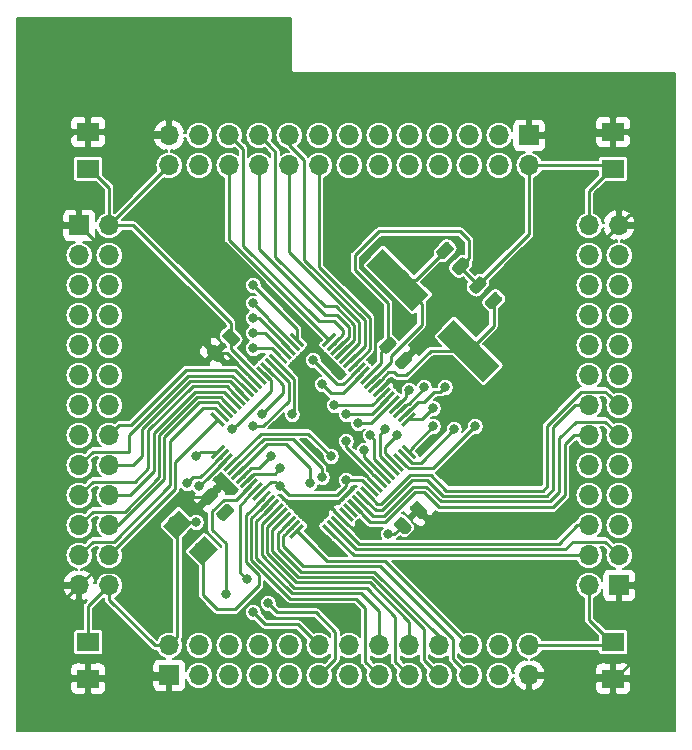
<source format=gbr>
G04 #@! TF.GenerationSoftware,KiCad,Pcbnew,(5.1.2)-2*
G04 #@! TF.CreationDate,2019-10-10T12:38:20+02:00*
G04 #@! TF.ProjectId,PIC18F87K22 MCU Card,50494331-3846-4383-974b-3232204d4355,rev?*
G04 #@! TF.SameCoordinates,Original*
G04 #@! TF.FileFunction,Copper,L1,Top*
G04 #@! TF.FilePolarity,Positive*
%FSLAX46Y46*%
G04 Gerber Fmt 4.6, Leading zero omitted, Abs format (unit mm)*
G04 Created by KiCad (PCBNEW (5.1.2)-2) date 2019-10-10 12:38:20*
%MOMM*%
%LPD*%
G04 APERTURE LIST*
%ADD10C,0.300000*%
%ADD11C,0.100000*%
%ADD12C,0.975000*%
%ADD13O,1.700000X1.700000*%
%ADD14R,1.700000X1.700000*%
%ADD15R,1.900000X1.600000*%
%ADD16C,1.600000*%
%ADD17C,2.000000*%
%ADD18C,0.800000*%
%ADD19C,0.254000*%
%ADD20C,0.127000*%
G04 APERTURE END LIST*
D10*
X196871394Y-73053375D03*
D11*
G36*
X197507790Y-73477639D02*
G01*
X197295658Y-73689771D01*
X196234998Y-72629111D01*
X196447130Y-72416979D01*
X197507790Y-73477639D01*
X197507790Y-73477639D01*
G37*
D10*
X197224948Y-72699821D03*
D11*
G36*
X197861344Y-73124085D02*
G01*
X197649212Y-73336217D01*
X196588552Y-72275557D01*
X196800684Y-72063425D01*
X197861344Y-73124085D01*
X197861344Y-73124085D01*
G37*
D10*
X197578501Y-72346268D03*
D11*
G36*
X198214897Y-72770532D02*
G01*
X198002765Y-72982664D01*
X196942105Y-71922004D01*
X197154237Y-71709872D01*
X198214897Y-72770532D01*
X198214897Y-72770532D01*
G37*
D10*
X197932054Y-71992715D03*
D11*
G36*
X198568450Y-72416979D02*
G01*
X198356318Y-72629111D01*
X197295658Y-71568451D01*
X197507790Y-71356319D01*
X198568450Y-72416979D01*
X198568450Y-72416979D01*
G37*
D10*
X199346268Y-70578501D03*
D11*
G36*
X199982664Y-71002765D02*
G01*
X199770532Y-71214897D01*
X198709872Y-70154237D01*
X198922004Y-69942105D01*
X199982664Y-71002765D01*
X199982664Y-71002765D01*
G37*
D10*
X200053375Y-69871394D03*
D11*
G36*
X200689771Y-70295658D02*
G01*
X200477639Y-70507790D01*
X199416979Y-69447130D01*
X199629111Y-69234998D01*
X200689771Y-70295658D01*
X200689771Y-70295658D01*
G37*
D10*
X199699821Y-70224948D03*
D11*
G36*
X200336217Y-70649212D02*
G01*
X200124085Y-70861344D01*
X199063425Y-69800684D01*
X199275557Y-69588552D01*
X200336217Y-70649212D01*
X200336217Y-70649212D01*
G37*
D10*
X198285608Y-71639161D03*
D11*
G36*
X198922004Y-72063425D02*
G01*
X198709872Y-72275557D01*
X197649212Y-71214897D01*
X197861344Y-71002765D01*
X198922004Y-72063425D01*
X198922004Y-72063425D01*
G37*
D10*
X195457181Y-74467588D03*
D11*
G36*
X196093577Y-74891852D02*
G01*
X195881445Y-75103984D01*
X194820785Y-74043324D01*
X195032917Y-73831192D01*
X196093577Y-74891852D01*
X196093577Y-74891852D01*
G37*
D10*
X195103627Y-74821142D03*
D11*
G36*
X195740023Y-75245406D02*
G01*
X195527891Y-75457538D01*
X194467231Y-74396878D01*
X194679363Y-74184746D01*
X195740023Y-75245406D01*
X195740023Y-75245406D01*
G37*
D10*
X200406928Y-69517841D03*
D11*
G36*
X201043324Y-69942105D02*
G01*
X200831192Y-70154237D01*
X199770532Y-69093577D01*
X199982664Y-68881445D01*
X201043324Y-69942105D01*
X201043324Y-69942105D01*
G37*
D10*
X195810734Y-74114035D03*
D11*
G36*
X196447130Y-74538299D02*
G01*
X196234998Y-74750431D01*
X195174338Y-73689771D01*
X195386470Y-73477639D01*
X196447130Y-74538299D01*
X196447130Y-74538299D01*
G37*
D10*
X196164288Y-73760482D03*
D11*
G36*
X196800684Y-74184746D02*
G01*
X196588552Y-74396878D01*
X195527892Y-73336218D01*
X195740024Y-73124086D01*
X196800684Y-74184746D01*
X196800684Y-74184746D01*
G37*
D10*
X196517841Y-73406928D03*
D11*
G36*
X197154237Y-73831192D02*
G01*
X196942105Y-74043324D01*
X195881445Y-72982664D01*
X196093577Y-72770532D01*
X197154237Y-73831192D01*
X197154237Y-73831192D01*
G37*
D10*
X198639161Y-71285608D03*
D11*
G36*
X199275557Y-71709872D02*
G01*
X199063425Y-71922004D01*
X198002765Y-70861344D01*
X198214897Y-70649212D01*
X199275557Y-71709872D01*
X199275557Y-71709872D01*
G37*
D10*
X198992715Y-70932054D03*
D11*
G36*
X199629111Y-71356318D02*
G01*
X199416979Y-71568450D01*
X198356319Y-70507790D01*
X198568451Y-70295658D01*
X199629111Y-71356318D01*
X199629111Y-71356318D01*
G37*
D10*
X207760839Y-71285608D03*
D11*
G36*
X207336575Y-71922004D02*
G01*
X207124443Y-71709872D01*
X208185103Y-70649212D01*
X208397235Y-70861344D01*
X207336575Y-71922004D01*
X207336575Y-71922004D01*
G37*
D10*
X205285965Y-68810734D03*
D11*
G36*
X204861701Y-69447130D02*
G01*
X204649569Y-69234998D01*
X205710229Y-68174338D01*
X205922361Y-68386470D01*
X204861701Y-69447130D01*
X204861701Y-69447130D01*
G37*
D10*
X208821499Y-80053732D03*
D11*
G36*
X209457895Y-80477996D02*
G01*
X209245763Y-80690128D01*
X208185103Y-79629468D01*
X208397235Y-79417336D01*
X209457895Y-80477996D01*
X209457895Y-80477996D01*
G37*
D10*
X206700179Y-70224948D03*
D11*
G36*
X206275915Y-70861344D02*
G01*
X206063783Y-70649212D01*
X207124443Y-69588552D01*
X207336575Y-69800684D01*
X206275915Y-70861344D01*
X206275915Y-70861344D01*
G37*
D10*
X205639518Y-69164288D03*
D11*
G36*
X205215254Y-69800684D02*
G01*
X205003122Y-69588552D01*
X206063782Y-68527892D01*
X206275914Y-68740024D01*
X205215254Y-69800684D01*
X205215254Y-69800684D01*
G37*
D10*
X205993072Y-69517841D03*
D11*
G36*
X205568808Y-70154237D02*
G01*
X205356676Y-69942105D01*
X206417336Y-68881445D01*
X206629468Y-69093577D01*
X205568808Y-70154237D01*
X205568808Y-70154237D01*
G37*
D10*
X206346625Y-69871394D03*
D11*
G36*
X205922361Y-70507790D02*
G01*
X205710229Y-70295658D01*
X206770889Y-69234998D01*
X206983021Y-69447130D01*
X205922361Y-70507790D01*
X205922361Y-70507790D01*
G37*
D10*
X207053732Y-70578501D03*
D11*
G36*
X206629468Y-71214897D02*
G01*
X206417336Y-71002765D01*
X207477996Y-69942105D01*
X207690128Y-70154237D01*
X206629468Y-71214897D01*
X206629468Y-71214897D01*
G37*
D10*
X208467946Y-71992715D03*
D11*
G36*
X208043682Y-72629111D02*
G01*
X207831550Y-72416979D01*
X208892210Y-71356319D01*
X209104342Y-71568451D01*
X208043682Y-72629111D01*
X208043682Y-72629111D01*
G37*
D10*
X210942819Y-77932412D03*
D11*
G36*
X211579215Y-78356676D02*
G01*
X211367083Y-78568808D01*
X210306423Y-77508148D01*
X210518555Y-77296016D01*
X211579215Y-78356676D01*
X211579215Y-78356676D01*
G37*
D10*
X208821499Y-72346268D03*
D11*
G36*
X208397235Y-72982664D02*
G01*
X208185103Y-72770532D01*
X209245763Y-71709872D01*
X209457895Y-71922004D01*
X208397235Y-72982664D01*
X208397235Y-72982664D01*
G37*
D10*
X209528606Y-73053375D03*
D11*
G36*
X209104342Y-73689771D02*
G01*
X208892210Y-73477639D01*
X209952870Y-72416979D01*
X210165002Y-72629111D01*
X209104342Y-73689771D01*
X209104342Y-73689771D01*
G37*
D10*
X209882159Y-73406928D03*
D11*
G36*
X209457895Y-74043324D02*
G01*
X209245763Y-73831192D01*
X210306423Y-72770532D01*
X210518555Y-72982664D01*
X209457895Y-74043324D01*
X209457895Y-74043324D01*
G37*
D10*
X195457181Y-77932412D03*
D11*
G36*
X195032917Y-78568808D02*
G01*
X194820785Y-78356676D01*
X195881445Y-77296016D01*
X196093577Y-77508148D01*
X195032917Y-78568808D01*
X195032917Y-78568808D01*
G37*
D10*
X209528606Y-79346625D03*
D11*
G36*
X210165002Y-79770889D02*
G01*
X209952870Y-79983021D01*
X208892210Y-78922361D01*
X209104342Y-78710229D01*
X210165002Y-79770889D01*
X210165002Y-79770889D01*
G37*
D10*
X208467946Y-80407285D03*
D11*
G36*
X209104342Y-80831549D02*
G01*
X208892210Y-81043681D01*
X207831550Y-79983021D01*
X208043682Y-79770889D01*
X209104342Y-80831549D01*
X209104342Y-80831549D01*
G37*
D10*
X196517841Y-78993072D03*
D11*
G36*
X196093577Y-79629468D02*
G01*
X195881445Y-79417336D01*
X196942105Y-78356676D01*
X197154237Y-78568808D01*
X196093577Y-79629468D01*
X196093577Y-79629468D01*
G37*
D10*
X207053732Y-81821499D03*
D11*
G36*
X207690128Y-82245763D02*
G01*
X207477996Y-82457895D01*
X206417336Y-81397235D01*
X206629468Y-81185103D01*
X207690128Y-82245763D01*
X207690128Y-82245763D01*
G37*
D10*
X206700179Y-82175052D03*
D11*
G36*
X207336575Y-82599316D02*
G01*
X207124443Y-82811448D01*
X206063783Y-81750788D01*
X206275915Y-81538656D01*
X207336575Y-82599316D01*
X207336575Y-82599316D01*
G37*
D10*
X201467588Y-83942819D03*
D11*
G36*
X201043324Y-84579215D02*
G01*
X200831192Y-84367083D01*
X201891852Y-83306423D01*
X202103984Y-83518555D01*
X201043324Y-84579215D01*
X201043324Y-84579215D01*
G37*
D10*
X200053375Y-82528606D03*
D11*
G36*
X199629111Y-83165002D02*
G01*
X199416979Y-82952870D01*
X200477639Y-81892210D01*
X200689771Y-82104342D01*
X199629111Y-83165002D01*
X199629111Y-83165002D01*
G37*
D10*
X206346625Y-82528606D03*
D11*
G36*
X206983021Y-82952870D02*
G01*
X206770889Y-83165002D01*
X205710229Y-82104342D01*
X205922361Y-81892210D01*
X206983021Y-82952870D01*
X206983021Y-82952870D01*
G37*
D10*
X210235712Y-73760482D03*
D11*
G36*
X209811448Y-74396878D02*
G01*
X209599316Y-74184746D01*
X210659976Y-73124086D01*
X210872108Y-73336218D01*
X209811448Y-74396878D01*
X209811448Y-74396878D01*
G37*
D10*
X210942819Y-74467588D03*
D11*
G36*
X210518555Y-75103984D02*
G01*
X210306423Y-74891852D01*
X211367083Y-73831192D01*
X211579215Y-74043324D01*
X210518555Y-75103984D01*
X210518555Y-75103984D01*
G37*
D10*
X210589266Y-78285965D03*
D11*
G36*
X211225662Y-78710229D02*
G01*
X211013530Y-78922361D01*
X209952870Y-77861701D01*
X210165002Y-77649569D01*
X211225662Y-78710229D01*
X211225662Y-78710229D01*
G37*
D10*
X207407285Y-81467946D03*
D11*
G36*
X208043681Y-81892210D02*
G01*
X207831549Y-82104342D01*
X206770889Y-81043682D01*
X206983021Y-80831550D01*
X208043681Y-81892210D01*
X208043681Y-81892210D01*
G37*
D10*
X204932412Y-83942819D03*
D11*
G36*
X205568808Y-84367083D02*
G01*
X205356676Y-84579215D01*
X204296016Y-83518555D01*
X204508148Y-83306423D01*
X205568808Y-84367083D01*
X205568808Y-84367083D01*
G37*
D10*
X208114392Y-80760839D03*
D11*
G36*
X208750788Y-81185103D02*
G01*
X208538656Y-81397235D01*
X207477996Y-80336575D01*
X207690128Y-80124443D01*
X208750788Y-81185103D01*
X208750788Y-81185103D01*
G37*
D10*
X201114035Y-83589266D03*
D11*
G36*
X200689771Y-84225662D02*
G01*
X200477639Y-84013530D01*
X201538299Y-82952870D01*
X201750431Y-83165002D01*
X200689771Y-84225662D01*
X200689771Y-84225662D01*
G37*
D10*
X200406928Y-82882159D03*
D11*
G36*
X199982664Y-83518555D02*
G01*
X199770532Y-83306423D01*
X200831192Y-82245763D01*
X201043324Y-82457895D01*
X199982664Y-83518555D01*
X199982664Y-83518555D01*
G37*
D10*
X196871394Y-79346625D03*
D11*
G36*
X196447130Y-79983021D02*
G01*
X196234998Y-79770889D01*
X197295658Y-78710229D01*
X197507790Y-78922361D01*
X196447130Y-79983021D01*
X196447130Y-79983021D01*
G37*
D10*
X199346268Y-81821499D03*
D11*
G36*
X198922004Y-82457895D02*
G01*
X198709872Y-82245763D01*
X199770532Y-81185103D01*
X199982664Y-81397235D01*
X198922004Y-82457895D01*
X198922004Y-82457895D01*
G37*
D10*
X207760839Y-81114392D03*
D11*
G36*
X208397235Y-81538656D02*
G01*
X208185103Y-81750788D01*
X207124443Y-80690128D01*
X207336575Y-80477996D01*
X208397235Y-81538656D01*
X208397235Y-81538656D01*
G37*
D10*
X195810734Y-78285965D03*
D11*
G36*
X195386470Y-78922361D02*
G01*
X195174338Y-78710229D01*
X196234998Y-77649569D01*
X196447130Y-77861701D01*
X195386470Y-78922361D01*
X195386470Y-78922361D01*
G37*
D10*
X205285965Y-83589266D03*
D11*
G36*
X205922361Y-84013530D02*
G01*
X205710229Y-84225662D01*
X204649569Y-83165002D01*
X204861701Y-82952870D01*
X205922361Y-84013530D01*
X205922361Y-84013530D01*
G37*
D10*
X198285608Y-80760839D03*
D11*
G36*
X197861344Y-81397235D02*
G01*
X197649212Y-81185103D01*
X198709872Y-80124443D01*
X198922004Y-80336575D01*
X197861344Y-81397235D01*
X197861344Y-81397235D01*
G37*
D10*
X198639161Y-81114392D03*
D11*
G36*
X198214897Y-81750788D02*
G01*
X198002765Y-81538656D01*
X199063425Y-80477996D01*
X199275557Y-80690128D01*
X198214897Y-81750788D01*
X198214897Y-81750788D01*
G37*
D10*
X211296373Y-74821142D03*
D11*
G36*
X210872109Y-75457538D02*
G01*
X210659977Y-75245406D01*
X211720637Y-74184746D01*
X211932769Y-74396878D01*
X210872109Y-75457538D01*
X210872109Y-75457538D01*
G37*
D10*
X211296373Y-77578858D03*
D11*
G36*
X211932769Y-78003122D02*
G01*
X211720637Y-78215254D01*
X210659977Y-77154594D01*
X210872109Y-76942462D01*
X211932769Y-78003122D01*
X211932769Y-78003122D01*
G37*
D10*
X205639518Y-83235712D03*
D11*
G36*
X206275914Y-83659976D02*
G01*
X206063782Y-83872108D01*
X205003122Y-82811448D01*
X205215254Y-82599316D01*
X206275914Y-83659976D01*
X206275914Y-83659976D01*
G37*
D10*
X198992715Y-81467946D03*
D11*
G36*
X198568451Y-82104342D02*
G01*
X198356319Y-81892210D01*
X199416979Y-80831550D01*
X199629111Y-81043682D01*
X198568451Y-82104342D01*
X198568451Y-82104342D01*
G37*
D10*
X197578501Y-80053732D03*
D11*
G36*
X197154237Y-80690128D02*
G01*
X196942105Y-80477996D01*
X198002765Y-79417336D01*
X198214897Y-79629468D01*
X197154237Y-80690128D01*
X197154237Y-80690128D01*
G37*
D10*
X199699821Y-82175052D03*
D11*
G36*
X199275557Y-82811448D02*
G01*
X199063425Y-82599316D01*
X200124085Y-81538656D01*
X200336217Y-81750788D01*
X199275557Y-82811448D01*
X199275557Y-82811448D01*
G37*
D10*
X200760482Y-83235712D03*
D11*
G36*
X200336218Y-83872108D02*
G01*
X200124086Y-83659976D01*
X201184746Y-82599316D01*
X201396878Y-82811448D01*
X200336218Y-83872108D01*
X200336218Y-83872108D01*
G37*
D10*
X204578858Y-84296373D03*
D11*
G36*
X205215254Y-84720637D02*
G01*
X205003122Y-84932769D01*
X203942462Y-83872109D01*
X204154594Y-83659977D01*
X205215254Y-84720637D01*
X205215254Y-84720637D01*
G37*
D10*
X209882159Y-78993072D03*
D11*
G36*
X210518555Y-79417336D02*
G01*
X210306423Y-79629468D01*
X209245763Y-78568808D01*
X209457895Y-78356676D01*
X210518555Y-79417336D01*
X210518555Y-79417336D01*
G37*
D10*
X197224948Y-79700179D03*
D11*
G36*
X196800684Y-80336575D02*
G01*
X196588552Y-80124443D01*
X197649212Y-79063783D01*
X197861344Y-79275915D01*
X196800684Y-80336575D01*
X196800684Y-80336575D01*
G37*
D10*
X209175052Y-79700179D03*
D11*
G36*
X209811448Y-80124443D02*
G01*
X209599316Y-80336575D01*
X208538656Y-79275915D01*
X208750788Y-79063783D01*
X209811448Y-80124443D01*
X209811448Y-80124443D01*
G37*
D10*
X210589266Y-74114035D03*
D11*
G36*
X210165002Y-74750431D02*
G01*
X209952870Y-74538299D01*
X211013530Y-73477639D01*
X211225662Y-73689771D01*
X210165002Y-74750431D01*
X210165002Y-74750431D01*
G37*
D10*
X208114392Y-71639161D03*
D11*
G36*
X207690128Y-72275557D02*
G01*
X207477996Y-72063425D01*
X208538656Y-71002765D01*
X208750788Y-71214897D01*
X207690128Y-72275557D01*
X207690128Y-72275557D01*
G37*
D10*
X197932054Y-80407285D03*
D11*
G36*
X197507790Y-81043681D02*
G01*
X197295658Y-80831549D01*
X198356318Y-79770889D01*
X198568450Y-79983021D01*
X197507790Y-81043681D01*
X197507790Y-81043681D01*
G37*
D10*
X196164288Y-78639518D03*
D11*
G36*
X195740024Y-79275914D02*
G01*
X195527892Y-79063782D01*
X196588552Y-78003122D01*
X196800684Y-78215254D01*
X195740024Y-79275914D01*
X195740024Y-79275914D01*
G37*
D10*
X195103627Y-77578858D03*
D11*
G36*
X194679363Y-78215254D02*
G01*
X194467231Y-78003122D01*
X195527891Y-76942462D01*
X195740023Y-77154594D01*
X194679363Y-78215254D01*
X194679363Y-78215254D01*
G37*
D10*
X207407285Y-70932054D03*
D11*
G36*
X206983021Y-71568450D02*
G01*
X206770889Y-71356318D01*
X207831549Y-70295658D01*
X208043681Y-70507790D01*
X206983021Y-71568450D01*
X206983021Y-71568450D01*
G37*
D10*
X200760482Y-69164288D03*
D11*
G36*
X201396878Y-69588552D02*
G01*
X201184746Y-69800684D01*
X200124086Y-68740024D01*
X200336218Y-68527892D01*
X201396878Y-69588552D01*
X201396878Y-69588552D01*
G37*
D10*
X201114035Y-68810734D03*
D11*
G36*
X201750431Y-69234998D02*
G01*
X201538299Y-69447130D01*
X200477639Y-68386470D01*
X200689771Y-68174338D01*
X201750431Y-69234998D01*
X201750431Y-69234998D01*
G37*
D10*
X210235712Y-78639518D03*
D11*
G36*
X210872108Y-79063782D02*
G01*
X210659976Y-79275914D01*
X209599316Y-78215254D01*
X209811448Y-78003122D01*
X210872108Y-79063782D01*
X210872108Y-79063782D01*
G37*
D10*
X201467588Y-68457181D03*
D11*
G36*
X202103984Y-68881445D02*
G01*
X201891852Y-69093577D01*
X200831192Y-68032917D01*
X201043324Y-67820785D01*
X202103984Y-68881445D01*
X202103984Y-68881445D01*
G37*
D10*
X201821142Y-68103627D03*
D11*
G36*
X202457538Y-68527891D02*
G01*
X202245406Y-68740023D01*
X201184746Y-67679363D01*
X201396878Y-67467231D01*
X202457538Y-68527891D01*
X202457538Y-68527891D01*
G37*
D10*
X201821142Y-84296373D03*
D11*
G36*
X201396878Y-84932769D02*
G01*
X201184746Y-84720637D01*
X202245406Y-83659977D01*
X202457538Y-83872109D01*
X201396878Y-84932769D01*
X201396878Y-84932769D01*
G37*
D10*
X209175052Y-72699821D03*
D11*
G36*
X208750788Y-73336217D02*
G01*
X208538656Y-73124085D01*
X209599316Y-72063425D01*
X209811448Y-72275557D01*
X208750788Y-73336217D01*
X208750788Y-73336217D01*
G37*
D10*
X205993072Y-82882159D03*
D11*
G36*
X206629468Y-83306423D02*
G01*
X206417336Y-83518555D01*
X205356676Y-82457895D01*
X205568808Y-82245763D01*
X206629468Y-83306423D01*
X206629468Y-83306423D01*
G37*
D10*
X204578858Y-68103627D03*
D11*
G36*
X204154594Y-68740023D02*
G01*
X203942462Y-68527891D01*
X205003122Y-67467231D01*
X205215254Y-67679363D01*
X204154594Y-68740023D01*
X204154594Y-68740023D01*
G37*
D10*
X204932412Y-68457181D03*
D11*
G36*
X204508148Y-69093577D02*
G01*
X204296016Y-68881445D01*
X205356676Y-67820785D01*
X205568808Y-68032917D01*
X204508148Y-69093577D01*
X204508148Y-69093577D01*
G37*
G36*
X196116545Y-67179536D02*
G01*
X196140206Y-67183046D01*
X196163410Y-67188858D01*
X196185932Y-67196916D01*
X196207556Y-67207144D01*
X196228073Y-67219441D01*
X196247286Y-67233691D01*
X196265010Y-67249755D01*
X196910245Y-67894990D01*
X196926309Y-67912714D01*
X196940559Y-67931927D01*
X196952856Y-67952444D01*
X196963084Y-67974068D01*
X196971142Y-67996590D01*
X196976954Y-68019794D01*
X196980464Y-68043455D01*
X196981638Y-68067347D01*
X196980464Y-68091239D01*
X196976954Y-68114900D01*
X196971142Y-68138104D01*
X196963084Y-68160626D01*
X196952856Y-68182250D01*
X196940559Y-68202767D01*
X196926309Y-68221980D01*
X196910245Y-68239704D01*
X196565530Y-68584419D01*
X196547806Y-68600483D01*
X196528593Y-68614733D01*
X196508076Y-68627030D01*
X196486452Y-68637258D01*
X196463930Y-68645316D01*
X196440726Y-68651128D01*
X196417065Y-68654638D01*
X196393173Y-68655812D01*
X196369281Y-68654638D01*
X196345620Y-68651128D01*
X196322416Y-68645316D01*
X196299894Y-68637258D01*
X196278270Y-68627030D01*
X196257753Y-68614733D01*
X196238540Y-68600483D01*
X196220816Y-68584419D01*
X195575581Y-67939184D01*
X195559517Y-67921460D01*
X195545267Y-67902247D01*
X195532970Y-67881730D01*
X195522742Y-67860106D01*
X195514684Y-67837584D01*
X195508872Y-67814380D01*
X195505362Y-67790719D01*
X195504188Y-67766827D01*
X195505362Y-67742935D01*
X195508872Y-67719274D01*
X195514684Y-67696070D01*
X195522742Y-67673548D01*
X195532970Y-67651924D01*
X195545267Y-67631407D01*
X195559517Y-67612194D01*
X195575581Y-67594470D01*
X195920296Y-67249755D01*
X195938020Y-67233691D01*
X195957233Y-67219441D01*
X195977750Y-67207144D01*
X195999374Y-67196916D01*
X196021896Y-67188858D01*
X196045100Y-67183046D01*
X196068761Y-67179536D01*
X196092653Y-67178362D01*
X196116545Y-67179536D01*
X196116545Y-67179536D01*
G37*
D12*
X196242913Y-67917087D03*
D11*
G36*
X194790719Y-68505362D02*
G01*
X194814380Y-68508872D01*
X194837584Y-68514684D01*
X194860106Y-68522742D01*
X194881730Y-68532970D01*
X194902247Y-68545267D01*
X194921460Y-68559517D01*
X194939184Y-68575581D01*
X195584419Y-69220816D01*
X195600483Y-69238540D01*
X195614733Y-69257753D01*
X195627030Y-69278270D01*
X195637258Y-69299894D01*
X195645316Y-69322416D01*
X195651128Y-69345620D01*
X195654638Y-69369281D01*
X195655812Y-69393173D01*
X195654638Y-69417065D01*
X195651128Y-69440726D01*
X195645316Y-69463930D01*
X195637258Y-69486452D01*
X195627030Y-69508076D01*
X195614733Y-69528593D01*
X195600483Y-69547806D01*
X195584419Y-69565530D01*
X195239704Y-69910245D01*
X195221980Y-69926309D01*
X195202767Y-69940559D01*
X195182250Y-69952856D01*
X195160626Y-69963084D01*
X195138104Y-69971142D01*
X195114900Y-69976954D01*
X195091239Y-69980464D01*
X195067347Y-69981638D01*
X195043455Y-69980464D01*
X195019794Y-69976954D01*
X194996590Y-69971142D01*
X194974068Y-69963084D01*
X194952444Y-69952856D01*
X194931927Y-69940559D01*
X194912714Y-69926309D01*
X194894990Y-69910245D01*
X194249755Y-69265010D01*
X194233691Y-69247286D01*
X194219441Y-69228073D01*
X194207144Y-69207556D01*
X194196916Y-69185932D01*
X194188858Y-69163410D01*
X194183046Y-69140206D01*
X194179536Y-69116545D01*
X194178362Y-69092653D01*
X194179536Y-69068761D01*
X194183046Y-69045100D01*
X194188858Y-69021896D01*
X194196916Y-68999374D01*
X194207144Y-68977750D01*
X194219441Y-68957233D01*
X194233691Y-68938020D01*
X194249755Y-68920296D01*
X194594470Y-68575581D01*
X194612194Y-68559517D01*
X194631407Y-68545267D01*
X194651924Y-68532970D01*
X194673548Y-68522742D01*
X194696070Y-68514684D01*
X194719274Y-68508872D01*
X194742935Y-68505362D01*
X194766827Y-68504188D01*
X194790719Y-68505362D01*
X194790719Y-68505362D01*
G37*
D12*
X194917087Y-69242913D03*
D11*
G36*
X194583239Y-80641536D02*
G01*
X194606900Y-80645046D01*
X194630104Y-80650858D01*
X194652626Y-80658916D01*
X194674250Y-80669144D01*
X194694767Y-80681441D01*
X194713980Y-80695691D01*
X194731704Y-80711755D01*
X195076419Y-81056470D01*
X195092483Y-81074194D01*
X195106733Y-81093407D01*
X195119030Y-81113924D01*
X195129258Y-81135548D01*
X195137316Y-81158070D01*
X195143128Y-81181274D01*
X195146638Y-81204935D01*
X195147812Y-81228827D01*
X195146638Y-81252719D01*
X195143128Y-81276380D01*
X195137316Y-81299584D01*
X195129258Y-81322106D01*
X195119030Y-81343730D01*
X195106733Y-81364247D01*
X195092483Y-81383460D01*
X195076419Y-81401184D01*
X194431184Y-82046419D01*
X194413460Y-82062483D01*
X194394247Y-82076733D01*
X194373730Y-82089030D01*
X194352106Y-82099258D01*
X194329584Y-82107316D01*
X194306380Y-82113128D01*
X194282719Y-82116638D01*
X194258827Y-82117812D01*
X194234935Y-82116638D01*
X194211274Y-82113128D01*
X194188070Y-82107316D01*
X194165548Y-82099258D01*
X194143924Y-82089030D01*
X194123407Y-82076733D01*
X194104194Y-82062483D01*
X194086470Y-82046419D01*
X193741755Y-81701704D01*
X193725691Y-81683980D01*
X193711441Y-81664767D01*
X193699144Y-81644250D01*
X193688916Y-81622626D01*
X193680858Y-81600104D01*
X193675046Y-81576900D01*
X193671536Y-81553239D01*
X193670362Y-81529347D01*
X193671536Y-81505455D01*
X193675046Y-81481794D01*
X193680858Y-81458590D01*
X193688916Y-81436068D01*
X193699144Y-81414444D01*
X193711441Y-81393927D01*
X193725691Y-81374714D01*
X193741755Y-81356990D01*
X194386990Y-80711755D01*
X194404714Y-80695691D01*
X194423927Y-80681441D01*
X194444444Y-80669144D01*
X194466068Y-80658916D01*
X194488590Y-80650858D01*
X194511794Y-80645046D01*
X194535455Y-80641536D01*
X194559347Y-80640362D01*
X194583239Y-80641536D01*
X194583239Y-80641536D01*
G37*
D12*
X194409087Y-81379087D03*
D11*
G36*
X195909065Y-81967362D02*
G01*
X195932726Y-81970872D01*
X195955930Y-81976684D01*
X195978452Y-81984742D01*
X196000076Y-81994970D01*
X196020593Y-82007267D01*
X196039806Y-82021517D01*
X196057530Y-82037581D01*
X196402245Y-82382296D01*
X196418309Y-82400020D01*
X196432559Y-82419233D01*
X196444856Y-82439750D01*
X196455084Y-82461374D01*
X196463142Y-82483896D01*
X196468954Y-82507100D01*
X196472464Y-82530761D01*
X196473638Y-82554653D01*
X196472464Y-82578545D01*
X196468954Y-82602206D01*
X196463142Y-82625410D01*
X196455084Y-82647932D01*
X196444856Y-82669556D01*
X196432559Y-82690073D01*
X196418309Y-82709286D01*
X196402245Y-82727010D01*
X195757010Y-83372245D01*
X195739286Y-83388309D01*
X195720073Y-83402559D01*
X195699556Y-83414856D01*
X195677932Y-83425084D01*
X195655410Y-83433142D01*
X195632206Y-83438954D01*
X195608545Y-83442464D01*
X195584653Y-83443638D01*
X195560761Y-83442464D01*
X195537100Y-83438954D01*
X195513896Y-83433142D01*
X195491374Y-83425084D01*
X195469750Y-83414856D01*
X195449233Y-83402559D01*
X195430020Y-83388309D01*
X195412296Y-83372245D01*
X195067581Y-83027530D01*
X195051517Y-83009806D01*
X195037267Y-82990593D01*
X195024970Y-82970076D01*
X195014742Y-82948452D01*
X195006684Y-82925930D01*
X195000872Y-82902726D01*
X194997362Y-82879065D01*
X194996188Y-82855173D01*
X194997362Y-82831281D01*
X195000872Y-82807620D01*
X195006684Y-82784416D01*
X195014742Y-82761894D01*
X195024970Y-82740270D01*
X195037267Y-82719753D01*
X195051517Y-82700540D01*
X195067581Y-82682816D01*
X195712816Y-82037581D01*
X195730540Y-82021517D01*
X195749753Y-82007267D01*
X195770270Y-81994970D01*
X195791894Y-81984742D01*
X195814416Y-81976684D01*
X195837620Y-81970872D01*
X195861281Y-81967362D01*
X195885173Y-81966188D01*
X195909065Y-81967362D01*
X195909065Y-81967362D01*
G37*
D12*
X195734913Y-82704913D03*
D11*
G36*
X210665719Y-83110362D02*
G01*
X210689380Y-83113872D01*
X210712584Y-83119684D01*
X210735106Y-83127742D01*
X210756730Y-83137970D01*
X210777247Y-83150267D01*
X210796460Y-83164517D01*
X210814184Y-83180581D01*
X211459419Y-83825816D01*
X211475483Y-83843540D01*
X211489733Y-83862753D01*
X211502030Y-83883270D01*
X211512258Y-83904894D01*
X211520316Y-83927416D01*
X211526128Y-83950620D01*
X211529638Y-83974281D01*
X211530812Y-83998173D01*
X211529638Y-84022065D01*
X211526128Y-84045726D01*
X211520316Y-84068930D01*
X211512258Y-84091452D01*
X211502030Y-84113076D01*
X211489733Y-84133593D01*
X211475483Y-84152806D01*
X211459419Y-84170530D01*
X211114704Y-84515245D01*
X211096980Y-84531309D01*
X211077767Y-84545559D01*
X211057250Y-84557856D01*
X211035626Y-84568084D01*
X211013104Y-84576142D01*
X210989900Y-84581954D01*
X210966239Y-84585464D01*
X210942347Y-84586638D01*
X210918455Y-84585464D01*
X210894794Y-84581954D01*
X210871590Y-84576142D01*
X210849068Y-84568084D01*
X210827444Y-84557856D01*
X210806927Y-84545559D01*
X210787714Y-84531309D01*
X210769990Y-84515245D01*
X210124755Y-83870010D01*
X210108691Y-83852286D01*
X210094441Y-83833073D01*
X210082144Y-83812556D01*
X210071916Y-83790932D01*
X210063858Y-83768410D01*
X210058046Y-83745206D01*
X210054536Y-83721545D01*
X210053362Y-83697653D01*
X210054536Y-83673761D01*
X210058046Y-83650100D01*
X210063858Y-83626896D01*
X210071916Y-83604374D01*
X210082144Y-83582750D01*
X210094441Y-83562233D01*
X210108691Y-83543020D01*
X210124755Y-83525296D01*
X210469470Y-83180581D01*
X210487194Y-83164517D01*
X210506407Y-83150267D01*
X210526924Y-83137970D01*
X210548548Y-83127742D01*
X210571070Y-83119684D01*
X210594274Y-83113872D01*
X210617935Y-83110362D01*
X210641827Y-83109188D01*
X210665719Y-83110362D01*
X210665719Y-83110362D01*
G37*
D12*
X210792087Y-83847913D03*
D11*
G36*
X211991545Y-81784536D02*
G01*
X212015206Y-81788046D01*
X212038410Y-81793858D01*
X212060932Y-81801916D01*
X212082556Y-81812144D01*
X212103073Y-81824441D01*
X212122286Y-81838691D01*
X212140010Y-81854755D01*
X212785245Y-82499990D01*
X212801309Y-82517714D01*
X212815559Y-82536927D01*
X212827856Y-82557444D01*
X212838084Y-82579068D01*
X212846142Y-82601590D01*
X212851954Y-82624794D01*
X212855464Y-82648455D01*
X212856638Y-82672347D01*
X212855464Y-82696239D01*
X212851954Y-82719900D01*
X212846142Y-82743104D01*
X212838084Y-82765626D01*
X212827856Y-82787250D01*
X212815559Y-82807767D01*
X212801309Y-82826980D01*
X212785245Y-82844704D01*
X212440530Y-83189419D01*
X212422806Y-83205483D01*
X212403593Y-83219733D01*
X212383076Y-83232030D01*
X212361452Y-83242258D01*
X212338930Y-83250316D01*
X212315726Y-83256128D01*
X212292065Y-83259638D01*
X212268173Y-83260812D01*
X212244281Y-83259638D01*
X212220620Y-83256128D01*
X212197416Y-83250316D01*
X212174894Y-83242258D01*
X212153270Y-83232030D01*
X212132753Y-83219733D01*
X212113540Y-83205483D01*
X212095816Y-83189419D01*
X211450581Y-82544184D01*
X211434517Y-82526460D01*
X211420267Y-82507247D01*
X211407970Y-82486730D01*
X211397742Y-82465106D01*
X211389684Y-82442584D01*
X211383872Y-82419380D01*
X211380362Y-82395719D01*
X211379188Y-82371827D01*
X211380362Y-82347935D01*
X211383872Y-82324274D01*
X211389684Y-82301070D01*
X211397742Y-82278548D01*
X211407970Y-82256924D01*
X211420267Y-82236407D01*
X211434517Y-82217194D01*
X211450581Y-82199470D01*
X211795296Y-81854755D01*
X211813020Y-81838691D01*
X211832233Y-81824441D01*
X211852750Y-81812144D01*
X211874374Y-81801916D01*
X211896896Y-81793858D01*
X211920100Y-81788046D01*
X211943761Y-81784536D01*
X211967653Y-81783362D01*
X211991545Y-81784536D01*
X211991545Y-81784536D01*
G37*
D12*
X212117913Y-82522087D03*
D11*
G36*
X211022065Y-69140362D02*
G01*
X211045726Y-69143872D01*
X211068930Y-69149684D01*
X211091452Y-69157742D01*
X211113076Y-69167970D01*
X211133593Y-69180267D01*
X211152806Y-69194517D01*
X211170530Y-69210581D01*
X211515245Y-69555296D01*
X211531309Y-69573020D01*
X211545559Y-69592233D01*
X211557856Y-69612750D01*
X211568084Y-69634374D01*
X211576142Y-69656896D01*
X211581954Y-69680100D01*
X211585464Y-69703761D01*
X211586638Y-69727653D01*
X211585464Y-69751545D01*
X211581954Y-69775206D01*
X211576142Y-69798410D01*
X211568084Y-69820932D01*
X211557856Y-69842556D01*
X211545559Y-69863073D01*
X211531309Y-69882286D01*
X211515245Y-69900010D01*
X210870010Y-70545245D01*
X210852286Y-70561309D01*
X210833073Y-70575559D01*
X210812556Y-70587856D01*
X210790932Y-70598084D01*
X210768410Y-70606142D01*
X210745206Y-70611954D01*
X210721545Y-70615464D01*
X210697653Y-70616638D01*
X210673761Y-70615464D01*
X210650100Y-70611954D01*
X210626896Y-70606142D01*
X210604374Y-70598084D01*
X210582750Y-70587856D01*
X210562233Y-70575559D01*
X210543020Y-70561309D01*
X210525296Y-70545245D01*
X210180581Y-70200530D01*
X210164517Y-70182806D01*
X210150267Y-70163593D01*
X210137970Y-70143076D01*
X210127742Y-70121452D01*
X210119684Y-70098930D01*
X210113872Y-70075726D01*
X210110362Y-70052065D01*
X210109188Y-70028173D01*
X210110362Y-70004281D01*
X210113872Y-69980620D01*
X210119684Y-69957416D01*
X210127742Y-69934894D01*
X210137970Y-69913270D01*
X210150267Y-69892753D01*
X210164517Y-69873540D01*
X210180581Y-69855816D01*
X210825816Y-69210581D01*
X210843540Y-69194517D01*
X210862753Y-69180267D01*
X210883270Y-69167970D01*
X210904894Y-69157742D01*
X210927416Y-69149684D01*
X210950620Y-69143872D01*
X210974281Y-69140362D01*
X210998173Y-69139188D01*
X211022065Y-69140362D01*
X211022065Y-69140362D01*
G37*
D12*
X210847913Y-69877913D03*
D11*
G36*
X209696239Y-67814536D02*
G01*
X209719900Y-67818046D01*
X209743104Y-67823858D01*
X209765626Y-67831916D01*
X209787250Y-67842144D01*
X209807767Y-67854441D01*
X209826980Y-67868691D01*
X209844704Y-67884755D01*
X210189419Y-68229470D01*
X210205483Y-68247194D01*
X210219733Y-68266407D01*
X210232030Y-68286924D01*
X210242258Y-68308548D01*
X210250316Y-68331070D01*
X210256128Y-68354274D01*
X210259638Y-68377935D01*
X210260812Y-68401827D01*
X210259638Y-68425719D01*
X210256128Y-68449380D01*
X210250316Y-68472584D01*
X210242258Y-68495106D01*
X210232030Y-68516730D01*
X210219733Y-68537247D01*
X210205483Y-68556460D01*
X210189419Y-68574184D01*
X209544184Y-69219419D01*
X209526460Y-69235483D01*
X209507247Y-69249733D01*
X209486730Y-69262030D01*
X209465106Y-69272258D01*
X209442584Y-69280316D01*
X209419380Y-69286128D01*
X209395719Y-69289638D01*
X209371827Y-69290812D01*
X209347935Y-69289638D01*
X209324274Y-69286128D01*
X209301070Y-69280316D01*
X209278548Y-69272258D01*
X209256924Y-69262030D01*
X209236407Y-69249733D01*
X209217194Y-69235483D01*
X209199470Y-69219419D01*
X208854755Y-68874704D01*
X208838691Y-68856980D01*
X208824441Y-68837767D01*
X208812144Y-68817250D01*
X208801916Y-68795626D01*
X208793858Y-68773104D01*
X208788046Y-68749900D01*
X208784536Y-68726239D01*
X208783362Y-68702347D01*
X208784536Y-68678455D01*
X208788046Y-68654794D01*
X208793858Y-68631590D01*
X208801916Y-68609068D01*
X208812144Y-68587444D01*
X208824441Y-68566927D01*
X208838691Y-68547714D01*
X208854755Y-68529990D01*
X209499990Y-67884755D01*
X209517714Y-67868691D01*
X209536927Y-67854441D01*
X209557444Y-67842144D01*
X209579068Y-67831916D01*
X209601590Y-67823858D01*
X209624794Y-67818046D01*
X209648455Y-67814536D01*
X209672347Y-67813362D01*
X209696239Y-67814536D01*
X209696239Y-67814536D01*
G37*
D12*
X209522087Y-68552087D03*
D11*
G36*
X214541240Y-59809537D02*
G01*
X214564901Y-59813047D01*
X214588105Y-59818859D01*
X214610627Y-59826917D01*
X214632251Y-59837145D01*
X214652768Y-59849442D01*
X214671981Y-59863692D01*
X214689705Y-59879756D01*
X215034420Y-60224471D01*
X215050484Y-60242195D01*
X215064734Y-60261408D01*
X215077031Y-60281925D01*
X215087259Y-60303549D01*
X215095317Y-60326071D01*
X215101129Y-60349275D01*
X215104639Y-60372936D01*
X215105813Y-60396828D01*
X215104639Y-60420720D01*
X215101129Y-60444381D01*
X215095317Y-60467585D01*
X215087259Y-60490107D01*
X215077031Y-60511731D01*
X215064734Y-60532248D01*
X215050484Y-60551461D01*
X215034420Y-60569185D01*
X214389185Y-61214420D01*
X214371461Y-61230484D01*
X214352248Y-61244734D01*
X214331731Y-61257031D01*
X214310107Y-61267259D01*
X214287585Y-61275317D01*
X214264381Y-61281129D01*
X214240720Y-61284639D01*
X214216828Y-61285813D01*
X214192936Y-61284639D01*
X214169275Y-61281129D01*
X214146071Y-61275317D01*
X214123549Y-61267259D01*
X214101925Y-61257031D01*
X214081408Y-61244734D01*
X214062195Y-61230484D01*
X214044471Y-61214420D01*
X213699756Y-60869705D01*
X213683692Y-60851981D01*
X213669442Y-60832768D01*
X213657145Y-60812251D01*
X213646917Y-60790627D01*
X213638859Y-60768105D01*
X213633047Y-60744901D01*
X213629537Y-60721240D01*
X213628363Y-60697348D01*
X213629537Y-60673456D01*
X213633047Y-60649795D01*
X213638859Y-60626591D01*
X213646917Y-60604069D01*
X213657145Y-60582445D01*
X213669442Y-60561928D01*
X213683692Y-60542715D01*
X213699756Y-60524991D01*
X214344991Y-59879756D01*
X214362715Y-59863692D01*
X214381928Y-59849442D01*
X214402445Y-59837145D01*
X214424069Y-59826917D01*
X214446591Y-59818859D01*
X214469795Y-59813047D01*
X214493456Y-59809537D01*
X214517348Y-59808363D01*
X214541240Y-59809537D01*
X214541240Y-59809537D01*
G37*
D12*
X214367088Y-60547088D03*
D11*
G36*
X215867066Y-61135363D02*
G01*
X215890727Y-61138873D01*
X215913931Y-61144685D01*
X215936453Y-61152743D01*
X215958077Y-61162971D01*
X215978594Y-61175268D01*
X215997807Y-61189518D01*
X216015531Y-61205582D01*
X216360246Y-61550297D01*
X216376310Y-61568021D01*
X216390560Y-61587234D01*
X216402857Y-61607751D01*
X216413085Y-61629375D01*
X216421143Y-61651897D01*
X216426955Y-61675101D01*
X216430465Y-61698762D01*
X216431639Y-61722654D01*
X216430465Y-61746546D01*
X216426955Y-61770207D01*
X216421143Y-61793411D01*
X216413085Y-61815933D01*
X216402857Y-61837557D01*
X216390560Y-61858074D01*
X216376310Y-61877287D01*
X216360246Y-61895011D01*
X215715011Y-62540246D01*
X215697287Y-62556310D01*
X215678074Y-62570560D01*
X215657557Y-62582857D01*
X215635933Y-62593085D01*
X215613411Y-62601143D01*
X215590207Y-62606955D01*
X215566546Y-62610465D01*
X215542654Y-62611639D01*
X215518762Y-62610465D01*
X215495101Y-62606955D01*
X215471897Y-62601143D01*
X215449375Y-62593085D01*
X215427751Y-62582857D01*
X215407234Y-62570560D01*
X215388021Y-62556310D01*
X215370297Y-62540246D01*
X215025582Y-62195531D01*
X215009518Y-62177807D01*
X214995268Y-62158594D01*
X214982971Y-62138077D01*
X214972743Y-62116453D01*
X214964685Y-62093931D01*
X214958873Y-62070727D01*
X214955363Y-62047066D01*
X214954189Y-62023174D01*
X214955363Y-61999282D01*
X214958873Y-61975621D01*
X214964685Y-61952417D01*
X214972743Y-61929895D01*
X214982971Y-61908271D01*
X214995268Y-61887754D01*
X215009518Y-61868541D01*
X215025582Y-61850817D01*
X215670817Y-61205582D01*
X215688541Y-61189518D01*
X215707754Y-61175268D01*
X215728271Y-61162971D01*
X215749895Y-61152743D01*
X215772417Y-61144685D01*
X215795621Y-61138873D01*
X215819282Y-61135363D01*
X215843174Y-61134189D01*
X215867066Y-61135363D01*
X215867066Y-61135363D01*
G37*
D12*
X215692914Y-61872914D03*
D11*
G36*
X217316239Y-62734536D02*
G01*
X217339900Y-62738046D01*
X217363104Y-62743858D01*
X217385626Y-62751916D01*
X217407250Y-62762144D01*
X217427767Y-62774441D01*
X217446980Y-62788691D01*
X217464704Y-62804755D01*
X217809419Y-63149470D01*
X217825483Y-63167194D01*
X217839733Y-63186407D01*
X217852030Y-63206924D01*
X217862258Y-63228548D01*
X217870316Y-63251070D01*
X217876128Y-63274274D01*
X217879638Y-63297935D01*
X217880812Y-63321827D01*
X217879638Y-63345719D01*
X217876128Y-63369380D01*
X217870316Y-63392584D01*
X217862258Y-63415106D01*
X217852030Y-63436730D01*
X217839733Y-63457247D01*
X217825483Y-63476460D01*
X217809419Y-63494184D01*
X217164184Y-64139419D01*
X217146460Y-64155483D01*
X217127247Y-64169733D01*
X217106730Y-64182030D01*
X217085106Y-64192258D01*
X217062584Y-64200316D01*
X217039380Y-64206128D01*
X217015719Y-64209638D01*
X216991827Y-64210812D01*
X216967935Y-64209638D01*
X216944274Y-64206128D01*
X216921070Y-64200316D01*
X216898548Y-64192258D01*
X216876924Y-64182030D01*
X216856407Y-64169733D01*
X216837194Y-64155483D01*
X216819470Y-64139419D01*
X216474755Y-63794704D01*
X216458691Y-63776980D01*
X216444441Y-63757767D01*
X216432144Y-63737250D01*
X216421916Y-63715626D01*
X216413858Y-63693104D01*
X216408046Y-63669900D01*
X216404536Y-63646239D01*
X216403362Y-63622347D01*
X216404536Y-63598455D01*
X216408046Y-63574794D01*
X216413858Y-63551590D01*
X216421916Y-63529068D01*
X216432144Y-63507444D01*
X216444441Y-63486927D01*
X216458691Y-63467714D01*
X216474755Y-63449990D01*
X217119990Y-62804755D01*
X217137714Y-62788691D01*
X217156927Y-62774441D01*
X217177444Y-62762144D01*
X217199068Y-62751916D01*
X217221590Y-62743858D01*
X217244794Y-62738046D01*
X217268455Y-62734536D01*
X217292347Y-62733362D01*
X217316239Y-62734536D01*
X217316239Y-62734536D01*
G37*
D12*
X217142087Y-63472087D03*
D11*
G36*
X218642065Y-64060362D02*
G01*
X218665726Y-64063872D01*
X218688930Y-64069684D01*
X218711452Y-64077742D01*
X218733076Y-64087970D01*
X218753593Y-64100267D01*
X218772806Y-64114517D01*
X218790530Y-64130581D01*
X219135245Y-64475296D01*
X219151309Y-64493020D01*
X219165559Y-64512233D01*
X219177856Y-64532750D01*
X219188084Y-64554374D01*
X219196142Y-64576896D01*
X219201954Y-64600100D01*
X219205464Y-64623761D01*
X219206638Y-64647653D01*
X219205464Y-64671545D01*
X219201954Y-64695206D01*
X219196142Y-64718410D01*
X219188084Y-64740932D01*
X219177856Y-64762556D01*
X219165559Y-64783073D01*
X219151309Y-64802286D01*
X219135245Y-64820010D01*
X218490010Y-65465245D01*
X218472286Y-65481309D01*
X218453073Y-65495559D01*
X218432556Y-65507856D01*
X218410932Y-65518084D01*
X218388410Y-65526142D01*
X218365206Y-65531954D01*
X218341545Y-65535464D01*
X218317653Y-65536638D01*
X218293761Y-65535464D01*
X218270100Y-65531954D01*
X218246896Y-65526142D01*
X218224374Y-65518084D01*
X218202750Y-65507856D01*
X218182233Y-65495559D01*
X218163020Y-65481309D01*
X218145296Y-65465245D01*
X217800581Y-65120530D01*
X217784517Y-65102806D01*
X217770267Y-65083593D01*
X217757970Y-65063076D01*
X217747742Y-65041452D01*
X217739684Y-65018930D01*
X217733872Y-64995726D01*
X217730362Y-64972065D01*
X217729188Y-64948173D01*
X217730362Y-64924281D01*
X217733872Y-64900620D01*
X217739684Y-64877416D01*
X217747742Y-64854894D01*
X217757970Y-64833270D01*
X217770267Y-64812753D01*
X217784517Y-64793540D01*
X217800581Y-64775816D01*
X218445816Y-64130581D01*
X218463540Y-64114517D01*
X218482753Y-64100267D01*
X218503270Y-64087970D01*
X218524894Y-64077742D01*
X218547416Y-64069684D01*
X218570620Y-64063872D01*
X218594281Y-64060362D01*
X218618173Y-64059188D01*
X218642065Y-64060362D01*
X218642065Y-64060362D01*
G37*
D12*
X218467913Y-64797913D03*
D13*
X183388000Y-81280000D03*
X185928000Y-83820000D03*
X185928000Y-58420000D03*
X183388000Y-68580000D03*
X185928000Y-81280000D03*
X183388000Y-66040000D03*
X185928000Y-78740000D03*
X185928000Y-86360000D03*
X185928000Y-63500000D03*
X183388000Y-71120000D03*
X183388000Y-78740000D03*
X183388000Y-83820000D03*
X185928000Y-68580000D03*
X183388000Y-60960000D03*
D14*
X183388000Y-58420000D03*
D13*
X185928000Y-73660000D03*
X185928000Y-88900000D03*
X183388000Y-86360000D03*
X185928000Y-60960000D03*
X183388000Y-88900000D03*
X183388000Y-76200000D03*
X183388000Y-73660000D03*
X185928000Y-66040000D03*
X183388000Y-63500000D03*
X185928000Y-76200000D03*
X185928000Y-71120000D03*
X203708000Y-93980000D03*
X208788000Y-93980000D03*
X196088000Y-96520000D03*
X198628000Y-93980000D03*
X206248000Y-96520000D03*
X208788000Y-96520000D03*
X221488000Y-96520000D03*
X193548000Y-93980000D03*
X218948000Y-96520000D03*
X221488000Y-93980000D03*
X206248000Y-93980000D03*
D14*
X191008000Y-96520000D03*
D13*
X193548000Y-96520000D03*
X201168000Y-93980000D03*
X216408000Y-96520000D03*
X211328000Y-96520000D03*
X203708000Y-96520000D03*
X196088000Y-93980000D03*
X218948000Y-93980000D03*
X211328000Y-93980000D03*
X198628000Y-96520000D03*
X213868000Y-93980000D03*
X201168000Y-96520000D03*
X191008000Y-93980000D03*
X216408000Y-93980000D03*
X213868000Y-96520000D03*
X229108000Y-66040000D03*
X226568000Y-63500000D03*
X226568000Y-88900000D03*
X229108000Y-78740000D03*
X226568000Y-66040000D03*
X229108000Y-81280000D03*
X226568000Y-68580000D03*
X226568000Y-60960000D03*
X226568000Y-83820000D03*
X229108000Y-76200000D03*
X229108000Y-68580000D03*
X229108000Y-63500000D03*
X226568000Y-78740000D03*
X229108000Y-86360000D03*
D14*
X229108000Y-88900000D03*
D13*
X226568000Y-73660000D03*
X226568000Y-58420000D03*
X229108000Y-60960000D03*
X226568000Y-86360000D03*
X229108000Y-58420000D03*
X229108000Y-71120000D03*
X229108000Y-73660000D03*
X226568000Y-81280000D03*
X229108000Y-83820000D03*
X226568000Y-71120000D03*
X226568000Y-76200000D03*
X208788000Y-53340000D03*
X203708000Y-53340000D03*
X216408000Y-50800000D03*
X213868000Y-53340000D03*
X206248000Y-50800000D03*
X203708000Y-50800000D03*
X191008000Y-50800000D03*
X218948000Y-53340000D03*
X193548000Y-50800000D03*
X191008000Y-53340000D03*
X206248000Y-53340000D03*
D14*
X221488000Y-50800000D03*
D13*
X218948000Y-50800000D03*
X211328000Y-53340000D03*
X196088000Y-50800000D03*
X201168000Y-50800000D03*
X208788000Y-50800000D03*
X216408000Y-53340000D03*
X193548000Y-53340000D03*
X201168000Y-53340000D03*
X213868000Y-50800000D03*
X198628000Y-53340000D03*
X211328000Y-50800000D03*
X221488000Y-53340000D03*
X196088000Y-53340000D03*
X198628000Y-50800000D03*
D15*
X184150000Y-50520000D03*
X184150000Y-53620000D03*
X184150000Y-93700000D03*
X184150000Y-96800000D03*
X228600000Y-96800000D03*
X228600000Y-93700000D03*
X228600000Y-53620000D03*
X228600000Y-50520000D03*
D16*
X193882016Y-85932016D03*
D11*
G36*
X195119453Y-85825950D02*
G01*
X193775950Y-87169453D01*
X192644579Y-86038082D01*
X193988082Y-84694579D01*
X195119453Y-85825950D01*
X195119453Y-85825950D01*
G37*
D16*
X191689984Y-83739984D03*
D11*
G36*
X192927421Y-83633918D02*
G01*
X191583918Y-84977421D01*
X190452547Y-83846050D01*
X191796050Y-82502547D01*
X192927421Y-83633918D01*
X192927421Y-83633918D01*
G37*
D17*
X210354796Y-63034796D03*
D11*
G36*
X207703146Y-61797359D02*
G01*
X209117359Y-60383146D01*
X213006446Y-64272233D01*
X211592233Y-65686446D01*
X207703146Y-61797359D01*
X207703146Y-61797359D01*
G37*
D17*
X216365204Y-69045204D03*
D11*
G36*
X213713554Y-67807767D02*
G01*
X215127767Y-66393554D01*
X219016854Y-70282641D01*
X217602641Y-71696854D01*
X213713554Y-67807767D01*
X213713554Y-67807767D01*
G37*
D18*
X207518000Y-77470000D03*
X205994000Y-76708000D03*
X208026000Y-76200000D03*
X209296000Y-75692000D03*
X210312000Y-76200000D03*
X216916000Y-75438000D03*
X215138000Y-75692000D03*
X213360000Y-75438000D03*
X213360000Y-73914000D03*
X214376000Y-72136000D03*
X212598000Y-72136000D03*
X211328000Y-72390000D03*
X214376000Y-64770000D03*
X207010000Y-75184000D03*
X205994000Y-74422000D03*
X204978000Y-73660000D03*
X203200000Y-69850000D03*
X203962000Y-71882000D03*
X195072000Y-80772000D03*
X198120000Y-63500000D03*
X198120000Y-65024000D03*
X198120000Y-66294000D03*
X198120000Y-67564000D03*
X198120000Y-68834000D03*
X201422000Y-74422000D03*
X198120000Y-75438000D03*
X198882000Y-74422000D03*
X196342000Y-75692000D03*
X198120000Y-91186000D03*
X199390000Y-90424000D03*
X197612000Y-88392000D03*
X195834000Y-89662000D03*
X193294000Y-77978000D03*
X192532000Y-80264000D03*
X193548000Y-80518000D03*
X207518000Y-84328000D03*
X204724000Y-77978000D03*
X202946000Y-80264000D03*
X199644000Y-77978000D03*
X200406000Y-78994000D03*
X193294000Y-83566000D03*
X195580000Y-82804000D03*
X200406000Y-80518000D03*
X213614000Y-83058000D03*
X206502000Y-78740000D03*
X209550000Y-84582000D03*
X205994000Y-80010000D03*
X203962000Y-79756000D03*
D19*
X208114392Y-80760839D02*
X207363553Y-80010000D01*
X207363553Y-80010000D02*
X205994000Y-80010000D01*
X210058000Y-84582000D02*
X210792087Y-83847913D01*
X209550000Y-84582000D02*
X210058000Y-84582000D01*
X198639161Y-81114392D02*
X199644000Y-80109553D01*
X199997553Y-80109553D02*
X200406000Y-80518000D01*
X199644000Y-80109553D02*
X199997553Y-80109553D01*
X201168000Y-81280000D02*
X200406000Y-80518000D01*
X205232000Y-81280000D02*
X201168000Y-81280000D01*
X205994000Y-80010000D02*
X205994000Y-80518000D01*
X205994000Y-80518000D02*
X205232000Y-81280000D01*
X191689984Y-93298016D02*
X191008000Y-93980000D01*
X191689984Y-83739984D02*
X191689984Y-93298016D01*
X185928000Y-90102081D02*
X185928000Y-88900000D01*
X189805919Y-93980000D02*
X185928000Y-90102081D01*
X191008000Y-93980000D02*
X189805919Y-93980000D01*
X228320000Y-93980000D02*
X228600000Y-93700000D01*
X221488000Y-93980000D02*
X228320000Y-93980000D01*
X228450000Y-93700000D02*
X228600000Y-93700000D01*
X226568000Y-91818000D02*
X228450000Y-93700000D01*
X226568000Y-88900000D02*
X226568000Y-91818000D01*
X184150000Y-90678000D02*
X185928000Y-88900000D01*
X184150000Y-93700000D02*
X184150000Y-90678000D01*
X196242913Y-68889360D02*
X196242913Y-67917087D01*
X198639161Y-71285608D02*
X196242913Y-68889360D01*
X196242913Y-67917087D02*
X196242913Y-66702913D01*
X187960000Y-58420000D02*
X185928000Y-58420000D01*
X196242913Y-66702913D02*
X187960000Y-58420000D01*
X208956403Y-70090044D02*
X207760839Y-71285608D01*
X209522087Y-68552087D02*
X208956403Y-69117771D01*
X208956403Y-69117771D02*
X208956403Y-70090044D01*
X191863968Y-83566000D02*
X191689984Y-83739984D01*
X193294000Y-83566000D02*
X191863968Y-83566000D01*
X215692914Y-62022914D02*
X217142087Y-63472087D01*
X215692914Y-61872914D02*
X215692914Y-62022914D01*
X217142087Y-63472087D02*
X221488000Y-59126174D01*
X221488000Y-59126174D02*
X221488000Y-53340000D01*
X228450000Y-53620000D02*
X228600000Y-53620000D01*
X226568000Y-55502000D02*
X228450000Y-53620000D01*
X226568000Y-58420000D02*
X226568000Y-55502000D01*
X228320000Y-53340000D02*
X228600000Y-53620000D01*
X221488000Y-53340000D02*
X228320000Y-53340000D01*
X191008000Y-53340000D02*
X185928000Y-58420000D01*
X185928000Y-57217919D02*
X185928000Y-58420000D01*
X185928000Y-55248000D02*
X185928000Y-57217919D01*
X184300000Y-53620000D02*
X185928000Y-55248000D01*
X184150000Y-53620000D02*
X184300000Y-53620000D01*
X216408000Y-61157828D02*
X215692914Y-61872914D01*
X216408000Y-59690000D02*
X216408000Y-61157828D01*
X209522087Y-64996087D02*
X206756000Y-62230000D01*
X209522087Y-68552087D02*
X209522087Y-64996087D01*
X206756000Y-62230000D02*
X206756000Y-60960000D01*
X206756000Y-60960000D02*
X208788000Y-58928000D01*
X208788000Y-58928000D02*
X215646000Y-58928000D01*
X215646000Y-58928000D02*
X216408000Y-59690000D01*
X212653826Y-83058000D02*
X212117913Y-82522087D01*
X213614000Y-83058000D02*
X212653826Y-83058000D01*
X206731806Y-84328000D02*
X205639518Y-83235712D01*
X207518000Y-84328000D02*
X206731806Y-84328000D01*
X228320000Y-96520000D02*
X228600000Y-96800000D01*
X221488000Y-96520000D02*
X228320000Y-96520000D01*
X230212000Y-88900000D02*
X230886000Y-89574000D01*
X229108000Y-88900000D02*
X230212000Y-88900000D01*
X228750000Y-96800000D02*
X228600000Y-96800000D01*
X230886000Y-94664000D02*
X228750000Y-96800000D01*
X230886000Y-89574000D02*
X230886000Y-94664000D01*
X182946000Y-96800000D02*
X182118000Y-95972000D01*
X184150000Y-96800000D02*
X182946000Y-96800000D01*
X182118000Y-90170000D02*
X183388000Y-88900000D01*
X182118000Y-95972000D02*
X182118000Y-90170000D01*
X190728000Y-96800000D02*
X191008000Y-96520000D01*
X184150000Y-96800000D02*
X190728000Y-96800000D01*
X195889360Y-69242913D02*
X194917087Y-69242913D01*
X198285608Y-71639161D02*
X195889360Y-69242913D01*
X194351403Y-68677229D02*
X194351403Y-65827403D01*
X194917087Y-69242913D02*
X194351403Y-68677229D01*
X194351403Y-65827403D02*
X188468000Y-59944000D01*
X186306963Y-59597001D02*
X184565001Y-59597001D01*
X188468000Y-59944000D02*
X186653962Y-59944000D01*
X186653962Y-59944000D02*
X186306963Y-59597001D01*
X184565001Y-59597001D02*
X183388000Y-58420000D01*
X192178913Y-81379087D02*
X194409087Y-81379087D01*
X190125537Y-83432463D02*
X192178913Y-81379087D01*
X190125537Y-86226463D02*
X190125537Y-83432463D01*
X188629001Y-87722999D02*
X190125537Y-86226463D01*
X183388000Y-88900000D02*
X184565001Y-87722999D01*
X184565001Y-87722999D02*
X188629001Y-87722999D01*
X228320000Y-50800000D02*
X228600000Y-50520000D01*
X221488000Y-50800000D02*
X228320000Y-50800000D01*
X229804000Y-50520000D02*
X228600000Y-50520000D01*
X230378000Y-51094000D02*
X229804000Y-50520000D01*
X230378000Y-57404000D02*
X230378000Y-51094000D01*
X230211999Y-57570001D02*
X230378000Y-57404000D01*
X229957999Y-57570001D02*
X230211999Y-57570001D01*
X229108000Y-58420000D02*
X229957999Y-57570001D01*
X227930999Y-59597001D02*
X228258001Y-59269999D01*
X228258001Y-59269999D02*
X229108000Y-58420000D01*
X222596999Y-59597001D02*
X227930999Y-59597001D01*
X219964000Y-62230000D02*
X222596999Y-59597001D01*
X218186000Y-72136000D02*
X219964000Y-70358000D01*
X208821499Y-72346268D02*
X209593757Y-71574010D01*
X211381990Y-71574010D02*
X213360000Y-69596000D01*
X213360000Y-69596000D02*
X214376000Y-69596000D01*
X219964000Y-70358000D02*
X219964000Y-62230000D01*
X214376000Y-69596000D02*
X216916000Y-72136000D01*
X209593757Y-71574010D02*
X211381990Y-71574010D01*
X216916000Y-72136000D02*
X218186000Y-72136000D01*
X190728000Y-50520000D02*
X191008000Y-50800000D01*
X184150000Y-50520000D02*
X190728000Y-50520000D01*
X182946000Y-50520000D02*
X181610000Y-51856000D01*
X184150000Y-50520000D02*
X182946000Y-50520000D01*
X183388000Y-57316000D02*
X183388000Y-58420000D01*
X181610000Y-55538000D02*
X183388000Y-57316000D01*
X181610000Y-51856000D02*
X181610000Y-55538000D01*
X194409087Y-81379087D02*
X195016174Y-80772000D01*
X195016174Y-80772000D02*
X195072000Y-80772000D01*
X206800661Y-78740000D02*
X206502000Y-78740000D01*
X208467946Y-80407285D02*
X206800661Y-78740000D01*
X210847913Y-69877913D02*
X214376000Y-66349826D01*
X214376000Y-66349826D02*
X214376000Y-65024000D01*
X212370049Y-65050049D02*
X210354796Y-63034796D01*
X212370049Y-66856019D02*
X212370049Y-65050049D01*
X209782178Y-69443890D02*
X212370049Y-66856019D01*
X209782178Y-69971375D02*
X209782178Y-69443890D01*
X208114392Y-71639161D02*
X209782178Y-69971375D01*
X211879380Y-63034796D02*
X210354796Y-63034796D01*
X214367088Y-60547088D02*
X211879380Y-63034796D01*
X214587204Y-69045204D02*
X216365204Y-69045204D01*
X213148796Y-69045204D02*
X214587204Y-69045204D01*
X211074000Y-71120000D02*
X213148796Y-69045204D01*
X209077799Y-71382862D02*
X209077799Y-71338201D01*
X208467946Y-71992715D02*
X209077799Y-71382862D01*
X209077799Y-71338201D02*
X209550000Y-70866000D01*
X209550000Y-70866000D02*
X210058000Y-70866000D01*
X210058000Y-70866000D02*
X210312000Y-71120000D01*
X210312000Y-71120000D02*
X211074000Y-71120000D01*
X218467913Y-66942495D02*
X216365204Y-69045204D01*
X218467913Y-64797913D02*
X218467913Y-66942495D01*
X197481930Y-82978731D02*
X197481930Y-86914399D01*
X198992715Y-81467946D02*
X197481930Y-82978731D01*
X197481930Y-86914399D02*
X198628000Y-88060469D01*
X198628000Y-88060469D02*
X198628000Y-88900000D01*
X198628000Y-88900000D02*
X196596000Y-90932000D01*
X196596000Y-90932000D02*
X195072000Y-90932000D01*
X193882016Y-89742016D02*
X193882016Y-85932016D01*
X195072000Y-90932000D02*
X193882016Y-89742016D01*
X184565001Y-80102999D02*
X188121001Y-80102999D01*
X183388000Y-81280000D02*
X184565001Y-80102999D01*
X188121001Y-80102999D02*
X189245950Y-78978050D01*
X196871394Y-73020863D02*
X196871394Y-73053375D01*
X195892227Y-72041696D02*
X196871394Y-73020863D01*
X192986103Y-72041696D02*
X195892227Y-72041696D01*
X189245950Y-78978050D02*
X189245950Y-75781849D01*
X189245950Y-75781849D02*
X192986103Y-72041696D01*
X185928000Y-78740000D02*
X187960000Y-78740000D01*
X187960000Y-78740000D02*
X188722000Y-77978000D01*
X197224948Y-72667311D02*
X197224948Y-72699821D01*
X196145323Y-71587686D02*
X197224948Y-72667311D01*
X192798046Y-71587686D02*
X196145323Y-71587686D01*
X188722000Y-77978000D02*
X188722000Y-75663732D01*
X188722000Y-75663732D02*
X192798046Y-71587686D01*
X184565001Y-77562999D02*
X187613001Y-77562999D01*
X183388000Y-78740000D02*
X184565001Y-77562999D01*
X196365909Y-71133676D02*
X197578501Y-72346268D01*
X192609989Y-71133676D02*
X196365909Y-71133676D01*
X187613001Y-77562999D02*
X187613001Y-76130664D01*
X187613001Y-76130664D02*
X192609989Y-71133676D01*
X186777999Y-75350001D02*
X187751598Y-75350001D01*
X185928000Y-76200000D02*
X186777999Y-75350001D01*
X197331014Y-71391675D02*
X197932054Y-71992715D01*
X196619005Y-70679666D02*
X197331014Y-71391675D01*
X192421932Y-70679666D02*
X196619005Y-70679666D01*
X187751598Y-75350001D02*
X192421932Y-70679666D01*
X200660000Y-71892233D02*
X200660000Y-72644000D01*
X199346268Y-70578501D02*
X200660000Y-71892233D01*
X200660000Y-72644000D02*
X198882000Y-74422000D01*
X201568020Y-71386039D02*
X201568020Y-74275980D01*
X200053375Y-69871394D02*
X201568020Y-71386039D01*
X201568020Y-74275980D02*
X201422000Y-74422000D01*
X201114010Y-73265952D02*
X198941962Y-75438000D01*
X199699821Y-70224948D02*
X201114010Y-71639137D01*
X201114010Y-71639137D02*
X201114010Y-73265952D01*
X198941962Y-75438000D02*
X198120000Y-75438000D01*
X191061990Y-80427972D02*
X191061990Y-76654010D01*
X186306963Y-85182999D02*
X191061990Y-80427972D01*
X183388000Y-86360000D02*
X184565001Y-85182999D01*
X184565001Y-85182999D02*
X186306963Y-85182999D01*
X194856141Y-73866548D02*
X195457181Y-74467588D01*
X194847329Y-73857736D02*
X194856141Y-73866548D01*
X193858264Y-73857736D02*
X194847329Y-73857736D01*
X191061990Y-76654010D02*
X193858264Y-73857736D01*
X185928000Y-86360000D02*
X191516000Y-80772000D01*
X191516000Y-78408769D02*
X191516000Y-80772000D01*
X195103627Y-74821142D02*
X191516000Y-78408769D01*
X200406928Y-69517841D02*
X199723087Y-68834000D01*
X199723087Y-68834000D02*
X198120000Y-68834000D01*
X195209694Y-73512995D02*
X195810734Y-74114035D01*
X185928000Y-83820000D02*
X186690000Y-83820000D01*
X186690000Y-83820000D02*
X190607980Y-79902020D01*
X190607980Y-79902020D02*
X190607980Y-76346020D01*
X190607980Y-76346020D02*
X193550274Y-73403726D01*
X193550274Y-73403726D02*
X195100425Y-73403726D01*
X195100425Y-73403726D02*
X195209694Y-73512995D01*
X184565001Y-82642999D02*
X187224935Y-82642999D01*
X183388000Y-83820000D02*
X184565001Y-82642999D01*
X187224935Y-82642999D02*
X190153970Y-79713964D01*
X195563248Y-73159442D02*
X196164288Y-73760482D01*
X195353522Y-72949716D02*
X195563248Y-73159442D01*
X193362217Y-72949716D02*
X195353522Y-72949716D01*
X190153970Y-76157963D02*
X193362217Y-72949716D01*
X190153970Y-79713964D02*
X190153970Y-76157963D01*
X185928000Y-81280000D02*
X187667960Y-81280000D01*
X187667960Y-81280000D02*
X189699960Y-79248000D01*
X196517841Y-73374418D02*
X196517841Y-73406928D01*
X195639129Y-72495706D02*
X196517841Y-73374418D01*
X193174160Y-72495706D02*
X195639129Y-72495706D01*
X189699960Y-79248000D02*
X189699960Y-75969906D01*
X189699960Y-75969906D02*
X193174160Y-72495706D01*
X196741999Y-75292001D02*
X196342000Y-75692000D01*
X199602567Y-72431433D02*
X196741999Y-75292001D01*
X199602567Y-71541906D02*
X199602567Y-72431433D01*
X198992715Y-70932054D02*
X199602567Y-71541906D01*
X206194010Y-67902689D02*
X205285965Y-68810734D01*
X206194010Y-67002010D02*
X206194010Y-67902689D01*
X205232000Y-66040000D02*
X206194010Y-67002010D01*
X204216000Y-66040000D02*
X205232000Y-66040000D01*
X198628000Y-53340000D02*
X198628000Y-60452000D01*
X198628000Y-60452000D02*
X204216000Y-66040000D01*
X208220459Y-79420182D02*
X205994000Y-77193723D01*
X208821499Y-80053732D02*
X208220459Y-79452692D01*
X208220459Y-79452692D02*
X208220459Y-79420182D01*
X205994000Y-77193723D02*
X205994000Y-76708000D01*
X208010048Y-68915079D02*
X208010049Y-66249782D01*
X206700179Y-70224948D02*
X208010048Y-68915079D01*
X203708000Y-61947733D02*
X203708000Y-53340000D01*
X208010049Y-66249782D02*
X203708000Y-61947733D01*
X199477999Y-51649999D02*
X198628000Y-50800000D01*
X199990999Y-52162999D02*
X199477999Y-51649999D01*
X205639518Y-69164288D02*
X206648019Y-68155787D01*
X206648019Y-68155787D02*
X206648020Y-66813953D01*
X206648020Y-66813953D02*
X205112067Y-65278000D01*
X205112067Y-65278000D02*
X204216000Y-65278000D01*
X204216000Y-65278000D02*
X199990999Y-61052999D01*
X199990999Y-61052999D02*
X199990999Y-52162999D01*
X201168000Y-60691867D02*
X201168000Y-53340000D01*
X207102029Y-66625896D02*
X201168000Y-60691867D01*
X205993072Y-69517841D02*
X207102029Y-68408884D01*
X207102029Y-68408884D02*
X207102029Y-66625896D01*
X207556039Y-68661980D02*
X206346625Y-69871394D01*
X207556039Y-66437839D02*
X207556039Y-68661980D01*
X202438000Y-61319801D02*
X207556039Y-66437839D01*
X202438000Y-52868038D02*
X202438000Y-61319801D01*
X201168000Y-50800000D02*
X201168000Y-51598038D01*
X201168000Y-51598038D02*
X202438000Y-52868038D01*
X205750233Y-71882000D02*
X205232000Y-71882000D01*
X207053732Y-70578501D02*
X205750233Y-71882000D01*
X205232000Y-71882000D02*
X203200000Y-69850000D01*
X211552671Y-78542264D02*
X212287736Y-78542264D01*
X210942819Y-77932412D02*
X211552671Y-78542264D01*
X212287736Y-78542264D02*
X215138000Y-75692000D01*
X209528606Y-73053375D02*
X208159981Y-74422000D01*
X208159981Y-74422000D02*
X206248000Y-74422000D01*
X209882159Y-73406928D02*
X208105087Y-75184000D01*
X208105087Y-75184000D02*
X207010000Y-75184000D01*
X193633593Y-79756000D02*
X193040000Y-79756000D01*
X195457181Y-77932412D02*
X193633593Y-79756000D01*
X193040000Y-79756000D02*
X192532000Y-80264000D01*
X208387980Y-78205999D02*
X208387980Y-76561980D01*
X209528606Y-79346625D02*
X208387980Y-78205999D01*
X208387980Y-76561980D02*
X208026000Y-76200000D01*
X196517841Y-78993072D02*
X199002923Y-76507990D01*
X199002923Y-76507990D02*
X201475990Y-76507990D01*
X203962000Y-78994000D02*
X203962000Y-79756000D01*
X201475990Y-76507990D02*
X203962000Y-78994000D01*
X207654772Y-82422539D02*
X207053732Y-81821499D01*
X209161933Y-83058000D02*
X208290233Y-83058000D01*
X212786057Y-80571990D02*
X211647943Y-80571990D01*
X214002066Y-81788000D02*
X212786057Y-80571990D01*
X229108000Y-76200000D02*
X227930999Y-75022999D01*
X227930999Y-75022999D02*
X225459001Y-75022999D01*
X224028000Y-76454000D02*
X224028000Y-81026000D01*
X208290233Y-83058000D02*
X207654772Y-82422539D01*
X211647943Y-80571990D02*
X209161933Y-83058000D01*
X224028000Y-81026000D02*
X223266000Y-81788000D01*
X225459001Y-75022999D02*
X224028000Y-76454000D01*
X223266000Y-81788000D02*
X214002066Y-81788000D01*
X225298000Y-76200000D02*
X226568000Y-76200000D01*
X224536000Y-76962000D02*
X225298000Y-76200000D01*
X224536000Y-81280000D02*
X224536000Y-76962000D01*
X223520000Y-82296000D02*
X224536000Y-81280000D01*
X213868000Y-82296000D02*
X223520000Y-82296000D01*
X206700179Y-82175052D02*
X207329127Y-82804000D01*
X207329127Y-82804000D02*
X207329127Y-82869127D01*
X207329127Y-82869127D02*
X208026000Y-83566000D01*
X208026000Y-83566000D02*
X209296000Y-83566000D01*
X212598000Y-81026000D02*
X213868000Y-82296000D01*
X209296000Y-83566000D02*
X211836000Y-81026000D01*
X211836000Y-81026000D02*
X212598000Y-81026000D01*
X208897982Y-87268020D02*
X202330020Y-87268020D01*
X215045001Y-93415039D02*
X208897982Y-87268020D01*
X216408000Y-96520000D02*
X215045001Y-95157001D01*
X215045001Y-95157001D02*
X215045001Y-93415039D01*
X202330020Y-87268020D02*
X200660000Y-85598000D01*
X200660000Y-84750407D02*
X201467588Y-83942819D01*
X200660000Y-85598000D02*
X200660000Y-84750407D01*
X210150999Y-95342999D02*
X210150999Y-91532999D01*
X211328000Y-96520000D02*
X210150999Y-95342999D01*
X201593742Y-89100010D02*
X198843960Y-86350228D01*
X210150999Y-91532999D02*
X207718010Y-89100010D01*
X207718010Y-89100010D02*
X201593742Y-89100010D01*
X198843960Y-83738021D02*
X200053375Y-82528606D01*
X198843960Y-86350228D02*
X198843960Y-83738021D01*
X211074000Y-72922194D02*
X211074000Y-72644000D01*
X210235712Y-73760482D02*
X211074000Y-72922194D01*
X211074000Y-72644000D02*
X211328000Y-72390000D01*
X210975331Y-74467588D02*
X210942819Y-74467588D01*
X212036919Y-73406000D02*
X210975331Y-74467588D01*
X212598000Y-73406000D02*
X212036919Y-73406000D01*
X213468001Y-72535999D02*
X212598000Y-73406000D01*
X213976001Y-72535999D02*
X213468001Y-72535999D01*
X214376000Y-72136000D02*
X213976001Y-72535999D01*
X211299575Y-78996274D02*
X213357726Y-78996274D01*
X210589266Y-78285965D02*
X211299575Y-78996274D01*
X213357726Y-78996274D02*
X216916000Y-75438000D01*
X223520000Y-75505919D02*
X225365919Y-73660000D01*
X225365919Y-73660000D02*
X226568000Y-73660000D01*
X223520000Y-80772000D02*
X223520000Y-75505919D01*
X207407285Y-81467946D02*
X208482272Y-82542933D01*
X208482272Y-82542933D02*
X209034934Y-82542933D01*
X209034934Y-82542933D02*
X211567867Y-80010000D01*
X211567867Y-80010000D02*
X212866134Y-80010000D01*
X222958010Y-81333990D02*
X223520000Y-80772000D01*
X212866134Y-80010000D02*
X214190124Y-81333990D01*
X214190124Y-81333990D02*
X222958010Y-81333990D01*
X206841593Y-85852000D02*
X204932412Y-83942819D01*
X224536000Y-85852000D02*
X206841593Y-85852000D01*
X225205001Y-85182999D02*
X224536000Y-85852000D01*
X229108000Y-86360000D02*
X227930999Y-85182999D01*
X227930999Y-85182999D02*
X225205001Y-85182999D01*
X213868000Y-93980000D02*
X213868000Y-93218000D01*
X200205990Y-84497311D02*
X201114035Y-83589266D01*
X200205990Y-85786057D02*
X200205990Y-84497311D01*
X202141963Y-87722030D02*
X200205990Y-85786057D01*
X213868000Y-93218000D02*
X208372030Y-87722030D01*
X208372030Y-87722030D02*
X202141963Y-87722030D01*
X211328000Y-93980000D02*
X211328000Y-91962132D01*
X211328000Y-91962132D02*
X208011868Y-88646000D01*
X200374418Y-82882159D02*
X200406928Y-82882159D01*
X199297970Y-83958607D02*
X200374418Y-82882159D01*
X199297970Y-86162171D02*
X199297970Y-83958607D01*
X208011868Y-88646000D02*
X201781799Y-88646000D01*
X201781799Y-88646000D02*
X199297970Y-86162171D01*
X199256019Y-76962000D02*
X200914000Y-76962000D01*
X196871394Y-79346625D02*
X199256019Y-76962000D01*
X200914000Y-76962000D02*
X202946000Y-78994000D01*
X202946000Y-78994000D02*
X202946000Y-80264000D01*
X207610999Y-90770999D02*
X206848030Y-90008030D01*
X208788000Y-96520000D02*
X207610999Y-95342999D01*
X207610999Y-95342999D02*
X207610999Y-90770999D01*
X198745228Y-82422539D02*
X199346268Y-81821499D01*
X197935940Y-83231827D02*
X198745228Y-82422539D01*
X197935940Y-86726342D02*
X197935940Y-83231827D01*
X201217630Y-90008030D02*
X197935940Y-86726342D01*
X206848030Y-90008030D02*
X201217630Y-90008030D01*
X228258001Y-72810001D02*
X229108000Y-73660000D01*
X225900854Y-72482999D02*
X227930999Y-72482999D01*
X223012000Y-80518000D02*
X223012000Y-75371853D01*
X207760839Y-81114392D02*
X208614347Y-81967900D01*
X227930999Y-72482999D02*
X228258001Y-72810001D01*
X223012000Y-75371853D02*
X225900854Y-72482999D01*
X208614347Y-81967900D02*
X208967901Y-81967900D01*
X222650020Y-80879980D02*
X223012000Y-80518000D01*
X208967901Y-81967900D02*
X211379810Y-79555990D01*
X211379810Y-79555990D02*
X213159990Y-79555990D01*
X213159990Y-79555990D02*
X214483980Y-80879980D01*
X214483980Y-80879980D02*
X222650020Y-80879980D01*
X195810734Y-78285965D02*
X194310000Y-79786699D01*
X194279301Y-79786699D02*
X193548000Y-80518000D01*
X194310000Y-79786699D02*
X194279301Y-79786699D01*
X225552000Y-83820000D02*
X226568000Y-83820000D01*
X223974010Y-85397990D02*
X225552000Y-83820000D01*
X205285965Y-83589266D02*
X207094689Y-85397990D01*
X207094689Y-85397990D02*
X223974010Y-85397990D01*
X198285608Y-80760839D02*
X197308648Y-81737799D01*
X203708000Y-96520000D02*
X205070999Y-95157001D01*
X197027920Y-82118080D02*
X197027920Y-87807920D01*
X197308648Y-81737799D02*
X197308648Y-81837352D01*
X197308648Y-81837352D02*
X197027920Y-82118080D01*
X197027920Y-87807920D02*
X197612000Y-88392000D01*
X199390000Y-90424000D02*
X199789999Y-90823999D01*
X199789999Y-90823999D02*
X200152000Y-91186000D01*
X200152000Y-91186000D02*
X203454000Y-91186000D01*
X205070999Y-92802999D02*
X203454000Y-91186000D01*
X205070999Y-95157001D02*
X205070999Y-92802999D01*
X211296373Y-74821142D02*
X212452858Y-74821142D01*
X212452858Y-74821142D02*
X213360000Y-73914000D01*
X211473149Y-77402082D02*
X211473149Y-77324851D01*
X211296373Y-77578858D02*
X211473149Y-77402082D01*
X211473149Y-77324851D02*
X213360000Y-75438000D01*
X198188354Y-79443879D02*
X199956121Y-79443879D01*
X197578501Y-80053732D02*
X198188354Y-79443879D01*
X199956121Y-79443879D02*
X200406000Y-78994000D01*
X208788000Y-93980000D02*
X208788000Y-91078020D01*
X201405685Y-89554020D02*
X201139732Y-89288066D01*
X208788000Y-91078020D02*
X207264000Y-89554020D01*
X207264000Y-89554020D02*
X201405685Y-89554020D01*
X199098781Y-82776092D02*
X199699821Y-82175052D01*
X198389950Y-83484923D02*
X199098781Y-82776092D01*
X198389950Y-86538285D02*
X198389950Y-83484923D01*
X201139732Y-89288066D02*
X198389950Y-86538285D01*
X213868000Y-96520000D02*
X212598000Y-95250000D01*
X212598000Y-95250000D02*
X212598000Y-92590066D01*
X212598000Y-92590066D02*
X208183974Y-88176040D01*
X199751980Y-85974114D02*
X199751980Y-84220020D01*
X208183974Y-88176040D02*
X201953906Y-88176040D01*
X201953906Y-88176040D02*
X199751980Y-85974114D01*
X199751980Y-84220020D02*
X200660000Y-83312000D01*
X206642485Y-86360000D02*
X226568000Y-86360000D01*
X204578858Y-84296373D02*
X206642485Y-86360000D01*
X208841990Y-77952903D02*
X208841990Y-76146010D01*
X209882159Y-78993072D02*
X208841990Y-77952903D01*
X208841990Y-76146010D02*
X209296000Y-75692000D01*
X197224948Y-79700179D02*
X197935258Y-78989869D01*
X198632131Y-78989869D02*
X199644000Y-77978000D01*
X197935258Y-78989869D02*
X198632131Y-78989869D01*
X209175052Y-79700179D02*
X207518000Y-78043127D01*
X207518000Y-78043127D02*
X207518000Y-77470000D01*
X211289780Y-73504182D02*
X212598000Y-72195962D01*
X210589266Y-74114035D02*
X211199119Y-73504182D01*
X211199119Y-73504182D02*
X211289780Y-73504182D01*
X197932054Y-80407285D02*
X197331014Y-81008325D01*
X197331014Y-81008325D02*
X197295607Y-81008325D01*
X194669178Y-84179178D02*
X195834000Y-85344000D01*
X194669178Y-82618754D02*
X194669178Y-84179178D01*
X195648754Y-81639178D02*
X194669178Y-82618754D01*
X197932054Y-80407285D02*
X196700161Y-81639178D01*
X196700161Y-81639178D02*
X195648754Y-81639178D01*
X195834000Y-85344000D02*
X195834000Y-89662000D01*
X201930000Y-92202000D02*
X203708000Y-93980000D01*
X198120000Y-91186000D02*
X199136000Y-92202000D01*
X199136000Y-92202000D02*
X201930000Y-92202000D01*
X198749825Y-76053981D02*
X196164288Y-78639518D01*
X204724000Y-77978000D02*
X202799981Y-76053981D01*
X202799981Y-76053981D02*
X198749825Y-76053981D01*
X195103627Y-77578858D02*
X193693142Y-77578858D01*
X193693142Y-77578858D02*
X193294000Y-77978000D01*
X205695339Y-72644000D02*
X204724000Y-72644000D01*
X207407285Y-70932054D02*
X205695339Y-72644000D01*
X204724000Y-72644000D02*
X203962000Y-71882000D01*
X200760482Y-69164288D02*
X199160194Y-67564000D01*
X199160194Y-67564000D02*
X198120000Y-67564000D01*
X201114035Y-68810734D02*
X198597301Y-66294000D01*
X198597301Y-66294000D02*
X198120000Y-66294000D01*
X209296000Y-77699806D02*
X209296000Y-77216000D01*
X210235712Y-78639518D02*
X209296000Y-77699806D01*
X209296000Y-77216000D02*
X210312000Y-76200000D01*
X199390000Y-66379593D02*
X199390000Y-66294000D01*
X201467588Y-68457181D02*
X199390000Y-66379593D01*
X199390000Y-66294000D02*
X198120000Y-65024000D01*
X201821142Y-68103627D02*
X201821142Y-67201142D01*
X201821142Y-67201142D02*
X198120000Y-63500000D01*
X215558001Y-93130001D02*
X216408000Y-93980000D01*
X209242010Y-86814010D02*
X215558001Y-93130001D01*
X204338779Y-86814010D02*
X209242010Y-86814010D01*
X201821142Y-84296373D02*
X204338779Y-86814010D01*
X209175052Y-72699821D02*
X208214873Y-73660000D01*
X208214873Y-73660000D02*
X204978000Y-73660000D01*
X196088000Y-59612769D02*
X196088000Y-53340000D01*
X204578858Y-68103627D02*
X196088000Y-59612769D01*
X204932412Y-68457181D02*
X205740000Y-67649593D01*
X205740000Y-67649593D02*
X205740000Y-67310000D01*
X205740000Y-67310000D02*
X204978000Y-66548000D01*
X204978000Y-66548000D02*
X203708000Y-66548000D01*
X203454000Y-66294000D02*
X203411297Y-66294000D01*
X203708000Y-66548000D02*
X203454000Y-66294000D01*
X196937999Y-51649999D02*
X196088000Y-50800000D01*
X197265001Y-51977001D02*
X196937999Y-51649999D01*
X197265001Y-60147704D02*
X197265001Y-51977001D01*
X203411297Y-66294000D02*
X197265001Y-60147704D01*
D20*
G36*
X201333501Y-45195166D02*
G01*
X201331843Y-45212000D01*
X201338456Y-45279142D01*
X201358040Y-45343703D01*
X201389844Y-45403203D01*
X201432644Y-45455356D01*
X201484797Y-45498156D01*
X201544297Y-45529960D01*
X201608858Y-45549544D01*
X201659176Y-45554500D01*
X201659177Y-45554500D01*
X201676000Y-45556157D01*
X201692824Y-45554500D01*
X233845501Y-45554500D01*
X233845500Y-101257500D01*
X178142500Y-101257500D01*
X178142500Y-97600000D01*
X182625735Y-97600000D01*
X182636769Y-97712034D01*
X182669448Y-97819762D01*
X182722516Y-97919045D01*
X182793933Y-98006067D01*
X182880955Y-98077484D01*
X182980238Y-98130552D01*
X183087966Y-98163231D01*
X183200000Y-98174265D01*
X183816625Y-98171500D01*
X183959500Y-98028625D01*
X183959500Y-96990500D01*
X184340500Y-96990500D01*
X184340500Y-98028625D01*
X184483375Y-98171500D01*
X185100000Y-98174265D01*
X185212034Y-98163231D01*
X185319762Y-98130552D01*
X185419045Y-98077484D01*
X185506067Y-98006067D01*
X185577484Y-97919045D01*
X185630552Y-97819762D01*
X185663231Y-97712034D01*
X185674265Y-97600000D01*
X185672903Y-97370000D01*
X189583735Y-97370000D01*
X189594769Y-97482034D01*
X189627448Y-97589762D01*
X189680516Y-97689045D01*
X189751933Y-97776067D01*
X189838955Y-97847484D01*
X189938238Y-97900552D01*
X190045966Y-97933231D01*
X190158000Y-97944265D01*
X190674625Y-97941500D01*
X190817500Y-97798625D01*
X190817500Y-96710500D01*
X189729375Y-96710500D01*
X189586500Y-96853375D01*
X189583735Y-97370000D01*
X185672903Y-97370000D01*
X185671500Y-97133375D01*
X185528625Y-96990500D01*
X184340500Y-96990500D01*
X183959500Y-96990500D01*
X182771375Y-96990500D01*
X182628500Y-97133375D01*
X182625735Y-97600000D01*
X178142500Y-97600000D01*
X178142500Y-96000000D01*
X182625735Y-96000000D01*
X182628500Y-96466625D01*
X182771375Y-96609500D01*
X183959500Y-96609500D01*
X183959500Y-95571375D01*
X184340500Y-95571375D01*
X184340500Y-96609500D01*
X185528625Y-96609500D01*
X185671500Y-96466625D01*
X185674265Y-96000000D01*
X185663231Y-95887966D01*
X185630552Y-95780238D01*
X185577484Y-95680955D01*
X185506067Y-95593933D01*
X185419045Y-95522516D01*
X185319762Y-95469448D01*
X185212034Y-95436769D01*
X185100000Y-95425735D01*
X184483375Y-95428500D01*
X184340500Y-95571375D01*
X183959500Y-95571375D01*
X183816625Y-95428500D01*
X183200000Y-95425735D01*
X183087966Y-95436769D01*
X182980238Y-95469448D01*
X182880955Y-95522516D01*
X182793933Y-95593933D01*
X182722516Y-95680955D01*
X182669448Y-95780238D01*
X182636769Y-95887966D01*
X182625735Y-96000000D01*
X178142500Y-96000000D01*
X178142500Y-89308520D01*
X182026467Y-89308520D01*
X182028957Y-89316759D01*
X182136376Y-89573887D01*
X182291894Y-89805118D01*
X182489535Y-90001566D01*
X182721704Y-90155681D01*
X182979478Y-90261541D01*
X183197500Y-90165810D01*
X183197500Y-89090500D01*
X182123646Y-89090500D01*
X182026467Y-89308520D01*
X178142500Y-89308520D01*
X178142500Y-76200000D01*
X182214851Y-76200000D01*
X182237393Y-76428870D01*
X182304152Y-76648945D01*
X182412562Y-76851767D01*
X182558458Y-77029542D01*
X182736233Y-77175438D01*
X182939055Y-77283848D01*
X183159130Y-77350607D01*
X183330645Y-77367500D01*
X183445355Y-77367500D01*
X183616870Y-77350607D01*
X183836945Y-77283848D01*
X184039767Y-77175438D01*
X184217542Y-77029542D01*
X184363438Y-76851767D01*
X184471848Y-76648945D01*
X184538607Y-76428870D01*
X184561149Y-76200000D01*
X184538607Y-75971130D01*
X184471848Y-75751055D01*
X184363438Y-75548233D01*
X184217542Y-75370458D01*
X184039767Y-75224562D01*
X183836945Y-75116152D01*
X183616870Y-75049393D01*
X183445355Y-75032500D01*
X183330645Y-75032500D01*
X183159130Y-75049393D01*
X182939055Y-75116152D01*
X182736233Y-75224562D01*
X182558458Y-75370458D01*
X182412562Y-75548233D01*
X182304152Y-75751055D01*
X182237393Y-75971130D01*
X182214851Y-76200000D01*
X178142500Y-76200000D01*
X178142500Y-73660000D01*
X182214851Y-73660000D01*
X182237393Y-73888870D01*
X182304152Y-74108945D01*
X182412562Y-74311767D01*
X182558458Y-74489542D01*
X182736233Y-74635438D01*
X182939055Y-74743848D01*
X183159130Y-74810607D01*
X183330645Y-74827500D01*
X183445355Y-74827500D01*
X183616870Y-74810607D01*
X183836945Y-74743848D01*
X184039767Y-74635438D01*
X184217542Y-74489542D01*
X184363438Y-74311767D01*
X184471848Y-74108945D01*
X184538607Y-73888870D01*
X184561149Y-73660000D01*
X184754851Y-73660000D01*
X184777393Y-73888870D01*
X184844152Y-74108945D01*
X184952562Y-74311767D01*
X185098458Y-74489542D01*
X185276233Y-74635438D01*
X185479055Y-74743848D01*
X185699130Y-74810607D01*
X185870645Y-74827500D01*
X185985355Y-74827500D01*
X186156870Y-74810607D01*
X186376945Y-74743848D01*
X186579767Y-74635438D01*
X186757542Y-74489542D01*
X186903438Y-74311767D01*
X187011848Y-74108945D01*
X187078607Y-73888870D01*
X187101149Y-73660000D01*
X187078607Y-73431130D01*
X187011848Y-73211055D01*
X186903438Y-73008233D01*
X186757542Y-72830458D01*
X186579767Y-72684562D01*
X186376945Y-72576152D01*
X186156870Y-72509393D01*
X185985355Y-72492500D01*
X185870645Y-72492500D01*
X185699130Y-72509393D01*
X185479055Y-72576152D01*
X185276233Y-72684562D01*
X185098458Y-72830458D01*
X184952562Y-73008233D01*
X184844152Y-73211055D01*
X184777393Y-73431130D01*
X184754851Y-73660000D01*
X184561149Y-73660000D01*
X184538607Y-73431130D01*
X184471848Y-73211055D01*
X184363438Y-73008233D01*
X184217542Y-72830458D01*
X184039767Y-72684562D01*
X183836945Y-72576152D01*
X183616870Y-72509393D01*
X183445355Y-72492500D01*
X183330645Y-72492500D01*
X183159130Y-72509393D01*
X182939055Y-72576152D01*
X182736233Y-72684562D01*
X182558458Y-72830458D01*
X182412562Y-73008233D01*
X182304152Y-73211055D01*
X182237393Y-73431130D01*
X182214851Y-73660000D01*
X178142500Y-73660000D01*
X178142500Y-71120000D01*
X182214851Y-71120000D01*
X182237393Y-71348870D01*
X182304152Y-71568945D01*
X182412562Y-71771767D01*
X182558458Y-71949542D01*
X182736233Y-72095438D01*
X182939055Y-72203848D01*
X183159130Y-72270607D01*
X183330645Y-72287500D01*
X183445355Y-72287500D01*
X183616870Y-72270607D01*
X183836945Y-72203848D01*
X184039767Y-72095438D01*
X184217542Y-71949542D01*
X184363438Y-71771767D01*
X184471848Y-71568945D01*
X184538607Y-71348870D01*
X184561149Y-71120000D01*
X184754851Y-71120000D01*
X184777393Y-71348870D01*
X184844152Y-71568945D01*
X184952562Y-71771767D01*
X185098458Y-71949542D01*
X185276233Y-72095438D01*
X185479055Y-72203848D01*
X185699130Y-72270607D01*
X185870645Y-72287500D01*
X185985355Y-72287500D01*
X186156870Y-72270607D01*
X186376945Y-72203848D01*
X186579767Y-72095438D01*
X186757542Y-71949542D01*
X186903438Y-71771767D01*
X187011848Y-71568945D01*
X187078607Y-71348870D01*
X187101149Y-71120000D01*
X187078607Y-70891130D01*
X187011848Y-70671055D01*
X186903438Y-70468233D01*
X186757542Y-70290458D01*
X186579767Y-70144562D01*
X186376945Y-70036152D01*
X186156870Y-69969393D01*
X185985355Y-69952500D01*
X185870645Y-69952500D01*
X185699130Y-69969393D01*
X185479055Y-70036152D01*
X185276233Y-70144562D01*
X185098458Y-70290458D01*
X184952562Y-70468233D01*
X184844152Y-70671055D01*
X184777393Y-70891130D01*
X184754851Y-71120000D01*
X184561149Y-71120000D01*
X184538607Y-70891130D01*
X184471848Y-70671055D01*
X184363438Y-70468233D01*
X184217542Y-70290458D01*
X184039767Y-70144562D01*
X183836945Y-70036152D01*
X183616870Y-69969393D01*
X183445355Y-69952500D01*
X183330645Y-69952500D01*
X183159130Y-69969393D01*
X182939055Y-70036152D01*
X182736233Y-70144562D01*
X182558458Y-70290458D01*
X182412562Y-70468233D01*
X182304152Y-70671055D01*
X182237393Y-70891130D01*
X182214851Y-71120000D01*
X178142500Y-71120000D01*
X178142500Y-68580000D01*
X182214851Y-68580000D01*
X182237393Y-68808870D01*
X182304152Y-69028945D01*
X182412562Y-69231767D01*
X182558458Y-69409542D01*
X182736233Y-69555438D01*
X182939055Y-69663848D01*
X183159130Y-69730607D01*
X183330645Y-69747500D01*
X183445355Y-69747500D01*
X183616870Y-69730607D01*
X183836945Y-69663848D01*
X184039767Y-69555438D01*
X184217542Y-69409542D01*
X184363438Y-69231767D01*
X184471848Y-69028945D01*
X184538607Y-68808870D01*
X184561149Y-68580000D01*
X184754851Y-68580000D01*
X184777393Y-68808870D01*
X184844152Y-69028945D01*
X184952562Y-69231767D01*
X185098458Y-69409542D01*
X185276233Y-69555438D01*
X185479055Y-69663848D01*
X185699130Y-69730607D01*
X185870645Y-69747500D01*
X185985355Y-69747500D01*
X186156870Y-69730607D01*
X186376945Y-69663848D01*
X186579767Y-69555438D01*
X186757542Y-69409542D01*
X186903438Y-69231767D01*
X186977795Y-69092653D01*
X193503132Y-69092653D01*
X193514167Y-69204686D01*
X193546846Y-69312415D01*
X193599913Y-69411697D01*
X193671331Y-69498719D01*
X193932529Y-69756007D01*
X194134585Y-69756007D01*
X194647679Y-69242913D01*
X193984325Y-68579558D01*
X193782269Y-68579558D01*
X193671331Y-68686586D01*
X193599913Y-68773608D01*
X193546846Y-68872891D01*
X193514167Y-68980620D01*
X193503132Y-69092653D01*
X186977795Y-69092653D01*
X187011848Y-69028945D01*
X187078607Y-68808870D01*
X187101149Y-68580000D01*
X187078607Y-68351130D01*
X187011848Y-68131055D01*
X186999576Y-68108095D01*
X194253732Y-68108095D01*
X194253732Y-68310151D01*
X194917087Y-68973505D01*
X195430181Y-68460411D01*
X195430181Y-68258355D01*
X195172893Y-67997157D01*
X195085871Y-67925739D01*
X194986589Y-67872672D01*
X194878860Y-67839993D01*
X194766827Y-67828958D01*
X194654794Y-67839993D01*
X194547065Y-67872672D01*
X194447782Y-67925739D01*
X194360760Y-67997157D01*
X194253732Y-68108095D01*
X186999576Y-68108095D01*
X186903438Y-67928233D01*
X186757542Y-67750458D01*
X186579767Y-67604562D01*
X186376945Y-67496152D01*
X186156870Y-67429393D01*
X185985355Y-67412500D01*
X185870645Y-67412500D01*
X185699130Y-67429393D01*
X185479055Y-67496152D01*
X185276233Y-67604562D01*
X185098458Y-67750458D01*
X184952562Y-67928233D01*
X184844152Y-68131055D01*
X184777393Y-68351130D01*
X184754851Y-68580000D01*
X184561149Y-68580000D01*
X184538607Y-68351130D01*
X184471848Y-68131055D01*
X184363438Y-67928233D01*
X184217542Y-67750458D01*
X184039767Y-67604562D01*
X183836945Y-67496152D01*
X183616870Y-67429393D01*
X183445355Y-67412500D01*
X183330645Y-67412500D01*
X183159130Y-67429393D01*
X182939055Y-67496152D01*
X182736233Y-67604562D01*
X182558458Y-67750458D01*
X182412562Y-67928233D01*
X182304152Y-68131055D01*
X182237393Y-68351130D01*
X182214851Y-68580000D01*
X178142500Y-68580000D01*
X178142500Y-66040000D01*
X182214851Y-66040000D01*
X182237393Y-66268870D01*
X182304152Y-66488945D01*
X182412562Y-66691767D01*
X182558458Y-66869542D01*
X182736233Y-67015438D01*
X182939055Y-67123848D01*
X183159130Y-67190607D01*
X183330645Y-67207500D01*
X183445355Y-67207500D01*
X183616870Y-67190607D01*
X183836945Y-67123848D01*
X184039767Y-67015438D01*
X184217542Y-66869542D01*
X184363438Y-66691767D01*
X184471848Y-66488945D01*
X184538607Y-66268870D01*
X184561149Y-66040000D01*
X184754851Y-66040000D01*
X184777393Y-66268870D01*
X184844152Y-66488945D01*
X184952562Y-66691767D01*
X185098458Y-66869542D01*
X185276233Y-67015438D01*
X185479055Y-67123848D01*
X185699130Y-67190607D01*
X185870645Y-67207500D01*
X185985355Y-67207500D01*
X186156870Y-67190607D01*
X186376945Y-67123848D01*
X186579767Y-67015438D01*
X186757542Y-66869542D01*
X186903438Y-66691767D01*
X187011848Y-66488945D01*
X187078607Y-66268870D01*
X187101149Y-66040000D01*
X187078607Y-65811130D01*
X187011848Y-65591055D01*
X186903438Y-65388233D01*
X186757542Y-65210458D01*
X186579767Y-65064562D01*
X186376945Y-64956152D01*
X186156870Y-64889393D01*
X185985355Y-64872500D01*
X185870645Y-64872500D01*
X185699130Y-64889393D01*
X185479055Y-64956152D01*
X185276233Y-65064562D01*
X185098458Y-65210458D01*
X184952562Y-65388233D01*
X184844152Y-65591055D01*
X184777393Y-65811130D01*
X184754851Y-66040000D01*
X184561149Y-66040000D01*
X184538607Y-65811130D01*
X184471848Y-65591055D01*
X184363438Y-65388233D01*
X184217542Y-65210458D01*
X184039767Y-65064562D01*
X183836945Y-64956152D01*
X183616870Y-64889393D01*
X183445355Y-64872500D01*
X183330645Y-64872500D01*
X183159130Y-64889393D01*
X182939055Y-64956152D01*
X182736233Y-65064562D01*
X182558458Y-65210458D01*
X182412562Y-65388233D01*
X182304152Y-65591055D01*
X182237393Y-65811130D01*
X182214851Y-66040000D01*
X178142500Y-66040000D01*
X178142500Y-63500000D01*
X182214851Y-63500000D01*
X182237393Y-63728870D01*
X182304152Y-63948945D01*
X182412562Y-64151767D01*
X182558458Y-64329542D01*
X182736233Y-64475438D01*
X182939055Y-64583848D01*
X183159130Y-64650607D01*
X183330645Y-64667500D01*
X183445355Y-64667500D01*
X183616870Y-64650607D01*
X183836945Y-64583848D01*
X184039767Y-64475438D01*
X184217542Y-64329542D01*
X184363438Y-64151767D01*
X184471848Y-63948945D01*
X184538607Y-63728870D01*
X184561149Y-63500000D01*
X184754851Y-63500000D01*
X184777393Y-63728870D01*
X184844152Y-63948945D01*
X184952562Y-64151767D01*
X185098458Y-64329542D01*
X185276233Y-64475438D01*
X185479055Y-64583848D01*
X185699130Y-64650607D01*
X185870645Y-64667500D01*
X185985355Y-64667500D01*
X186156870Y-64650607D01*
X186376945Y-64583848D01*
X186579767Y-64475438D01*
X186757542Y-64329542D01*
X186903438Y-64151767D01*
X187011848Y-63948945D01*
X187078607Y-63728870D01*
X187101149Y-63500000D01*
X187078607Y-63271130D01*
X187011848Y-63051055D01*
X186903438Y-62848233D01*
X186757542Y-62670458D01*
X186579767Y-62524562D01*
X186376945Y-62416152D01*
X186156870Y-62349393D01*
X185985355Y-62332500D01*
X185870645Y-62332500D01*
X185699130Y-62349393D01*
X185479055Y-62416152D01*
X185276233Y-62524562D01*
X185098458Y-62670458D01*
X184952562Y-62848233D01*
X184844152Y-63051055D01*
X184777393Y-63271130D01*
X184754851Y-63500000D01*
X184561149Y-63500000D01*
X184538607Y-63271130D01*
X184471848Y-63051055D01*
X184363438Y-62848233D01*
X184217542Y-62670458D01*
X184039767Y-62524562D01*
X183836945Y-62416152D01*
X183616870Y-62349393D01*
X183445355Y-62332500D01*
X183330645Y-62332500D01*
X183159130Y-62349393D01*
X182939055Y-62416152D01*
X182736233Y-62524562D01*
X182558458Y-62670458D01*
X182412562Y-62848233D01*
X182304152Y-63051055D01*
X182237393Y-63271130D01*
X182214851Y-63500000D01*
X178142500Y-63500000D01*
X178142500Y-59270000D01*
X181963735Y-59270000D01*
X181974769Y-59382034D01*
X182007448Y-59489762D01*
X182060516Y-59589045D01*
X182131933Y-59676067D01*
X182218955Y-59747484D01*
X182318238Y-59800552D01*
X182425966Y-59833231D01*
X182538000Y-59844265D01*
X183053263Y-59841507D01*
X182939055Y-59876152D01*
X182736233Y-59984562D01*
X182558458Y-60130458D01*
X182412562Y-60308233D01*
X182304152Y-60511055D01*
X182237393Y-60731130D01*
X182214851Y-60960000D01*
X182237393Y-61188870D01*
X182304152Y-61408945D01*
X182412562Y-61611767D01*
X182558458Y-61789542D01*
X182736233Y-61935438D01*
X182939055Y-62043848D01*
X183159130Y-62110607D01*
X183330645Y-62127500D01*
X183445355Y-62127500D01*
X183616870Y-62110607D01*
X183836945Y-62043848D01*
X184039767Y-61935438D01*
X184217542Y-61789542D01*
X184363438Y-61611767D01*
X184471848Y-61408945D01*
X184538607Y-61188870D01*
X184561149Y-60960000D01*
X184754851Y-60960000D01*
X184777393Y-61188870D01*
X184844152Y-61408945D01*
X184952562Y-61611767D01*
X185098458Y-61789542D01*
X185276233Y-61935438D01*
X185479055Y-62043848D01*
X185699130Y-62110607D01*
X185870645Y-62127500D01*
X185985355Y-62127500D01*
X186156870Y-62110607D01*
X186376945Y-62043848D01*
X186579767Y-61935438D01*
X186757542Y-61789542D01*
X186903438Y-61611767D01*
X187011848Y-61408945D01*
X187078607Y-61188870D01*
X187101149Y-60960000D01*
X187078607Y-60731130D01*
X187011848Y-60511055D01*
X186903438Y-60308233D01*
X186757542Y-60130458D01*
X186579767Y-59984562D01*
X186376945Y-59876152D01*
X186156870Y-59809393D01*
X185985355Y-59792500D01*
X185870645Y-59792500D01*
X185699130Y-59809393D01*
X185479055Y-59876152D01*
X185276233Y-59984562D01*
X185098458Y-60130458D01*
X184952562Y-60308233D01*
X184844152Y-60511055D01*
X184777393Y-60731130D01*
X184754851Y-60960000D01*
X184561149Y-60960000D01*
X184538607Y-60731130D01*
X184471848Y-60511055D01*
X184363438Y-60308233D01*
X184217542Y-60130458D01*
X184039767Y-59984562D01*
X183836945Y-59876152D01*
X183722737Y-59841507D01*
X184238000Y-59844265D01*
X184350034Y-59833231D01*
X184457762Y-59800552D01*
X184557045Y-59747484D01*
X184644067Y-59676067D01*
X184715484Y-59589045D01*
X184768552Y-59489762D01*
X184801231Y-59382034D01*
X184812265Y-59270000D01*
X184809507Y-58754737D01*
X184844152Y-58868945D01*
X184952562Y-59071767D01*
X185098458Y-59249542D01*
X185276233Y-59395438D01*
X185479055Y-59503848D01*
X185699130Y-59570607D01*
X185870645Y-59587500D01*
X185985355Y-59587500D01*
X186156870Y-59570607D01*
X186376945Y-59503848D01*
X186579767Y-59395438D01*
X186757542Y-59249542D01*
X186903438Y-59071767D01*
X187011848Y-58868945D01*
X187013196Y-58864500D01*
X187775883Y-58864500D01*
X195798414Y-66887032D01*
X195798414Y-66944323D01*
X195779986Y-66954173D01*
X195694703Y-67024162D01*
X195349988Y-67368877D01*
X195279999Y-67454160D01*
X195227992Y-67551458D01*
X195195966Y-67657033D01*
X195185152Y-67766827D01*
X195195966Y-67876621D01*
X195227992Y-67982196D01*
X195279999Y-68079494D01*
X195349988Y-68164777D01*
X195798413Y-68613202D01*
X195798413Y-68729819D01*
X195699589Y-68729819D01*
X195186495Y-69242913D01*
X195849849Y-69906268D01*
X196051905Y-69906268D01*
X196162843Y-69799240D01*
X196234261Y-69712218D01*
X196287328Y-69612935D01*
X196299091Y-69574156D01*
X197707859Y-70982924D01*
X197708014Y-70983434D01*
X197737496Y-71038591D01*
X197777172Y-71086937D01*
X198456348Y-71766113D01*
X198412559Y-71809902D01*
X197733383Y-71130726D01*
X197685037Y-71091050D01*
X197629880Y-71061568D01*
X197629370Y-71061413D01*
X196948751Y-70380795D01*
X196934834Y-70363837D01*
X196867150Y-70308290D01*
X196789931Y-70267015D01*
X196706142Y-70241598D01*
X196640835Y-70235166D01*
X196640825Y-70235166D01*
X196619005Y-70233017D01*
X196597185Y-70235166D01*
X195580442Y-70235166D01*
X195580442Y-70175675D01*
X194917087Y-69512321D01*
X194403993Y-70025415D01*
X194403993Y-70227471D01*
X194411573Y-70235166D01*
X192443751Y-70235166D01*
X192421931Y-70233017D01*
X192400111Y-70235166D01*
X192400102Y-70235166D01*
X192334795Y-70241598D01*
X192251006Y-70267015D01*
X192178772Y-70305626D01*
X192173785Y-70308291D01*
X192123058Y-70349922D01*
X192106103Y-70363837D01*
X192092190Y-70380790D01*
X187567481Y-74905501D01*
X186799818Y-74905501D01*
X186777998Y-74903352D01*
X186756178Y-74905501D01*
X186756169Y-74905501D01*
X186690862Y-74911933D01*
X186607073Y-74937350D01*
X186529854Y-74978625D01*
X186527423Y-74980620D01*
X186479126Y-75020256D01*
X186479123Y-75020259D01*
X186462170Y-75034172D01*
X186448257Y-75051125D01*
X186381041Y-75118341D01*
X186376945Y-75116152D01*
X186156870Y-75049393D01*
X185985355Y-75032500D01*
X185870645Y-75032500D01*
X185699130Y-75049393D01*
X185479055Y-75116152D01*
X185276233Y-75224562D01*
X185098458Y-75370458D01*
X184952562Y-75548233D01*
X184844152Y-75751055D01*
X184777393Y-75971130D01*
X184754851Y-76200000D01*
X184777393Y-76428870D01*
X184844152Y-76648945D01*
X184952562Y-76851767D01*
X185098458Y-77029542D01*
X185206853Y-77118499D01*
X184586821Y-77118499D01*
X184565001Y-77116350D01*
X184543181Y-77118499D01*
X184543171Y-77118499D01*
X184477864Y-77124931D01*
X184394075Y-77150348D01*
X184316855Y-77191623D01*
X184266128Y-77233254D01*
X184266125Y-77233257D01*
X184249172Y-77247170D01*
X184235259Y-77264123D01*
X183841041Y-77658341D01*
X183836945Y-77656152D01*
X183616870Y-77589393D01*
X183445355Y-77572500D01*
X183330645Y-77572500D01*
X183159130Y-77589393D01*
X182939055Y-77656152D01*
X182736233Y-77764562D01*
X182558458Y-77910458D01*
X182412562Y-78088233D01*
X182304152Y-78291055D01*
X182237393Y-78511130D01*
X182214851Y-78740000D01*
X182237393Y-78968870D01*
X182304152Y-79188945D01*
X182412562Y-79391767D01*
X182558458Y-79569542D01*
X182736233Y-79715438D01*
X182939055Y-79823848D01*
X183159130Y-79890607D01*
X183330645Y-79907500D01*
X183445355Y-79907500D01*
X183616870Y-79890607D01*
X183836945Y-79823848D01*
X184039767Y-79715438D01*
X184217542Y-79569542D01*
X184363438Y-79391767D01*
X184471848Y-79188945D01*
X184538607Y-78968870D01*
X184561149Y-78740000D01*
X184538607Y-78511130D01*
X184471848Y-78291055D01*
X184469659Y-78286959D01*
X184749119Y-78007499D01*
X185018819Y-78007499D01*
X184952562Y-78088233D01*
X184844152Y-78291055D01*
X184777393Y-78511130D01*
X184754851Y-78740000D01*
X184777393Y-78968870D01*
X184844152Y-79188945D01*
X184952562Y-79391767D01*
X185098458Y-79569542D01*
X185206853Y-79658499D01*
X184586821Y-79658499D01*
X184565001Y-79656350D01*
X184543181Y-79658499D01*
X184543171Y-79658499D01*
X184477864Y-79664931D01*
X184394075Y-79690348D01*
X184316855Y-79731623D01*
X184266128Y-79773254D01*
X184266125Y-79773257D01*
X184249172Y-79787170D01*
X184235259Y-79804123D01*
X183841041Y-80198341D01*
X183836945Y-80196152D01*
X183616870Y-80129393D01*
X183445355Y-80112500D01*
X183330645Y-80112500D01*
X183159130Y-80129393D01*
X182939055Y-80196152D01*
X182736233Y-80304562D01*
X182558458Y-80450458D01*
X182412562Y-80628233D01*
X182304152Y-80831055D01*
X182237393Y-81051130D01*
X182214851Y-81280000D01*
X182237393Y-81508870D01*
X182304152Y-81728945D01*
X182412562Y-81931767D01*
X182558458Y-82109542D01*
X182736233Y-82255438D01*
X182939055Y-82363848D01*
X183159130Y-82430607D01*
X183330645Y-82447500D01*
X183445355Y-82447500D01*
X183616870Y-82430607D01*
X183836945Y-82363848D01*
X184039767Y-82255438D01*
X184217542Y-82109542D01*
X184363438Y-81931767D01*
X184471848Y-81728945D01*
X184538607Y-81508870D01*
X184561149Y-81280000D01*
X184538607Y-81051130D01*
X184471848Y-80831055D01*
X184469659Y-80826959D01*
X184749119Y-80547499D01*
X185018819Y-80547499D01*
X184952562Y-80628233D01*
X184844152Y-80831055D01*
X184777393Y-81051130D01*
X184754851Y-81280000D01*
X184777393Y-81508870D01*
X184844152Y-81728945D01*
X184952562Y-81931767D01*
X185098458Y-82109542D01*
X185206853Y-82198499D01*
X184586821Y-82198499D01*
X184565001Y-82196350D01*
X184543181Y-82198499D01*
X184543171Y-82198499D01*
X184477864Y-82204931D01*
X184404769Y-82227104D01*
X184394075Y-82230348D01*
X184316855Y-82271623D01*
X184266128Y-82313254D01*
X184266125Y-82313257D01*
X184249172Y-82327170D01*
X184235259Y-82344123D01*
X183841041Y-82738341D01*
X183836945Y-82736152D01*
X183616870Y-82669393D01*
X183445355Y-82652500D01*
X183330645Y-82652500D01*
X183159130Y-82669393D01*
X182939055Y-82736152D01*
X182736233Y-82844562D01*
X182558458Y-82990458D01*
X182412562Y-83168233D01*
X182304152Y-83371055D01*
X182237393Y-83591130D01*
X182214851Y-83820000D01*
X182237393Y-84048870D01*
X182304152Y-84268945D01*
X182412562Y-84471767D01*
X182558458Y-84649542D01*
X182736233Y-84795438D01*
X182939055Y-84903848D01*
X183159130Y-84970607D01*
X183330645Y-84987500D01*
X183445355Y-84987500D01*
X183616870Y-84970607D01*
X183836945Y-84903848D01*
X184039767Y-84795438D01*
X184217542Y-84649542D01*
X184363438Y-84471767D01*
X184471848Y-84268945D01*
X184538607Y-84048870D01*
X184561149Y-83820000D01*
X184538607Y-83591130D01*
X184471848Y-83371055D01*
X184469659Y-83366959D01*
X184749119Y-83087499D01*
X185018819Y-83087499D01*
X184952562Y-83168233D01*
X184844152Y-83371055D01*
X184777393Y-83591130D01*
X184754851Y-83820000D01*
X184777393Y-84048870D01*
X184844152Y-84268945D01*
X184952562Y-84471767D01*
X185098458Y-84649542D01*
X185206853Y-84738499D01*
X184586821Y-84738499D01*
X184565001Y-84736350D01*
X184543181Y-84738499D01*
X184543171Y-84738499D01*
X184477864Y-84744931D01*
X184394075Y-84770348D01*
X184316855Y-84811623D01*
X184266128Y-84853254D01*
X184266127Y-84853255D01*
X184249172Y-84867170D01*
X184235259Y-84884123D01*
X183841041Y-85278341D01*
X183836945Y-85276152D01*
X183616870Y-85209393D01*
X183445355Y-85192500D01*
X183330645Y-85192500D01*
X183159130Y-85209393D01*
X182939055Y-85276152D01*
X182736233Y-85384562D01*
X182558458Y-85530458D01*
X182412562Y-85708233D01*
X182304152Y-85911055D01*
X182237393Y-86131130D01*
X182214851Y-86360000D01*
X182237393Y-86588870D01*
X182304152Y-86808945D01*
X182412562Y-87011767D01*
X182558458Y-87189542D01*
X182736233Y-87335438D01*
X182939055Y-87443848D01*
X183159130Y-87510607D01*
X183197498Y-87514386D01*
X183197498Y-87634189D01*
X182979478Y-87538459D01*
X182721704Y-87644319D01*
X182489535Y-87798434D01*
X182291894Y-87994882D01*
X182136376Y-88226113D01*
X182028957Y-88483241D01*
X182026467Y-88491480D01*
X182123646Y-88709500D01*
X183197500Y-88709500D01*
X183197500Y-88689500D01*
X183578500Y-88689500D01*
X183578500Y-88709500D01*
X183598500Y-88709500D01*
X183598500Y-89090500D01*
X183578500Y-89090500D01*
X183578500Y-90165810D01*
X183796522Y-90261541D01*
X184036319Y-90163063D01*
X183851125Y-90348258D01*
X183834172Y-90362171D01*
X183820259Y-90379124D01*
X183820255Y-90379128D01*
X183778624Y-90429855D01*
X183737349Y-90507075D01*
X183711933Y-90590863D01*
X183703351Y-90678000D01*
X183705501Y-90699830D01*
X183705500Y-92580964D01*
X183200000Y-92580964D01*
X183137759Y-92587094D01*
X183077910Y-92605249D01*
X183022753Y-92634731D01*
X182974407Y-92674407D01*
X182934731Y-92722753D01*
X182905249Y-92777910D01*
X182887094Y-92837759D01*
X182880964Y-92900000D01*
X182880964Y-94500000D01*
X182887094Y-94562241D01*
X182905249Y-94622090D01*
X182934731Y-94677247D01*
X182974407Y-94725593D01*
X183022753Y-94765269D01*
X183077910Y-94794751D01*
X183137759Y-94812906D01*
X183200000Y-94819036D01*
X185100000Y-94819036D01*
X185162241Y-94812906D01*
X185222090Y-94794751D01*
X185277247Y-94765269D01*
X185325593Y-94725593D01*
X185365269Y-94677247D01*
X185394751Y-94622090D01*
X185412906Y-94562241D01*
X185419036Y-94500000D01*
X185419036Y-92900000D01*
X185412906Y-92837759D01*
X185394751Y-92777910D01*
X185365269Y-92722753D01*
X185325593Y-92674407D01*
X185277247Y-92634731D01*
X185222090Y-92605249D01*
X185162241Y-92587094D01*
X185100000Y-92580964D01*
X184594500Y-92580964D01*
X184594500Y-90862117D01*
X185474959Y-89981659D01*
X185479055Y-89983848D01*
X185483500Y-89985196D01*
X185483500Y-90080261D01*
X185481351Y-90102081D01*
X185483500Y-90123901D01*
X185483500Y-90123910D01*
X185489932Y-90189217D01*
X185511871Y-90261541D01*
X185515349Y-90273006D01*
X185556624Y-90350226D01*
X185594185Y-90395994D01*
X185612171Y-90417910D01*
X185629130Y-90431828D01*
X189476177Y-94278876D01*
X189490090Y-94295829D01*
X189507043Y-94309742D01*
X189507046Y-94309745D01*
X189557773Y-94351376D01*
X189634993Y-94392651D01*
X189718782Y-94418068D01*
X189784089Y-94424500D01*
X189784099Y-94424500D01*
X189805919Y-94426649D01*
X189827739Y-94424500D01*
X189922804Y-94424500D01*
X189924152Y-94428945D01*
X190032562Y-94631767D01*
X190178458Y-94809542D01*
X190356233Y-94955438D01*
X190559055Y-95063848D01*
X190673263Y-95098493D01*
X190158000Y-95095735D01*
X190045966Y-95106769D01*
X189938238Y-95139448D01*
X189838955Y-95192516D01*
X189751933Y-95263933D01*
X189680516Y-95350955D01*
X189627448Y-95450238D01*
X189594769Y-95557966D01*
X189583735Y-95670000D01*
X189586500Y-96186625D01*
X189729375Y-96329500D01*
X190817500Y-96329500D01*
X190817500Y-96309500D01*
X191198500Y-96309500D01*
X191198500Y-96329500D01*
X191218500Y-96329500D01*
X191218500Y-96710500D01*
X191198500Y-96710500D01*
X191198500Y-97798625D01*
X191341375Y-97941500D01*
X191858000Y-97944265D01*
X191970034Y-97933231D01*
X192077762Y-97900552D01*
X192177045Y-97847484D01*
X192264067Y-97776067D01*
X192335484Y-97689045D01*
X192388552Y-97589762D01*
X192421231Y-97482034D01*
X192432265Y-97370000D01*
X192429507Y-96854737D01*
X192464152Y-96968945D01*
X192572562Y-97171767D01*
X192718458Y-97349542D01*
X192896233Y-97495438D01*
X193099055Y-97603848D01*
X193319130Y-97670607D01*
X193490645Y-97687500D01*
X193605355Y-97687500D01*
X193776870Y-97670607D01*
X193996945Y-97603848D01*
X194199767Y-97495438D01*
X194377542Y-97349542D01*
X194523438Y-97171767D01*
X194631848Y-96968945D01*
X194698607Y-96748870D01*
X194721149Y-96520000D01*
X194914851Y-96520000D01*
X194937393Y-96748870D01*
X195004152Y-96968945D01*
X195112562Y-97171767D01*
X195258458Y-97349542D01*
X195436233Y-97495438D01*
X195639055Y-97603848D01*
X195859130Y-97670607D01*
X196030645Y-97687500D01*
X196145355Y-97687500D01*
X196316870Y-97670607D01*
X196536945Y-97603848D01*
X196739767Y-97495438D01*
X196917542Y-97349542D01*
X197063438Y-97171767D01*
X197171848Y-96968945D01*
X197238607Y-96748870D01*
X197261149Y-96520000D01*
X197454851Y-96520000D01*
X197477393Y-96748870D01*
X197544152Y-96968945D01*
X197652562Y-97171767D01*
X197798458Y-97349542D01*
X197976233Y-97495438D01*
X198179055Y-97603848D01*
X198399130Y-97670607D01*
X198570645Y-97687500D01*
X198685355Y-97687500D01*
X198856870Y-97670607D01*
X199076945Y-97603848D01*
X199279767Y-97495438D01*
X199457542Y-97349542D01*
X199603438Y-97171767D01*
X199711848Y-96968945D01*
X199778607Y-96748870D01*
X199801149Y-96520000D01*
X199994851Y-96520000D01*
X200017393Y-96748870D01*
X200084152Y-96968945D01*
X200192562Y-97171767D01*
X200338458Y-97349542D01*
X200516233Y-97495438D01*
X200719055Y-97603848D01*
X200939130Y-97670607D01*
X201110645Y-97687500D01*
X201225355Y-97687500D01*
X201396870Y-97670607D01*
X201616945Y-97603848D01*
X201819767Y-97495438D01*
X201997542Y-97349542D01*
X202143438Y-97171767D01*
X202251848Y-96968945D01*
X202318607Y-96748870D01*
X202341149Y-96520000D01*
X202318607Y-96291130D01*
X202251848Y-96071055D01*
X202143438Y-95868233D01*
X201997542Y-95690458D01*
X201819767Y-95544562D01*
X201616945Y-95436152D01*
X201396870Y-95369393D01*
X201225355Y-95352500D01*
X201110645Y-95352500D01*
X200939130Y-95369393D01*
X200719055Y-95436152D01*
X200516233Y-95544562D01*
X200338458Y-95690458D01*
X200192562Y-95868233D01*
X200084152Y-96071055D01*
X200017393Y-96291130D01*
X199994851Y-96520000D01*
X199801149Y-96520000D01*
X199778607Y-96291130D01*
X199711848Y-96071055D01*
X199603438Y-95868233D01*
X199457542Y-95690458D01*
X199279767Y-95544562D01*
X199076945Y-95436152D01*
X198856870Y-95369393D01*
X198685355Y-95352500D01*
X198570645Y-95352500D01*
X198399130Y-95369393D01*
X198179055Y-95436152D01*
X197976233Y-95544562D01*
X197798458Y-95690458D01*
X197652562Y-95868233D01*
X197544152Y-96071055D01*
X197477393Y-96291130D01*
X197454851Y-96520000D01*
X197261149Y-96520000D01*
X197238607Y-96291130D01*
X197171848Y-96071055D01*
X197063438Y-95868233D01*
X196917542Y-95690458D01*
X196739767Y-95544562D01*
X196536945Y-95436152D01*
X196316870Y-95369393D01*
X196145355Y-95352500D01*
X196030645Y-95352500D01*
X195859130Y-95369393D01*
X195639055Y-95436152D01*
X195436233Y-95544562D01*
X195258458Y-95690458D01*
X195112562Y-95868233D01*
X195004152Y-96071055D01*
X194937393Y-96291130D01*
X194914851Y-96520000D01*
X194721149Y-96520000D01*
X194698607Y-96291130D01*
X194631848Y-96071055D01*
X194523438Y-95868233D01*
X194377542Y-95690458D01*
X194199767Y-95544562D01*
X193996945Y-95436152D01*
X193776870Y-95369393D01*
X193605355Y-95352500D01*
X193490645Y-95352500D01*
X193319130Y-95369393D01*
X193099055Y-95436152D01*
X192896233Y-95544562D01*
X192718458Y-95690458D01*
X192572562Y-95868233D01*
X192464152Y-96071055D01*
X192429507Y-96185263D01*
X192432265Y-95670000D01*
X192421231Y-95557966D01*
X192388552Y-95450238D01*
X192335484Y-95350955D01*
X192264067Y-95263933D01*
X192177045Y-95192516D01*
X192077762Y-95139448D01*
X191970034Y-95106769D01*
X191858000Y-95095735D01*
X191342737Y-95098493D01*
X191456945Y-95063848D01*
X191659767Y-94955438D01*
X191837542Y-94809542D01*
X191983438Y-94631767D01*
X192091848Y-94428945D01*
X192158607Y-94208870D01*
X192181149Y-93980000D01*
X192374851Y-93980000D01*
X192397393Y-94208870D01*
X192464152Y-94428945D01*
X192572562Y-94631767D01*
X192718458Y-94809542D01*
X192896233Y-94955438D01*
X193099055Y-95063848D01*
X193319130Y-95130607D01*
X193490645Y-95147500D01*
X193605355Y-95147500D01*
X193776870Y-95130607D01*
X193996945Y-95063848D01*
X194199767Y-94955438D01*
X194377542Y-94809542D01*
X194523438Y-94631767D01*
X194631848Y-94428945D01*
X194698607Y-94208870D01*
X194721149Y-93980000D01*
X194914851Y-93980000D01*
X194937393Y-94208870D01*
X195004152Y-94428945D01*
X195112562Y-94631767D01*
X195258458Y-94809542D01*
X195436233Y-94955438D01*
X195639055Y-95063848D01*
X195859130Y-95130607D01*
X196030645Y-95147500D01*
X196145355Y-95147500D01*
X196316870Y-95130607D01*
X196536945Y-95063848D01*
X196739767Y-94955438D01*
X196917542Y-94809542D01*
X197063438Y-94631767D01*
X197171848Y-94428945D01*
X197238607Y-94208870D01*
X197261149Y-93980000D01*
X197454851Y-93980000D01*
X197477393Y-94208870D01*
X197544152Y-94428945D01*
X197652562Y-94631767D01*
X197798458Y-94809542D01*
X197976233Y-94955438D01*
X198179055Y-95063848D01*
X198399130Y-95130607D01*
X198570645Y-95147500D01*
X198685355Y-95147500D01*
X198856870Y-95130607D01*
X199076945Y-95063848D01*
X199279767Y-94955438D01*
X199457542Y-94809542D01*
X199603438Y-94631767D01*
X199711848Y-94428945D01*
X199778607Y-94208870D01*
X199801149Y-93980000D01*
X199994851Y-93980000D01*
X200017393Y-94208870D01*
X200084152Y-94428945D01*
X200192562Y-94631767D01*
X200338458Y-94809542D01*
X200516233Y-94955438D01*
X200719055Y-95063848D01*
X200939130Y-95130607D01*
X201110645Y-95147500D01*
X201225355Y-95147500D01*
X201396870Y-95130607D01*
X201616945Y-95063848D01*
X201819767Y-94955438D01*
X201997542Y-94809542D01*
X202143438Y-94631767D01*
X202251848Y-94428945D01*
X202318607Y-94208870D01*
X202341149Y-93980000D01*
X202318607Y-93751130D01*
X202251848Y-93531055D01*
X202143438Y-93328233D01*
X201997542Y-93150458D01*
X201819767Y-93004562D01*
X201616945Y-92896152D01*
X201396870Y-92829393D01*
X201225355Y-92812500D01*
X201110645Y-92812500D01*
X200939130Y-92829393D01*
X200719055Y-92896152D01*
X200516233Y-93004562D01*
X200338458Y-93150458D01*
X200192562Y-93328233D01*
X200084152Y-93531055D01*
X200017393Y-93751130D01*
X199994851Y-93980000D01*
X199801149Y-93980000D01*
X199778607Y-93751130D01*
X199711848Y-93531055D01*
X199603438Y-93328233D01*
X199457542Y-93150458D01*
X199279767Y-93004562D01*
X199076945Y-92896152D01*
X198856870Y-92829393D01*
X198685355Y-92812500D01*
X198570645Y-92812500D01*
X198399130Y-92829393D01*
X198179055Y-92896152D01*
X197976233Y-93004562D01*
X197798458Y-93150458D01*
X197652562Y-93328233D01*
X197544152Y-93531055D01*
X197477393Y-93751130D01*
X197454851Y-93980000D01*
X197261149Y-93980000D01*
X197238607Y-93751130D01*
X197171848Y-93531055D01*
X197063438Y-93328233D01*
X196917542Y-93150458D01*
X196739767Y-93004562D01*
X196536945Y-92896152D01*
X196316870Y-92829393D01*
X196145355Y-92812500D01*
X196030645Y-92812500D01*
X195859130Y-92829393D01*
X195639055Y-92896152D01*
X195436233Y-93004562D01*
X195258458Y-93150458D01*
X195112562Y-93328233D01*
X195004152Y-93531055D01*
X194937393Y-93751130D01*
X194914851Y-93980000D01*
X194721149Y-93980000D01*
X194698607Y-93751130D01*
X194631848Y-93531055D01*
X194523438Y-93328233D01*
X194377542Y-93150458D01*
X194199767Y-93004562D01*
X193996945Y-92896152D01*
X193776870Y-92829393D01*
X193605355Y-92812500D01*
X193490645Y-92812500D01*
X193319130Y-92829393D01*
X193099055Y-92896152D01*
X192896233Y-93004562D01*
X192718458Y-93150458D01*
X192572562Y-93328233D01*
X192464152Y-93531055D01*
X192397393Y-93751130D01*
X192374851Y-93980000D01*
X192181149Y-93980000D01*
X192158607Y-93751130D01*
X192091848Y-93531055D01*
X192080641Y-93510089D01*
X192102635Y-93468942D01*
X192103483Y-93466145D01*
X192128052Y-93385153D01*
X192134484Y-93319846D01*
X192134484Y-93319837D01*
X192136633Y-93298017D01*
X192134484Y-93276197D01*
X192134484Y-84878041D01*
X192868143Y-84144382D01*
X192954136Y-84201841D01*
X193084713Y-84255927D01*
X193223332Y-84283500D01*
X193364668Y-84283500D01*
X193503287Y-84255927D01*
X193633864Y-84201841D01*
X193751380Y-84123319D01*
X193851319Y-84023380D01*
X193929841Y-83905864D01*
X193983927Y-83775287D01*
X194011500Y-83636668D01*
X194011500Y-83495332D01*
X193983927Y-83356713D01*
X193929841Y-83226136D01*
X193851319Y-83108620D01*
X193751380Y-83008681D01*
X193633864Y-82930159D01*
X193503287Y-82876073D01*
X193364668Y-82848500D01*
X193223332Y-82848500D01*
X193084713Y-82876073D01*
X192954136Y-82930159D01*
X192836620Y-83008681D01*
X192794995Y-83050306D01*
X192021643Y-82276954D01*
X191973297Y-82237278D01*
X191918140Y-82207796D01*
X191858291Y-82189641D01*
X191796050Y-82183511D01*
X191733809Y-82189641D01*
X191673960Y-82207796D01*
X191618803Y-82237278D01*
X191570457Y-82276954D01*
X190226954Y-83620457D01*
X190187278Y-83668803D01*
X190157796Y-83723960D01*
X190139641Y-83783809D01*
X190133511Y-83846050D01*
X190139641Y-83908291D01*
X190157796Y-83968140D01*
X190187278Y-84023297D01*
X190226954Y-84071643D01*
X191245484Y-85090173D01*
X191245485Y-92832006D01*
X191236870Y-92829393D01*
X191065355Y-92812500D01*
X190950645Y-92812500D01*
X190779130Y-92829393D01*
X190559055Y-92896152D01*
X190356233Y-93004562D01*
X190178458Y-93150458D01*
X190032562Y-93328233D01*
X189945553Y-93491016D01*
X186416983Y-89962447D01*
X186579767Y-89875438D01*
X186757542Y-89729542D01*
X186903438Y-89551767D01*
X187011848Y-89348945D01*
X187078607Y-89128870D01*
X187101149Y-88900000D01*
X187078607Y-88671130D01*
X187011848Y-88451055D01*
X186903438Y-88248233D01*
X186757542Y-88070458D01*
X186579767Y-87924562D01*
X186376945Y-87816152D01*
X186156870Y-87749393D01*
X185985355Y-87732500D01*
X185870645Y-87732500D01*
X185699130Y-87749393D01*
X185479055Y-87816152D01*
X185276233Y-87924562D01*
X185098458Y-88070458D01*
X184952562Y-88248233D01*
X184844152Y-88451055D01*
X184777393Y-88671130D01*
X184773614Y-88709498D01*
X184652355Y-88709498D01*
X184749533Y-88491480D01*
X184747043Y-88483241D01*
X184639624Y-88226113D01*
X184484106Y-87994882D01*
X184286465Y-87798434D01*
X184054296Y-87644319D01*
X183796522Y-87538459D01*
X183578502Y-87634189D01*
X183578502Y-87514386D01*
X183616870Y-87510607D01*
X183836945Y-87443848D01*
X184039767Y-87335438D01*
X184217542Y-87189542D01*
X184363438Y-87011767D01*
X184471848Y-86808945D01*
X184538607Y-86588870D01*
X184561149Y-86360000D01*
X184538607Y-86131130D01*
X184471848Y-85911055D01*
X184469659Y-85906959D01*
X184749119Y-85627499D01*
X185018819Y-85627499D01*
X184952562Y-85708233D01*
X184844152Y-85911055D01*
X184777393Y-86131130D01*
X184754851Y-86360000D01*
X184777393Y-86588870D01*
X184844152Y-86808945D01*
X184952562Y-87011767D01*
X185098458Y-87189542D01*
X185276233Y-87335438D01*
X185479055Y-87443848D01*
X185699130Y-87510607D01*
X185870645Y-87527500D01*
X185985355Y-87527500D01*
X186156870Y-87510607D01*
X186376945Y-87443848D01*
X186579767Y-87335438D01*
X186757542Y-87189542D01*
X186903438Y-87011767D01*
X187011848Y-86808945D01*
X187078607Y-86588870D01*
X187101149Y-86360000D01*
X187078607Y-86131130D01*
X187011848Y-85911055D01*
X187009658Y-85906959D01*
X191814876Y-81101742D01*
X191831829Y-81087829D01*
X191845745Y-81070873D01*
X191882571Y-81026000D01*
X191887376Y-81020145D01*
X191928651Y-80942926D01*
X191954068Y-80859137D01*
X191960500Y-80793830D01*
X191960500Y-80793821D01*
X191962649Y-80772001D01*
X191960500Y-80750181D01*
X191960500Y-80700157D01*
X191974681Y-80721380D01*
X192074620Y-80821319D01*
X192192136Y-80899841D01*
X192322713Y-80953927D01*
X192461332Y-80981500D01*
X192602668Y-80981500D01*
X192741287Y-80953927D01*
X192871864Y-80899841D01*
X192919112Y-80868270D01*
X192990681Y-80975380D01*
X193090620Y-81075319D01*
X193163001Y-81123683D01*
X193091913Y-81210303D01*
X193038846Y-81309585D01*
X193006167Y-81417314D01*
X192995132Y-81529347D01*
X193006167Y-81641380D01*
X193038846Y-81749109D01*
X193091913Y-81848392D01*
X193163331Y-81935414D01*
X193274269Y-82042442D01*
X193476325Y-82042442D01*
X194139679Y-81379087D01*
X194125537Y-81364945D01*
X194394945Y-81095537D01*
X194409087Y-81109679D01*
X195072442Y-80446325D01*
X195072442Y-80244269D01*
X194965414Y-80133331D01*
X194878392Y-80061913D01*
X194779109Y-80008846D01*
X194731049Y-79994267D01*
X195369120Y-79356196D01*
X195514431Y-79501507D01*
X195562777Y-79541183D01*
X195597575Y-79559783D01*
X195616176Y-79594583D01*
X195655852Y-79642929D01*
X195867984Y-79855061D01*
X195916330Y-79894737D01*
X195951129Y-79913337D01*
X195969729Y-79948136D01*
X196009405Y-79996482D01*
X196221537Y-80208614D01*
X196269883Y-80248290D01*
X196304682Y-80266891D01*
X196323283Y-80301690D01*
X196362959Y-80350036D01*
X196575091Y-80562168D01*
X196623437Y-80601844D01*
X196658236Y-80620444D01*
X196676836Y-80655243D01*
X196716512Y-80703589D01*
X196861822Y-80848899D01*
X196516044Y-81194678D01*
X195819678Y-81194678D01*
X195812007Y-81116794D01*
X195779328Y-81009065D01*
X195726261Y-80909782D01*
X195654843Y-80822760D01*
X195543905Y-80715732D01*
X195341849Y-80715732D01*
X194678495Y-81379087D01*
X194692637Y-81393229D01*
X194423229Y-81662637D01*
X194409087Y-81648495D01*
X193745732Y-82311849D01*
X193745732Y-82513905D01*
X193852760Y-82624843D01*
X193939782Y-82696261D01*
X194039065Y-82749328D01*
X194146794Y-82782007D01*
X194224678Y-82789678D01*
X194224679Y-84157348D01*
X194222529Y-84179178D01*
X194231111Y-84266315D01*
X194256527Y-84350103D01*
X194297802Y-84427323D01*
X194339433Y-84478050D01*
X194339437Y-84478054D01*
X194353350Y-84495007D01*
X194370303Y-84508920D01*
X195389500Y-85528118D01*
X195389500Y-85657642D01*
X195384722Y-85648703D01*
X195345046Y-85600357D01*
X194213675Y-84468986D01*
X194165329Y-84429310D01*
X194110172Y-84399828D01*
X194050323Y-84381673D01*
X193988082Y-84375543D01*
X193925841Y-84381673D01*
X193865992Y-84399828D01*
X193810835Y-84429310D01*
X193762489Y-84468986D01*
X192418986Y-85812489D01*
X192379310Y-85860835D01*
X192349828Y-85915992D01*
X192331673Y-85975841D01*
X192325543Y-86038082D01*
X192331673Y-86100323D01*
X192349828Y-86160172D01*
X192379310Y-86215329D01*
X192418986Y-86263675D01*
X193437517Y-87282206D01*
X193437516Y-89720196D01*
X193435367Y-89742016D01*
X193437516Y-89763836D01*
X193437516Y-89763845D01*
X193443948Y-89829152D01*
X193468517Y-89910145D01*
X193469365Y-89912941D01*
X193510640Y-89990161D01*
X193525305Y-90008030D01*
X193566187Y-90057845D01*
X193583146Y-90071763D01*
X194742258Y-91230876D01*
X194756171Y-91247829D01*
X194773124Y-91261742D01*
X194773127Y-91261745D01*
X194823854Y-91303376D01*
X194901074Y-91344651D01*
X194984863Y-91370068D01*
X195050170Y-91376500D01*
X195050172Y-91376500D01*
X195072000Y-91378650D01*
X195093827Y-91376500D01*
X196574180Y-91376500D01*
X196596000Y-91378649D01*
X196617820Y-91376500D01*
X196617830Y-91376500D01*
X196683137Y-91370068D01*
X196766926Y-91344651D01*
X196844145Y-91303376D01*
X196911829Y-91247829D01*
X196925747Y-91230870D01*
X198926876Y-89229742D01*
X198943829Y-89215829D01*
X198957742Y-89198876D01*
X198957745Y-89198873D01*
X198999376Y-89148146D01*
X199040651Y-89070926D01*
X199066068Y-88987137D01*
X199072500Y-88921830D01*
X199072500Y-88921820D01*
X199074649Y-88900000D01*
X199072500Y-88878180D01*
X199072500Y-88491519D01*
X200887888Y-90306906D01*
X200901801Y-90323859D01*
X200918754Y-90337772D01*
X200918757Y-90337775D01*
X200969484Y-90379406D01*
X201009796Y-90400953D01*
X201046704Y-90420681D01*
X201130493Y-90446098D01*
X201195800Y-90452530D01*
X201195810Y-90452530D01*
X201217630Y-90454679D01*
X201239450Y-90452530D01*
X206663913Y-90452530D01*
X207166500Y-90955118D01*
X207166499Y-93258853D01*
X207077542Y-93150458D01*
X206899767Y-93004562D01*
X206696945Y-92896152D01*
X206476870Y-92829393D01*
X206305355Y-92812500D01*
X206190645Y-92812500D01*
X206019130Y-92829393D01*
X205799055Y-92896152D01*
X205596233Y-93004562D01*
X205515499Y-93070819D01*
X205515499Y-92824819D01*
X205517648Y-92802999D01*
X205515499Y-92781179D01*
X205515499Y-92781169D01*
X205509067Y-92715862D01*
X205483650Y-92632073D01*
X205459608Y-92587094D01*
X205442375Y-92554853D01*
X205400744Y-92504126D01*
X205400741Y-92504123D01*
X205386828Y-92487170D01*
X205369875Y-92473257D01*
X203783744Y-90887127D01*
X203769829Y-90870171D01*
X203702145Y-90814624D01*
X203624926Y-90773349D01*
X203541137Y-90747932D01*
X203475830Y-90741500D01*
X203475820Y-90741500D01*
X203454000Y-90739351D01*
X203432180Y-90741500D01*
X200336118Y-90741500D01*
X200119748Y-90525131D01*
X200119744Y-90525126D01*
X200104478Y-90509860D01*
X200107500Y-90494668D01*
X200107500Y-90353332D01*
X200079927Y-90214713D01*
X200025841Y-90084136D01*
X199947319Y-89966620D01*
X199847380Y-89866681D01*
X199729864Y-89788159D01*
X199599287Y-89734073D01*
X199460668Y-89706500D01*
X199319332Y-89706500D01*
X199180713Y-89734073D01*
X199050136Y-89788159D01*
X198932620Y-89866681D01*
X198832681Y-89966620D01*
X198754159Y-90084136D01*
X198700073Y-90214713D01*
X198672500Y-90353332D01*
X198672500Y-90494668D01*
X198700073Y-90633287D01*
X198754159Y-90763864D01*
X198832681Y-90881380D01*
X198932620Y-90981319D01*
X199050136Y-91059841D01*
X199180713Y-91113927D01*
X199319332Y-91141500D01*
X199460668Y-91141500D01*
X199475860Y-91138478D01*
X199491126Y-91153744D01*
X199491131Y-91153748D01*
X199822258Y-91484875D01*
X199836171Y-91501829D01*
X199853124Y-91515742D01*
X199853127Y-91515745D01*
X199903854Y-91557376D01*
X199927201Y-91569855D01*
X199981074Y-91598651D01*
X200064863Y-91624068D01*
X200130170Y-91630500D01*
X200130180Y-91630500D01*
X200152000Y-91632649D01*
X200173820Y-91630500D01*
X203269883Y-91630500D01*
X204626500Y-92987118D01*
X204626500Y-93258854D01*
X204537542Y-93150458D01*
X204359767Y-93004562D01*
X204156945Y-92896152D01*
X203936870Y-92829393D01*
X203765355Y-92812500D01*
X203650645Y-92812500D01*
X203479130Y-92829393D01*
X203259055Y-92896152D01*
X203254959Y-92898341D01*
X202259744Y-91903127D01*
X202245829Y-91886171D01*
X202178145Y-91830624D01*
X202100926Y-91789349D01*
X202017137Y-91763932D01*
X201951830Y-91757500D01*
X201951820Y-91757500D01*
X201930000Y-91755351D01*
X201908180Y-91757500D01*
X199320118Y-91757500D01*
X198834478Y-91271861D01*
X198837500Y-91256668D01*
X198837500Y-91115332D01*
X198809927Y-90976713D01*
X198755841Y-90846136D01*
X198677319Y-90728620D01*
X198577380Y-90628681D01*
X198459864Y-90550159D01*
X198329287Y-90496073D01*
X198190668Y-90468500D01*
X198049332Y-90468500D01*
X197910713Y-90496073D01*
X197780136Y-90550159D01*
X197662620Y-90628681D01*
X197562681Y-90728620D01*
X197484159Y-90846136D01*
X197430073Y-90976713D01*
X197402500Y-91115332D01*
X197402500Y-91256668D01*
X197430073Y-91395287D01*
X197484159Y-91525864D01*
X197562681Y-91643380D01*
X197662620Y-91743319D01*
X197780136Y-91821841D01*
X197910713Y-91875927D01*
X198049332Y-91903500D01*
X198190668Y-91903500D01*
X198205861Y-91900478D01*
X198806258Y-92500876D01*
X198820171Y-92517829D01*
X198837124Y-92531742D01*
X198837127Y-92531745D01*
X198887854Y-92573376D01*
X198913519Y-92587094D01*
X198965074Y-92614651D01*
X199048863Y-92640068D01*
X199114170Y-92646500D01*
X199114180Y-92646500D01*
X199136000Y-92648649D01*
X199157820Y-92646500D01*
X201745883Y-92646500D01*
X202626341Y-93526959D01*
X202624152Y-93531055D01*
X202557393Y-93751130D01*
X202534851Y-93980000D01*
X202557393Y-94208870D01*
X202624152Y-94428945D01*
X202732562Y-94631767D01*
X202878458Y-94809542D01*
X203056233Y-94955438D01*
X203259055Y-95063848D01*
X203479130Y-95130607D01*
X203650645Y-95147500D01*
X203765355Y-95147500D01*
X203936870Y-95130607D01*
X204156945Y-95063848D01*
X204359767Y-94955438D01*
X204537542Y-94809542D01*
X204626499Y-94701147D01*
X204626499Y-94972883D01*
X204161041Y-95438341D01*
X204156945Y-95436152D01*
X203936870Y-95369393D01*
X203765355Y-95352500D01*
X203650645Y-95352500D01*
X203479130Y-95369393D01*
X203259055Y-95436152D01*
X203056233Y-95544562D01*
X202878458Y-95690458D01*
X202732562Y-95868233D01*
X202624152Y-96071055D01*
X202557393Y-96291130D01*
X202534851Y-96520000D01*
X202557393Y-96748870D01*
X202624152Y-96968945D01*
X202732562Y-97171767D01*
X202878458Y-97349542D01*
X203056233Y-97495438D01*
X203259055Y-97603848D01*
X203479130Y-97670607D01*
X203650645Y-97687500D01*
X203765355Y-97687500D01*
X203936870Y-97670607D01*
X204156945Y-97603848D01*
X204359767Y-97495438D01*
X204537542Y-97349542D01*
X204683438Y-97171767D01*
X204791848Y-96968945D01*
X204858607Y-96748870D01*
X204881149Y-96520000D01*
X205074851Y-96520000D01*
X205097393Y-96748870D01*
X205164152Y-96968945D01*
X205272562Y-97171767D01*
X205418458Y-97349542D01*
X205596233Y-97495438D01*
X205799055Y-97603848D01*
X206019130Y-97670607D01*
X206190645Y-97687500D01*
X206305355Y-97687500D01*
X206476870Y-97670607D01*
X206696945Y-97603848D01*
X206899767Y-97495438D01*
X207077542Y-97349542D01*
X207223438Y-97171767D01*
X207331848Y-96968945D01*
X207398607Y-96748870D01*
X207421149Y-96520000D01*
X207398607Y-96291130D01*
X207331848Y-96071055D01*
X207223438Y-95868233D01*
X207077542Y-95690458D01*
X206899767Y-95544562D01*
X206696945Y-95436152D01*
X206476870Y-95369393D01*
X206305355Y-95352500D01*
X206190645Y-95352500D01*
X206019130Y-95369393D01*
X205799055Y-95436152D01*
X205596233Y-95544562D01*
X205418458Y-95690458D01*
X205272562Y-95868233D01*
X205164152Y-96071055D01*
X205097393Y-96291130D01*
X205074851Y-96520000D01*
X204881149Y-96520000D01*
X204858607Y-96291130D01*
X204791848Y-96071055D01*
X204789659Y-96066959D01*
X205369876Y-95486742D01*
X205386828Y-95472830D01*
X205400741Y-95455877D01*
X205400744Y-95455874D01*
X205442375Y-95405147D01*
X205483650Y-95327927D01*
X205483650Y-95327926D01*
X205509067Y-95244138D01*
X205515499Y-95178831D01*
X205515499Y-95178821D01*
X205517648Y-95157001D01*
X205515499Y-95135181D01*
X205515499Y-94889181D01*
X205596233Y-94955438D01*
X205799055Y-95063848D01*
X206019130Y-95130607D01*
X206190645Y-95147500D01*
X206305355Y-95147500D01*
X206476870Y-95130607D01*
X206696945Y-95063848D01*
X206899767Y-94955438D01*
X207077542Y-94809542D01*
X207166499Y-94701147D01*
X207166499Y-95321179D01*
X207164350Y-95342999D01*
X207166499Y-95364819D01*
X207166499Y-95364828D01*
X207172931Y-95430135D01*
X207193561Y-95498144D01*
X207198348Y-95513924D01*
X207239623Y-95591144D01*
X207264434Y-95621376D01*
X207295170Y-95658828D01*
X207312128Y-95672746D01*
X207706341Y-96066959D01*
X207704152Y-96071055D01*
X207637393Y-96291130D01*
X207614851Y-96520000D01*
X207637393Y-96748870D01*
X207704152Y-96968945D01*
X207812562Y-97171767D01*
X207958458Y-97349542D01*
X208136233Y-97495438D01*
X208339055Y-97603848D01*
X208559130Y-97670607D01*
X208730645Y-97687500D01*
X208845355Y-97687500D01*
X209016870Y-97670607D01*
X209236945Y-97603848D01*
X209439767Y-97495438D01*
X209617542Y-97349542D01*
X209763438Y-97171767D01*
X209871848Y-96968945D01*
X209938607Y-96748870D01*
X209961149Y-96520000D01*
X209938607Y-96291130D01*
X209871848Y-96071055D01*
X209763438Y-95868233D01*
X209617542Y-95690458D01*
X209439767Y-95544562D01*
X209236945Y-95436152D01*
X209016870Y-95369393D01*
X208845355Y-95352500D01*
X208730645Y-95352500D01*
X208559130Y-95369393D01*
X208339055Y-95436152D01*
X208334959Y-95438341D01*
X208055499Y-95158882D01*
X208055499Y-94889181D01*
X208136233Y-94955438D01*
X208339055Y-95063848D01*
X208559130Y-95130607D01*
X208730645Y-95147500D01*
X208845355Y-95147500D01*
X209016870Y-95130607D01*
X209236945Y-95063848D01*
X209439767Y-94955438D01*
X209617542Y-94809542D01*
X209706499Y-94701147D01*
X209706499Y-95321179D01*
X209704350Y-95342999D01*
X209706499Y-95364819D01*
X209706499Y-95364828D01*
X209712931Y-95430135D01*
X209733561Y-95498144D01*
X209738348Y-95513924D01*
X209779623Y-95591144D01*
X209804434Y-95621376D01*
X209835170Y-95658828D01*
X209852128Y-95672746D01*
X210246341Y-96066959D01*
X210244152Y-96071055D01*
X210177393Y-96291130D01*
X210154851Y-96520000D01*
X210177393Y-96748870D01*
X210244152Y-96968945D01*
X210352562Y-97171767D01*
X210498458Y-97349542D01*
X210676233Y-97495438D01*
X210879055Y-97603848D01*
X211099130Y-97670607D01*
X211270645Y-97687500D01*
X211385355Y-97687500D01*
X211556870Y-97670607D01*
X211776945Y-97603848D01*
X211979767Y-97495438D01*
X212157542Y-97349542D01*
X212303438Y-97171767D01*
X212411848Y-96968945D01*
X212478607Y-96748870D01*
X212501149Y-96520000D01*
X212478607Y-96291130D01*
X212411848Y-96071055D01*
X212303438Y-95868233D01*
X212157542Y-95690458D01*
X211979767Y-95544562D01*
X211776945Y-95436152D01*
X211556870Y-95369393D01*
X211385355Y-95352500D01*
X211270645Y-95352500D01*
X211099130Y-95369393D01*
X210879055Y-95436152D01*
X210874959Y-95438341D01*
X210595499Y-95158882D01*
X210595499Y-94889181D01*
X210676233Y-94955438D01*
X210879055Y-95063848D01*
X211099130Y-95130607D01*
X211270645Y-95147500D01*
X211385355Y-95147500D01*
X211556870Y-95130607D01*
X211776945Y-95063848D01*
X211979767Y-94955438D01*
X212153500Y-94812859D01*
X212153500Y-95228180D01*
X212151351Y-95250000D01*
X212153500Y-95271820D01*
X212153500Y-95271829D01*
X212159932Y-95337136D01*
X212168333Y-95364829D01*
X212185349Y-95420925D01*
X212226624Y-95498145D01*
X212246625Y-95522516D01*
X212282171Y-95565829D01*
X212299130Y-95579747D01*
X212786342Y-96066959D01*
X212784152Y-96071055D01*
X212717393Y-96291130D01*
X212694851Y-96520000D01*
X212717393Y-96748870D01*
X212784152Y-96968945D01*
X212892562Y-97171767D01*
X213038458Y-97349542D01*
X213216233Y-97495438D01*
X213419055Y-97603848D01*
X213639130Y-97670607D01*
X213810645Y-97687500D01*
X213925355Y-97687500D01*
X214096870Y-97670607D01*
X214316945Y-97603848D01*
X214519767Y-97495438D01*
X214697542Y-97349542D01*
X214843438Y-97171767D01*
X214951848Y-96968945D01*
X215018607Y-96748870D01*
X215041149Y-96520000D01*
X215018607Y-96291130D01*
X214951848Y-96071055D01*
X214843438Y-95868233D01*
X214697542Y-95690458D01*
X214519767Y-95544562D01*
X214316945Y-95436152D01*
X214096870Y-95369393D01*
X213925355Y-95352500D01*
X213810645Y-95352500D01*
X213639130Y-95369393D01*
X213419055Y-95436152D01*
X213414959Y-95438342D01*
X213042500Y-95065883D01*
X213042500Y-94812859D01*
X213216233Y-94955438D01*
X213419055Y-95063848D01*
X213639130Y-95130607D01*
X213810645Y-95147500D01*
X213925355Y-95147500D01*
X214096870Y-95130607D01*
X214316945Y-95063848D01*
X214519767Y-94955438D01*
X214600501Y-94889181D01*
X214600501Y-95135181D01*
X214598352Y-95157001D01*
X214600501Y-95178821D01*
X214600501Y-95178830D01*
X214606933Y-95244137D01*
X214615334Y-95271830D01*
X214632350Y-95327926D01*
X214673625Y-95405146D01*
X214694134Y-95430136D01*
X214729172Y-95472830D01*
X214746131Y-95486748D01*
X215326341Y-96066959D01*
X215324152Y-96071055D01*
X215257393Y-96291130D01*
X215234851Y-96520000D01*
X215257393Y-96748870D01*
X215324152Y-96968945D01*
X215432562Y-97171767D01*
X215578458Y-97349542D01*
X215756233Y-97495438D01*
X215959055Y-97603848D01*
X216179130Y-97670607D01*
X216350645Y-97687500D01*
X216465355Y-97687500D01*
X216636870Y-97670607D01*
X216856945Y-97603848D01*
X217059767Y-97495438D01*
X217237542Y-97349542D01*
X217383438Y-97171767D01*
X217491848Y-96968945D01*
X217558607Y-96748870D01*
X217581149Y-96520000D01*
X217558607Y-96291130D01*
X217491848Y-96071055D01*
X217383438Y-95868233D01*
X217237542Y-95690458D01*
X217059767Y-95544562D01*
X216856945Y-95436152D01*
X216636870Y-95369393D01*
X216465355Y-95352500D01*
X216350645Y-95352500D01*
X216179130Y-95369393D01*
X215959055Y-95436152D01*
X215954959Y-95438341D01*
X215489501Y-94972884D01*
X215489501Y-94701147D01*
X215578458Y-94809542D01*
X215756233Y-94955438D01*
X215959055Y-95063848D01*
X216179130Y-95130607D01*
X216350645Y-95147500D01*
X216465355Y-95147500D01*
X216636870Y-95130607D01*
X216856945Y-95063848D01*
X217059767Y-94955438D01*
X217237542Y-94809542D01*
X217383438Y-94631767D01*
X217491848Y-94428945D01*
X217558607Y-94208870D01*
X217581149Y-93980000D01*
X217774851Y-93980000D01*
X217797393Y-94208870D01*
X217864152Y-94428945D01*
X217972562Y-94631767D01*
X218118458Y-94809542D01*
X218296233Y-94955438D01*
X218499055Y-95063848D01*
X218719130Y-95130607D01*
X218890645Y-95147500D01*
X219005355Y-95147500D01*
X219176870Y-95130607D01*
X219396945Y-95063848D01*
X219599767Y-94955438D01*
X219777542Y-94809542D01*
X219923438Y-94631767D01*
X220031848Y-94428945D01*
X220098607Y-94208870D01*
X220121149Y-93980000D01*
X220098607Y-93751130D01*
X220031848Y-93531055D01*
X219923438Y-93328233D01*
X219777542Y-93150458D01*
X219599767Y-93004562D01*
X219396945Y-92896152D01*
X219176870Y-92829393D01*
X219005355Y-92812500D01*
X218890645Y-92812500D01*
X218719130Y-92829393D01*
X218499055Y-92896152D01*
X218296233Y-93004562D01*
X218118458Y-93150458D01*
X217972562Y-93328233D01*
X217864152Y-93531055D01*
X217797393Y-93751130D01*
X217774851Y-93980000D01*
X217581149Y-93980000D01*
X217558607Y-93751130D01*
X217491848Y-93531055D01*
X217383438Y-93328233D01*
X217237542Y-93150458D01*
X217059767Y-93004562D01*
X216856945Y-92896152D01*
X216636870Y-92829393D01*
X216465355Y-92812500D01*
X216350645Y-92812500D01*
X216179130Y-92829393D01*
X215959055Y-92896152D01*
X215954959Y-92898342D01*
X215887750Y-92831133D01*
X215887746Y-92831128D01*
X209861117Y-86804500D01*
X225482804Y-86804500D01*
X225484152Y-86808945D01*
X225592562Y-87011767D01*
X225738458Y-87189542D01*
X225916233Y-87335438D01*
X226119055Y-87443848D01*
X226339130Y-87510607D01*
X226510645Y-87527500D01*
X226625355Y-87527500D01*
X226796870Y-87510607D01*
X227016945Y-87443848D01*
X227219767Y-87335438D01*
X227397542Y-87189542D01*
X227543438Y-87011767D01*
X227651848Y-86808945D01*
X227718607Y-86588870D01*
X227741149Y-86360000D01*
X227718607Y-86131130D01*
X227651848Y-85911055D01*
X227543438Y-85708233D01*
X227477181Y-85627499D01*
X227746882Y-85627499D01*
X228026341Y-85906959D01*
X228024152Y-85911055D01*
X227957393Y-86131130D01*
X227934851Y-86360000D01*
X227957393Y-86588870D01*
X228024152Y-86808945D01*
X228132562Y-87011767D01*
X228278458Y-87189542D01*
X228456233Y-87335438D01*
X228659055Y-87443848D01*
X228773263Y-87478493D01*
X228258000Y-87475735D01*
X228145966Y-87486769D01*
X228038238Y-87519448D01*
X227938955Y-87572516D01*
X227851933Y-87643933D01*
X227780516Y-87730955D01*
X227727448Y-87830238D01*
X227694769Y-87937966D01*
X227683735Y-88050000D01*
X227686493Y-88565263D01*
X227651848Y-88451055D01*
X227543438Y-88248233D01*
X227397542Y-88070458D01*
X227219767Y-87924562D01*
X227016945Y-87816152D01*
X226796870Y-87749393D01*
X226625355Y-87732500D01*
X226510645Y-87732500D01*
X226339130Y-87749393D01*
X226119055Y-87816152D01*
X225916233Y-87924562D01*
X225738458Y-88070458D01*
X225592562Y-88248233D01*
X225484152Y-88451055D01*
X225417393Y-88671130D01*
X225394851Y-88900000D01*
X225417393Y-89128870D01*
X225484152Y-89348945D01*
X225592562Y-89551767D01*
X225738458Y-89729542D01*
X225916233Y-89875438D01*
X226119055Y-89983848D01*
X226123500Y-89985196D01*
X226123501Y-91796170D01*
X226121351Y-91818000D01*
X226129933Y-91905137D01*
X226155349Y-91988925D01*
X226196624Y-92066145D01*
X226238255Y-92116872D01*
X226238259Y-92116876D01*
X226252172Y-92133829D01*
X226269125Y-92147742D01*
X227330964Y-93209582D01*
X227330964Y-93535500D01*
X222573196Y-93535500D01*
X222571848Y-93531055D01*
X222463438Y-93328233D01*
X222317542Y-93150458D01*
X222139767Y-93004562D01*
X221936945Y-92896152D01*
X221716870Y-92829393D01*
X221545355Y-92812500D01*
X221430645Y-92812500D01*
X221259130Y-92829393D01*
X221039055Y-92896152D01*
X220836233Y-93004562D01*
X220658458Y-93150458D01*
X220512562Y-93328233D01*
X220404152Y-93531055D01*
X220337393Y-93751130D01*
X220314851Y-93980000D01*
X220337393Y-94208870D01*
X220404152Y-94428945D01*
X220512562Y-94631767D01*
X220658458Y-94809542D01*
X220836233Y-94955438D01*
X221039055Y-95063848D01*
X221259130Y-95130607D01*
X221297498Y-95134386D01*
X221297498Y-95255645D01*
X221079480Y-95158467D01*
X221071241Y-95160957D01*
X220814113Y-95268376D01*
X220582882Y-95423894D01*
X220386434Y-95621535D01*
X220232319Y-95853704D01*
X220126459Y-96111478D01*
X220222189Y-96329498D01*
X220102386Y-96329498D01*
X220098607Y-96291130D01*
X220031848Y-96071055D01*
X219923438Y-95868233D01*
X219777542Y-95690458D01*
X219599767Y-95544562D01*
X219396945Y-95436152D01*
X219176870Y-95369393D01*
X219005355Y-95352500D01*
X218890645Y-95352500D01*
X218719130Y-95369393D01*
X218499055Y-95436152D01*
X218296233Y-95544562D01*
X218118458Y-95690458D01*
X217972562Y-95868233D01*
X217864152Y-96071055D01*
X217797393Y-96291130D01*
X217774851Y-96520000D01*
X217797393Y-96748870D01*
X217864152Y-96968945D01*
X217972562Y-97171767D01*
X218118458Y-97349542D01*
X218296233Y-97495438D01*
X218499055Y-97603848D01*
X218719130Y-97670607D01*
X218890645Y-97687500D01*
X219005355Y-97687500D01*
X219176870Y-97670607D01*
X219396945Y-97603848D01*
X219599767Y-97495438D01*
X219777542Y-97349542D01*
X219923438Y-97171767D01*
X220031848Y-96968945D01*
X220098607Y-96748870D01*
X220102386Y-96710502D01*
X220222189Y-96710502D01*
X220126459Y-96928522D01*
X220232319Y-97186296D01*
X220386434Y-97418465D01*
X220582882Y-97616106D01*
X220814113Y-97771624D01*
X221071241Y-97879043D01*
X221079480Y-97881533D01*
X221297500Y-97784354D01*
X221297500Y-96710500D01*
X221678500Y-96710500D01*
X221678500Y-97784354D01*
X221896520Y-97881533D01*
X221904759Y-97879043D01*
X222161887Y-97771624D01*
X222393118Y-97616106D01*
X222409126Y-97600000D01*
X227075735Y-97600000D01*
X227086769Y-97712034D01*
X227119448Y-97819762D01*
X227172516Y-97919045D01*
X227243933Y-98006067D01*
X227330955Y-98077484D01*
X227430238Y-98130552D01*
X227537966Y-98163231D01*
X227650000Y-98174265D01*
X228266625Y-98171500D01*
X228409500Y-98028625D01*
X228409500Y-96990500D01*
X228790500Y-96990500D01*
X228790500Y-98028625D01*
X228933375Y-98171500D01*
X229550000Y-98174265D01*
X229662034Y-98163231D01*
X229769762Y-98130552D01*
X229869045Y-98077484D01*
X229956067Y-98006067D01*
X230027484Y-97919045D01*
X230080552Y-97819762D01*
X230113231Y-97712034D01*
X230124265Y-97600000D01*
X230121500Y-97133375D01*
X229978625Y-96990500D01*
X228790500Y-96990500D01*
X228409500Y-96990500D01*
X227221375Y-96990500D01*
X227078500Y-97133375D01*
X227075735Y-97600000D01*
X222409126Y-97600000D01*
X222589566Y-97418465D01*
X222743681Y-97186296D01*
X222849541Y-96928522D01*
X222753810Y-96710500D01*
X221678500Y-96710500D01*
X221297500Y-96710500D01*
X221277500Y-96710500D01*
X221277500Y-96329500D01*
X221297500Y-96329500D01*
X221297500Y-96309500D01*
X221678500Y-96309500D01*
X221678500Y-96329500D01*
X222753810Y-96329500D01*
X222849541Y-96111478D01*
X222803761Y-96000000D01*
X227075735Y-96000000D01*
X227078500Y-96466625D01*
X227221375Y-96609500D01*
X228409500Y-96609500D01*
X228409500Y-95571375D01*
X228790500Y-95571375D01*
X228790500Y-96609500D01*
X229978625Y-96609500D01*
X230121500Y-96466625D01*
X230124265Y-96000000D01*
X230113231Y-95887966D01*
X230080552Y-95780238D01*
X230027484Y-95680955D01*
X229956067Y-95593933D01*
X229869045Y-95522516D01*
X229769762Y-95469448D01*
X229662034Y-95436769D01*
X229550000Y-95425735D01*
X228933375Y-95428500D01*
X228790500Y-95571375D01*
X228409500Y-95571375D01*
X228266625Y-95428500D01*
X227650000Y-95425735D01*
X227537966Y-95436769D01*
X227430238Y-95469448D01*
X227330955Y-95522516D01*
X227243933Y-95593933D01*
X227172516Y-95680955D01*
X227119448Y-95780238D01*
X227086769Y-95887966D01*
X227075735Y-96000000D01*
X222803761Y-96000000D01*
X222743681Y-95853704D01*
X222589566Y-95621535D01*
X222393118Y-95423894D01*
X222161887Y-95268376D01*
X221904759Y-95160957D01*
X221896520Y-95158467D01*
X221678502Y-95255645D01*
X221678502Y-95134386D01*
X221716870Y-95130607D01*
X221936945Y-95063848D01*
X222139767Y-94955438D01*
X222317542Y-94809542D01*
X222463438Y-94631767D01*
X222571848Y-94428945D01*
X222573196Y-94424500D01*
X227330964Y-94424500D01*
X227330964Y-94500000D01*
X227337094Y-94562241D01*
X227355249Y-94622090D01*
X227384731Y-94677247D01*
X227424407Y-94725593D01*
X227472753Y-94765269D01*
X227527910Y-94794751D01*
X227587759Y-94812906D01*
X227650000Y-94819036D01*
X229550000Y-94819036D01*
X229612241Y-94812906D01*
X229672090Y-94794751D01*
X229727247Y-94765269D01*
X229775593Y-94725593D01*
X229815269Y-94677247D01*
X229844751Y-94622090D01*
X229862906Y-94562241D01*
X229869036Y-94500000D01*
X229869036Y-92900000D01*
X229862906Y-92837759D01*
X229844751Y-92777910D01*
X229815269Y-92722753D01*
X229775593Y-92674407D01*
X229727247Y-92634731D01*
X229672090Y-92605249D01*
X229612241Y-92587094D01*
X229550000Y-92580964D01*
X227959582Y-92580964D01*
X227012500Y-91633883D01*
X227012500Y-89985196D01*
X227016945Y-89983848D01*
X227219767Y-89875438D01*
X227397542Y-89729542D01*
X227543438Y-89551767D01*
X227651848Y-89348945D01*
X227686493Y-89234737D01*
X227683735Y-89750000D01*
X227694769Y-89862034D01*
X227727448Y-89969762D01*
X227780516Y-90069045D01*
X227851933Y-90156067D01*
X227938955Y-90227484D01*
X228038238Y-90280552D01*
X228145966Y-90313231D01*
X228258000Y-90324265D01*
X228774625Y-90321500D01*
X228917500Y-90178625D01*
X228917500Y-89090500D01*
X229298500Y-89090500D01*
X229298500Y-90178625D01*
X229441375Y-90321500D01*
X229958000Y-90324265D01*
X230070034Y-90313231D01*
X230177762Y-90280552D01*
X230277045Y-90227484D01*
X230364067Y-90156067D01*
X230435484Y-90069045D01*
X230488552Y-89969762D01*
X230521231Y-89862034D01*
X230532265Y-89750000D01*
X230529500Y-89233375D01*
X230386625Y-89090500D01*
X229298500Y-89090500D01*
X228917500Y-89090500D01*
X228897500Y-89090500D01*
X228897500Y-88709500D01*
X228917500Y-88709500D01*
X228917500Y-88689500D01*
X229298500Y-88689500D01*
X229298500Y-88709500D01*
X230386625Y-88709500D01*
X230529500Y-88566625D01*
X230532265Y-88050000D01*
X230521231Y-87937966D01*
X230488552Y-87830238D01*
X230435484Y-87730955D01*
X230364067Y-87643933D01*
X230277045Y-87572516D01*
X230177762Y-87519448D01*
X230070034Y-87486769D01*
X229958000Y-87475735D01*
X229442737Y-87478493D01*
X229556945Y-87443848D01*
X229759767Y-87335438D01*
X229937542Y-87189542D01*
X230083438Y-87011767D01*
X230191848Y-86808945D01*
X230258607Y-86588870D01*
X230281149Y-86360000D01*
X230258607Y-86131130D01*
X230191848Y-85911055D01*
X230083438Y-85708233D01*
X229937542Y-85530458D01*
X229759767Y-85384562D01*
X229556945Y-85276152D01*
X229336870Y-85209393D01*
X229165355Y-85192500D01*
X229050645Y-85192500D01*
X228879130Y-85209393D01*
X228659055Y-85276152D01*
X228654959Y-85278341D01*
X228260744Y-84884127D01*
X228246828Y-84867170D01*
X228179144Y-84811623D01*
X228101925Y-84770348D01*
X228018136Y-84744931D01*
X227952829Y-84738499D01*
X227952819Y-84738499D01*
X227930999Y-84736350D01*
X227909179Y-84738499D01*
X227289147Y-84738499D01*
X227397542Y-84649542D01*
X227543438Y-84471767D01*
X227651848Y-84268945D01*
X227718607Y-84048870D01*
X227741149Y-83820000D01*
X227934851Y-83820000D01*
X227957393Y-84048870D01*
X228024152Y-84268945D01*
X228132562Y-84471767D01*
X228278458Y-84649542D01*
X228456233Y-84795438D01*
X228659055Y-84903848D01*
X228879130Y-84970607D01*
X229050645Y-84987500D01*
X229165355Y-84987500D01*
X229336870Y-84970607D01*
X229556945Y-84903848D01*
X229759767Y-84795438D01*
X229937542Y-84649542D01*
X230083438Y-84471767D01*
X230191848Y-84268945D01*
X230258607Y-84048870D01*
X230281149Y-83820000D01*
X230258607Y-83591130D01*
X230191848Y-83371055D01*
X230083438Y-83168233D01*
X229937542Y-82990458D01*
X229759767Y-82844562D01*
X229556945Y-82736152D01*
X229336870Y-82669393D01*
X229165355Y-82652500D01*
X229050645Y-82652500D01*
X228879130Y-82669393D01*
X228659055Y-82736152D01*
X228456233Y-82844562D01*
X228278458Y-82990458D01*
X228132562Y-83168233D01*
X228024152Y-83371055D01*
X227957393Y-83591130D01*
X227934851Y-83820000D01*
X227741149Y-83820000D01*
X227718607Y-83591130D01*
X227651848Y-83371055D01*
X227543438Y-83168233D01*
X227397542Y-82990458D01*
X227219767Y-82844562D01*
X227016945Y-82736152D01*
X226796870Y-82669393D01*
X226625355Y-82652500D01*
X226510645Y-82652500D01*
X226339130Y-82669393D01*
X226119055Y-82736152D01*
X225916233Y-82844562D01*
X225738458Y-82990458D01*
X225592562Y-83168233D01*
X225484152Y-83371055D01*
X225481345Y-83380309D01*
X225464863Y-83381932D01*
X225381074Y-83407349D01*
X225303854Y-83448624D01*
X225253127Y-83490255D01*
X225253124Y-83490258D01*
X225236171Y-83504171D01*
X225222258Y-83521124D01*
X223789893Y-84953490D01*
X210305932Y-84953490D01*
X210306145Y-84953376D01*
X210373829Y-84897829D01*
X210387746Y-84880871D01*
X210536088Y-84732529D01*
X210544397Y-84740838D01*
X210629680Y-84810827D01*
X210726978Y-84862834D01*
X210832553Y-84894860D01*
X210942347Y-84905674D01*
X211052141Y-84894860D01*
X211157716Y-84862834D01*
X211255014Y-84810827D01*
X211340297Y-84740838D01*
X211685012Y-84396123D01*
X211755001Y-84310840D01*
X211807008Y-84213542D01*
X211839034Y-84107967D01*
X211849848Y-83998173D01*
X211839034Y-83888379D01*
X211807008Y-83782804D01*
X211755001Y-83685506D01*
X211685012Y-83600223D01*
X211389378Y-83304589D01*
X211604819Y-83304589D01*
X211604819Y-83506645D01*
X211862107Y-83767843D01*
X211949129Y-83839261D01*
X212048411Y-83892328D01*
X212156140Y-83925007D01*
X212268173Y-83936042D01*
X212380206Y-83925007D01*
X212487935Y-83892328D01*
X212587218Y-83839261D01*
X212674240Y-83767843D01*
X212781268Y-83656905D01*
X212781268Y-83454849D01*
X212117913Y-82791495D01*
X211604819Y-83304589D01*
X211389378Y-83304589D01*
X211039777Y-82954988D01*
X210954494Y-82884999D01*
X210857196Y-82832992D01*
X210751621Y-82800966D01*
X210695208Y-82795410D01*
X210800393Y-82690224D01*
X210800739Y-82690871D01*
X210872157Y-82777893D01*
X211133355Y-83035181D01*
X211335411Y-83035181D01*
X211848505Y-82522087D01*
X211834363Y-82507945D01*
X212103771Y-82238537D01*
X212117913Y-82252679D01*
X212132055Y-82238537D01*
X212401463Y-82507945D01*
X212387321Y-82522087D01*
X213050675Y-83185442D01*
X213252731Y-83185442D01*
X213363669Y-83078414D01*
X213435087Y-82991392D01*
X213488154Y-82892109D01*
X213520833Y-82784380D01*
X213531868Y-82672347D01*
X213522705Y-82579322D01*
X213538253Y-82594870D01*
X213552171Y-82611829D01*
X213619855Y-82667376D01*
X213697074Y-82708651D01*
X213780863Y-82734068D01*
X213846170Y-82740500D01*
X213846179Y-82740500D01*
X213867999Y-82742649D01*
X213889819Y-82740500D01*
X223498180Y-82740500D01*
X223520000Y-82742649D01*
X223541820Y-82740500D01*
X223541830Y-82740500D01*
X223607137Y-82734068D01*
X223690926Y-82708651D01*
X223768145Y-82667376D01*
X223835829Y-82611829D01*
X223849747Y-82594871D01*
X224834877Y-81609741D01*
X224851829Y-81595829D01*
X224865742Y-81578876D01*
X224865745Y-81578873D01*
X224907376Y-81528146D01*
X224948651Y-81450926D01*
X224952291Y-81438927D01*
X224974068Y-81367137D01*
X224980500Y-81301830D01*
X224980500Y-81301820D01*
X224982649Y-81280000D01*
X225394851Y-81280000D01*
X225417393Y-81508870D01*
X225484152Y-81728945D01*
X225592562Y-81931767D01*
X225738458Y-82109542D01*
X225916233Y-82255438D01*
X226119055Y-82363848D01*
X226339130Y-82430607D01*
X226510645Y-82447500D01*
X226625355Y-82447500D01*
X226796870Y-82430607D01*
X227016945Y-82363848D01*
X227219767Y-82255438D01*
X227397542Y-82109542D01*
X227543438Y-81931767D01*
X227651848Y-81728945D01*
X227718607Y-81508870D01*
X227741149Y-81280000D01*
X227934851Y-81280000D01*
X227957393Y-81508870D01*
X228024152Y-81728945D01*
X228132562Y-81931767D01*
X228278458Y-82109542D01*
X228456233Y-82255438D01*
X228659055Y-82363848D01*
X228879130Y-82430607D01*
X229050645Y-82447500D01*
X229165355Y-82447500D01*
X229336870Y-82430607D01*
X229556945Y-82363848D01*
X229759767Y-82255438D01*
X229937542Y-82109542D01*
X230083438Y-81931767D01*
X230191848Y-81728945D01*
X230258607Y-81508870D01*
X230281149Y-81280000D01*
X230258607Y-81051130D01*
X230191848Y-80831055D01*
X230083438Y-80628233D01*
X229937542Y-80450458D01*
X229759767Y-80304562D01*
X229556945Y-80196152D01*
X229336870Y-80129393D01*
X229165355Y-80112500D01*
X229050645Y-80112500D01*
X228879130Y-80129393D01*
X228659055Y-80196152D01*
X228456233Y-80304562D01*
X228278458Y-80450458D01*
X228132562Y-80628233D01*
X228024152Y-80831055D01*
X227957393Y-81051130D01*
X227934851Y-81280000D01*
X227741149Y-81280000D01*
X227718607Y-81051130D01*
X227651848Y-80831055D01*
X227543438Y-80628233D01*
X227397542Y-80450458D01*
X227219767Y-80304562D01*
X227016945Y-80196152D01*
X226796870Y-80129393D01*
X226625355Y-80112500D01*
X226510645Y-80112500D01*
X226339130Y-80129393D01*
X226119055Y-80196152D01*
X225916233Y-80304562D01*
X225738458Y-80450458D01*
X225592562Y-80628233D01*
X225484152Y-80831055D01*
X225417393Y-81051130D01*
X225394851Y-81280000D01*
X224982649Y-81280000D01*
X224980500Y-81258180D01*
X224980500Y-78740000D01*
X225394851Y-78740000D01*
X225417393Y-78968870D01*
X225484152Y-79188945D01*
X225592562Y-79391767D01*
X225738458Y-79569542D01*
X225916233Y-79715438D01*
X226119055Y-79823848D01*
X226339130Y-79890607D01*
X226510645Y-79907500D01*
X226625355Y-79907500D01*
X226796870Y-79890607D01*
X227016945Y-79823848D01*
X227219767Y-79715438D01*
X227397542Y-79569542D01*
X227543438Y-79391767D01*
X227651848Y-79188945D01*
X227718607Y-78968870D01*
X227741149Y-78740000D01*
X227934851Y-78740000D01*
X227957393Y-78968870D01*
X228024152Y-79188945D01*
X228132562Y-79391767D01*
X228278458Y-79569542D01*
X228456233Y-79715438D01*
X228659055Y-79823848D01*
X228879130Y-79890607D01*
X229050645Y-79907500D01*
X229165355Y-79907500D01*
X229336870Y-79890607D01*
X229556945Y-79823848D01*
X229759767Y-79715438D01*
X229937542Y-79569542D01*
X230083438Y-79391767D01*
X230191848Y-79188945D01*
X230258607Y-78968870D01*
X230281149Y-78740000D01*
X230258607Y-78511130D01*
X230191848Y-78291055D01*
X230083438Y-78088233D01*
X229937542Y-77910458D01*
X229759767Y-77764562D01*
X229556945Y-77656152D01*
X229336870Y-77589393D01*
X229165355Y-77572500D01*
X229050645Y-77572500D01*
X228879130Y-77589393D01*
X228659055Y-77656152D01*
X228456233Y-77764562D01*
X228278458Y-77910458D01*
X228132562Y-78088233D01*
X228024152Y-78291055D01*
X227957393Y-78511130D01*
X227934851Y-78740000D01*
X227741149Y-78740000D01*
X227718607Y-78511130D01*
X227651848Y-78291055D01*
X227543438Y-78088233D01*
X227397542Y-77910458D01*
X227219767Y-77764562D01*
X227016945Y-77656152D01*
X226796870Y-77589393D01*
X226625355Y-77572500D01*
X226510645Y-77572500D01*
X226339130Y-77589393D01*
X226119055Y-77656152D01*
X225916233Y-77764562D01*
X225738458Y-77910458D01*
X225592562Y-78088233D01*
X225484152Y-78291055D01*
X225417393Y-78511130D01*
X225394851Y-78740000D01*
X224980500Y-78740000D01*
X224980500Y-77146117D01*
X225482118Y-76644500D01*
X225482804Y-76644500D01*
X225484152Y-76648945D01*
X225592562Y-76851767D01*
X225738458Y-77029542D01*
X225916233Y-77175438D01*
X226119055Y-77283848D01*
X226339130Y-77350607D01*
X226510645Y-77367500D01*
X226625355Y-77367500D01*
X226796870Y-77350607D01*
X227016945Y-77283848D01*
X227219767Y-77175438D01*
X227397542Y-77029542D01*
X227543438Y-76851767D01*
X227651848Y-76648945D01*
X227718607Y-76428870D01*
X227741149Y-76200000D01*
X227718607Y-75971130D01*
X227651848Y-75751055D01*
X227543438Y-75548233D01*
X227477181Y-75467499D01*
X227746882Y-75467499D01*
X228026341Y-75746959D01*
X228024152Y-75751055D01*
X227957393Y-75971130D01*
X227934851Y-76200000D01*
X227957393Y-76428870D01*
X228024152Y-76648945D01*
X228132562Y-76851767D01*
X228278458Y-77029542D01*
X228456233Y-77175438D01*
X228659055Y-77283848D01*
X228879130Y-77350607D01*
X229050645Y-77367500D01*
X229165355Y-77367500D01*
X229336870Y-77350607D01*
X229556945Y-77283848D01*
X229759767Y-77175438D01*
X229937542Y-77029542D01*
X230083438Y-76851767D01*
X230191848Y-76648945D01*
X230258607Y-76428870D01*
X230281149Y-76200000D01*
X230258607Y-75971130D01*
X230191848Y-75751055D01*
X230083438Y-75548233D01*
X229937542Y-75370458D01*
X229759767Y-75224562D01*
X229556945Y-75116152D01*
X229336870Y-75049393D01*
X229165355Y-75032500D01*
X229050645Y-75032500D01*
X228879130Y-75049393D01*
X228659055Y-75116152D01*
X228654959Y-75118341D01*
X228260746Y-74724128D01*
X228246828Y-74707170D01*
X228179144Y-74651623D01*
X228101925Y-74610348D01*
X228018136Y-74584931D01*
X227952829Y-74578499D01*
X227952819Y-74578499D01*
X227930999Y-74576350D01*
X227909179Y-74578499D01*
X227289147Y-74578499D01*
X227397542Y-74489542D01*
X227543438Y-74311767D01*
X227651848Y-74108945D01*
X227718607Y-73888870D01*
X227741149Y-73660000D01*
X227718607Y-73431130D01*
X227651848Y-73211055D01*
X227543438Y-73008233D01*
X227477181Y-72927499D01*
X227746882Y-72927499D01*
X227959128Y-73139746D01*
X227959133Y-73139750D01*
X228026342Y-73206959D01*
X228024152Y-73211055D01*
X227957393Y-73431130D01*
X227934851Y-73660000D01*
X227957393Y-73888870D01*
X228024152Y-74108945D01*
X228132562Y-74311767D01*
X228278458Y-74489542D01*
X228456233Y-74635438D01*
X228659055Y-74743848D01*
X228879130Y-74810607D01*
X229050645Y-74827500D01*
X229165355Y-74827500D01*
X229336870Y-74810607D01*
X229556945Y-74743848D01*
X229759767Y-74635438D01*
X229937542Y-74489542D01*
X230083438Y-74311767D01*
X230191848Y-74108945D01*
X230258607Y-73888870D01*
X230281149Y-73660000D01*
X230258607Y-73431130D01*
X230191848Y-73211055D01*
X230083438Y-73008233D01*
X229937542Y-72830458D01*
X229759767Y-72684562D01*
X229556945Y-72576152D01*
X229336870Y-72509393D01*
X229165355Y-72492500D01*
X229050645Y-72492500D01*
X228879130Y-72509393D01*
X228659055Y-72576152D01*
X228654959Y-72578342D01*
X228587750Y-72511133D01*
X228587746Y-72511128D01*
X228260745Y-72184128D01*
X228246828Y-72167170D01*
X228179144Y-72111623D01*
X228101925Y-72070348D01*
X228018136Y-72044931D01*
X227952829Y-72038499D01*
X227952819Y-72038499D01*
X227930999Y-72036350D01*
X227909179Y-72038499D01*
X227289147Y-72038499D01*
X227397542Y-71949542D01*
X227543438Y-71771767D01*
X227651848Y-71568945D01*
X227718607Y-71348870D01*
X227741149Y-71120000D01*
X227934851Y-71120000D01*
X227957393Y-71348870D01*
X228024152Y-71568945D01*
X228132562Y-71771767D01*
X228278458Y-71949542D01*
X228456233Y-72095438D01*
X228659055Y-72203848D01*
X228879130Y-72270607D01*
X229050645Y-72287500D01*
X229165355Y-72287500D01*
X229336870Y-72270607D01*
X229556945Y-72203848D01*
X229759767Y-72095438D01*
X229937542Y-71949542D01*
X230083438Y-71771767D01*
X230191848Y-71568945D01*
X230258607Y-71348870D01*
X230281149Y-71120000D01*
X230258607Y-70891130D01*
X230191848Y-70671055D01*
X230083438Y-70468233D01*
X229937542Y-70290458D01*
X229759767Y-70144562D01*
X229556945Y-70036152D01*
X229336870Y-69969393D01*
X229165355Y-69952500D01*
X229050645Y-69952500D01*
X228879130Y-69969393D01*
X228659055Y-70036152D01*
X228456233Y-70144562D01*
X228278458Y-70290458D01*
X228132562Y-70468233D01*
X228024152Y-70671055D01*
X227957393Y-70891130D01*
X227934851Y-71120000D01*
X227741149Y-71120000D01*
X227718607Y-70891130D01*
X227651848Y-70671055D01*
X227543438Y-70468233D01*
X227397542Y-70290458D01*
X227219767Y-70144562D01*
X227016945Y-70036152D01*
X226796870Y-69969393D01*
X226625355Y-69952500D01*
X226510645Y-69952500D01*
X226339130Y-69969393D01*
X226119055Y-70036152D01*
X225916233Y-70144562D01*
X225738458Y-70290458D01*
X225592562Y-70468233D01*
X225484152Y-70671055D01*
X225417393Y-70891130D01*
X225394851Y-71120000D01*
X225417393Y-71348870D01*
X225484152Y-71568945D01*
X225592562Y-71771767D01*
X225738458Y-71949542D01*
X225850300Y-72041328D01*
X225813717Y-72044931D01*
X225746464Y-72065332D01*
X225729928Y-72070348D01*
X225652708Y-72111623D01*
X225601981Y-72153254D01*
X225601978Y-72153257D01*
X225585025Y-72167170D01*
X225571112Y-72184123D01*
X222713125Y-75042111D01*
X222696172Y-75056024D01*
X222682259Y-75072977D01*
X222682255Y-75072981D01*
X222640624Y-75123708D01*
X222599349Y-75200928D01*
X222573933Y-75284716D01*
X222565351Y-75371853D01*
X222567501Y-75393683D01*
X222567500Y-80333882D01*
X222465903Y-80435480D01*
X214668098Y-80435480D01*
X213602219Y-79369602D01*
X213605871Y-79367650D01*
X213673555Y-79312103D01*
X213687473Y-79295144D01*
X216830140Y-76152478D01*
X216845332Y-76155500D01*
X216986668Y-76155500D01*
X217125287Y-76127927D01*
X217255864Y-76073841D01*
X217373380Y-75995319D01*
X217473319Y-75895380D01*
X217551841Y-75777864D01*
X217605927Y-75647287D01*
X217633500Y-75508668D01*
X217633500Y-75367332D01*
X217605927Y-75228713D01*
X217551841Y-75098136D01*
X217473319Y-74980620D01*
X217373380Y-74880681D01*
X217255864Y-74802159D01*
X217125287Y-74748073D01*
X216986668Y-74720500D01*
X216845332Y-74720500D01*
X216706713Y-74748073D01*
X216576136Y-74802159D01*
X216458620Y-74880681D01*
X216358681Y-74980620D01*
X216280159Y-75098136D01*
X216226073Y-75228713D01*
X216198500Y-75367332D01*
X216198500Y-75508668D01*
X216201522Y-75523860D01*
X215828878Y-75896504D01*
X215855500Y-75762668D01*
X215855500Y-75621332D01*
X215827927Y-75482713D01*
X215773841Y-75352136D01*
X215695319Y-75234620D01*
X215595380Y-75134681D01*
X215477864Y-75056159D01*
X215347287Y-75002073D01*
X215208668Y-74974500D01*
X215067332Y-74974500D01*
X214928713Y-75002073D01*
X214798136Y-75056159D01*
X214680620Y-75134681D01*
X214580681Y-75234620D01*
X214502159Y-75352136D01*
X214448073Y-75482713D01*
X214420500Y-75621332D01*
X214420500Y-75762668D01*
X214423522Y-75777860D01*
X212247004Y-77954379D01*
X212245675Y-77940881D01*
X212227520Y-77881032D01*
X212198038Y-77825875D01*
X212158362Y-77777529D01*
X211903725Y-77522892D01*
X213274140Y-76152478D01*
X213289332Y-76155500D01*
X213430668Y-76155500D01*
X213569287Y-76127927D01*
X213699864Y-76073841D01*
X213817380Y-75995319D01*
X213917319Y-75895380D01*
X213995841Y-75777864D01*
X214049927Y-75647287D01*
X214077500Y-75508668D01*
X214077500Y-75367332D01*
X214049927Y-75228713D01*
X213995841Y-75098136D01*
X213917319Y-74980620D01*
X213817380Y-74880681D01*
X213699864Y-74802159D01*
X213569287Y-74748073D01*
X213430668Y-74720500D01*
X213289332Y-74720500D01*
X213155496Y-74747122D01*
X213274140Y-74628478D01*
X213289332Y-74631500D01*
X213430668Y-74631500D01*
X213569287Y-74603927D01*
X213699864Y-74549841D01*
X213817380Y-74471319D01*
X213917319Y-74371380D01*
X213995841Y-74253864D01*
X214049927Y-74123287D01*
X214077500Y-73984668D01*
X214077500Y-73843332D01*
X214049927Y-73704713D01*
X213995841Y-73574136D01*
X213917319Y-73456620D01*
X213817380Y-73356681D01*
X213699864Y-73278159D01*
X213569287Y-73224073D01*
X213435213Y-73197404D01*
X213652118Y-72980499D01*
X213954181Y-72980499D01*
X213976001Y-72982648D01*
X213997821Y-72980499D01*
X213997831Y-72980499D01*
X214063138Y-72974067D01*
X214146927Y-72948650D01*
X214224146Y-72907375D01*
X214291830Y-72851828D01*
X214292545Y-72850957D01*
X214305332Y-72853500D01*
X214446668Y-72853500D01*
X214585287Y-72825927D01*
X214715864Y-72771841D01*
X214833380Y-72693319D01*
X214933319Y-72593380D01*
X215011841Y-72475864D01*
X215065927Y-72345287D01*
X215093500Y-72206668D01*
X215093500Y-72065332D01*
X215065927Y-71926713D01*
X215011841Y-71796136D01*
X214933319Y-71678620D01*
X214833380Y-71578681D01*
X214715864Y-71500159D01*
X214585287Y-71446073D01*
X214446668Y-71418500D01*
X214305332Y-71418500D01*
X214166713Y-71446073D01*
X214036136Y-71500159D01*
X213918620Y-71578681D01*
X213818681Y-71678620D01*
X213740159Y-71796136D01*
X213686073Y-71926713D01*
X213658500Y-72065332D01*
X213658500Y-72091499D01*
X213489820Y-72091499D01*
X213468000Y-72089350D01*
X213446180Y-72091499D01*
X213446171Y-72091499D01*
X213380864Y-72097931D01*
X213315500Y-72117759D01*
X213315500Y-72065332D01*
X213287927Y-71926713D01*
X213233841Y-71796136D01*
X213155319Y-71678620D01*
X213055380Y-71578681D01*
X212937864Y-71500159D01*
X212807287Y-71446073D01*
X212668668Y-71418500D01*
X212527332Y-71418500D01*
X212388713Y-71446073D01*
X212258136Y-71500159D01*
X212140620Y-71578681D01*
X212040681Y-71678620D01*
X211962159Y-71796136D01*
X211908073Y-71926713D01*
X211901948Y-71957507D01*
X211885319Y-71932620D01*
X211785380Y-71832681D01*
X211667864Y-71754159D01*
X211537287Y-71700073D01*
X211398668Y-71672500D01*
X211257332Y-71672500D01*
X211118713Y-71700073D01*
X210988136Y-71754159D01*
X210870620Y-71832681D01*
X210770681Y-71932620D01*
X210692159Y-72050136D01*
X210638073Y-72180713D01*
X210610500Y-72319332D01*
X210610500Y-72460668D01*
X210633846Y-72578039D01*
X210629500Y-72622170D01*
X210629500Y-72622180D01*
X210627685Y-72640608D01*
X210532016Y-72544939D01*
X210483670Y-72505263D01*
X210448871Y-72486663D01*
X210430271Y-72451864D01*
X210390595Y-72403518D01*
X210178463Y-72191386D01*
X210130117Y-72151710D01*
X210095318Y-72133109D01*
X210076717Y-72098310D01*
X210037041Y-72049964D01*
X210019584Y-72032507D01*
X210031739Y-71943992D01*
X210025003Y-71831618D01*
X209996472Y-71722718D01*
X209947245Y-71621476D01*
X209918133Y-71574019D01*
X209716077Y-71574019D01*
X209539851Y-71750246D01*
X209537075Y-71750519D01*
X209477226Y-71768674D01*
X209422069Y-71798156D01*
X209373723Y-71837832D01*
X208694547Y-72517008D01*
X208650759Y-72473220D01*
X209329935Y-71794044D01*
X209369611Y-71745698D01*
X209396808Y-71694817D01*
X209415123Y-71672500D01*
X209446838Y-71633855D01*
X209449175Y-71631007D01*
X209489072Y-71556366D01*
X209593748Y-71451690D01*
X209593748Y-71450869D01*
X209734118Y-71310500D01*
X209873884Y-71310500D01*
X209982249Y-71418865D01*
X209996171Y-71435829D01*
X210063855Y-71491376D01*
X210141074Y-71532651D01*
X210224863Y-71558068D01*
X210290170Y-71564500D01*
X210290179Y-71564500D01*
X210311999Y-71566649D01*
X210333819Y-71564500D01*
X211052180Y-71564500D01*
X211074000Y-71566649D01*
X211095820Y-71564500D01*
X211095830Y-71564500D01*
X211161137Y-71558068D01*
X211244926Y-71532651D01*
X211322145Y-71491376D01*
X211389829Y-71435829D01*
X211403747Y-71418870D01*
X213332914Y-69489704D01*
X214944305Y-69489704D01*
X217377048Y-71922447D01*
X217425394Y-71962123D01*
X217480551Y-71991605D01*
X217540400Y-72009760D01*
X217602641Y-72015890D01*
X217664882Y-72009760D01*
X217724731Y-71991605D01*
X217779888Y-71962123D01*
X217828234Y-71922447D01*
X219242447Y-70508234D01*
X219282123Y-70459888D01*
X219311605Y-70404731D01*
X219329760Y-70344882D01*
X219335890Y-70282641D01*
X219329760Y-70220400D01*
X219311605Y-70160551D01*
X219282123Y-70105394D01*
X219242447Y-70057048D01*
X217765399Y-68580000D01*
X225394851Y-68580000D01*
X225417393Y-68808870D01*
X225484152Y-69028945D01*
X225592562Y-69231767D01*
X225738458Y-69409542D01*
X225916233Y-69555438D01*
X226119055Y-69663848D01*
X226339130Y-69730607D01*
X226510645Y-69747500D01*
X226625355Y-69747500D01*
X226796870Y-69730607D01*
X227016945Y-69663848D01*
X227219767Y-69555438D01*
X227397542Y-69409542D01*
X227543438Y-69231767D01*
X227651848Y-69028945D01*
X227718607Y-68808870D01*
X227741149Y-68580000D01*
X227934851Y-68580000D01*
X227957393Y-68808870D01*
X228024152Y-69028945D01*
X228132562Y-69231767D01*
X228278458Y-69409542D01*
X228456233Y-69555438D01*
X228659055Y-69663848D01*
X228879130Y-69730607D01*
X229050645Y-69747500D01*
X229165355Y-69747500D01*
X229336870Y-69730607D01*
X229556945Y-69663848D01*
X229759767Y-69555438D01*
X229937542Y-69409542D01*
X230083438Y-69231767D01*
X230191848Y-69028945D01*
X230258607Y-68808870D01*
X230281149Y-68580000D01*
X230258607Y-68351130D01*
X230191848Y-68131055D01*
X230083438Y-67928233D01*
X229937542Y-67750458D01*
X229759767Y-67604562D01*
X229556945Y-67496152D01*
X229336870Y-67429393D01*
X229165355Y-67412500D01*
X229050645Y-67412500D01*
X228879130Y-67429393D01*
X228659055Y-67496152D01*
X228456233Y-67604562D01*
X228278458Y-67750458D01*
X228132562Y-67928233D01*
X228024152Y-68131055D01*
X227957393Y-68351130D01*
X227934851Y-68580000D01*
X227741149Y-68580000D01*
X227718607Y-68351130D01*
X227651848Y-68131055D01*
X227543438Y-67928233D01*
X227397542Y-67750458D01*
X227219767Y-67604562D01*
X227016945Y-67496152D01*
X226796870Y-67429393D01*
X226625355Y-67412500D01*
X226510645Y-67412500D01*
X226339130Y-67429393D01*
X226119055Y-67496152D01*
X225916233Y-67604562D01*
X225738458Y-67750458D01*
X225592562Y-67928233D01*
X225484152Y-68131055D01*
X225417393Y-68351130D01*
X225394851Y-68580000D01*
X217765399Y-68580000D01*
X217612212Y-68426813D01*
X218766789Y-67272237D01*
X218783742Y-67258324D01*
X218797655Y-67241371D01*
X218797658Y-67241368D01*
X218839289Y-67190641D01*
X218880564Y-67113421D01*
X218887927Y-67089147D01*
X218905981Y-67029632D01*
X218912413Y-66964325D01*
X218912413Y-66964315D01*
X218914562Y-66942495D01*
X218912413Y-66920675D01*
X218912413Y-66040000D01*
X225394851Y-66040000D01*
X225417393Y-66268870D01*
X225484152Y-66488945D01*
X225592562Y-66691767D01*
X225738458Y-66869542D01*
X225916233Y-67015438D01*
X226119055Y-67123848D01*
X226339130Y-67190607D01*
X226510645Y-67207500D01*
X226625355Y-67207500D01*
X226796870Y-67190607D01*
X227016945Y-67123848D01*
X227219767Y-67015438D01*
X227397542Y-66869542D01*
X227543438Y-66691767D01*
X227651848Y-66488945D01*
X227718607Y-66268870D01*
X227741149Y-66040000D01*
X227934851Y-66040000D01*
X227957393Y-66268870D01*
X228024152Y-66488945D01*
X228132562Y-66691767D01*
X228278458Y-66869542D01*
X228456233Y-67015438D01*
X228659055Y-67123848D01*
X228879130Y-67190607D01*
X229050645Y-67207500D01*
X229165355Y-67207500D01*
X229336870Y-67190607D01*
X229556945Y-67123848D01*
X229759767Y-67015438D01*
X229937542Y-66869542D01*
X230083438Y-66691767D01*
X230191848Y-66488945D01*
X230258607Y-66268870D01*
X230281149Y-66040000D01*
X230258607Y-65811130D01*
X230191848Y-65591055D01*
X230083438Y-65388233D01*
X229937542Y-65210458D01*
X229759767Y-65064562D01*
X229556945Y-64956152D01*
X229336870Y-64889393D01*
X229165355Y-64872500D01*
X229050645Y-64872500D01*
X228879130Y-64889393D01*
X228659055Y-64956152D01*
X228456233Y-65064562D01*
X228278458Y-65210458D01*
X228132562Y-65388233D01*
X228024152Y-65591055D01*
X227957393Y-65811130D01*
X227934851Y-66040000D01*
X227741149Y-66040000D01*
X227718607Y-65811130D01*
X227651848Y-65591055D01*
X227543438Y-65388233D01*
X227397542Y-65210458D01*
X227219767Y-65064562D01*
X227016945Y-64956152D01*
X226796870Y-64889393D01*
X226625355Y-64872500D01*
X226510645Y-64872500D01*
X226339130Y-64889393D01*
X226119055Y-64956152D01*
X225916233Y-65064562D01*
X225738458Y-65210458D01*
X225592562Y-65388233D01*
X225484152Y-65591055D01*
X225417393Y-65811130D01*
X225394851Y-66040000D01*
X218912413Y-66040000D01*
X218912413Y-65494028D01*
X219360838Y-65045603D01*
X219430827Y-64960320D01*
X219482834Y-64863022D01*
X219514860Y-64757447D01*
X219525674Y-64647653D01*
X219514860Y-64537859D01*
X219482834Y-64432284D01*
X219430827Y-64334986D01*
X219360838Y-64249703D01*
X219016123Y-63904988D01*
X218930840Y-63834999D01*
X218833542Y-63782992D01*
X218727967Y-63750966D01*
X218618173Y-63740152D01*
X218508379Y-63750966D01*
X218402804Y-63782992D01*
X218305506Y-63834999D01*
X218220223Y-63904988D01*
X217574988Y-64550223D01*
X217504999Y-64635506D01*
X217452992Y-64732804D01*
X217420966Y-64838379D01*
X217410152Y-64948173D01*
X217420966Y-65057967D01*
X217452992Y-65163542D01*
X217504999Y-65260840D01*
X217574988Y-65346123D01*
X217919703Y-65690838D01*
X218004986Y-65760827D01*
X218023413Y-65770677D01*
X218023414Y-66758376D01*
X216983595Y-67798196D01*
X215353360Y-66167961D01*
X215305014Y-66128285D01*
X215249857Y-66098803D01*
X215190008Y-66080648D01*
X215127767Y-66074518D01*
X215065526Y-66080648D01*
X215005677Y-66098803D01*
X214950520Y-66128285D01*
X214902174Y-66167961D01*
X213487961Y-67582174D01*
X213448285Y-67630520D01*
X213418803Y-67685677D01*
X213400648Y-67745526D01*
X213394518Y-67807767D01*
X213400648Y-67870008D01*
X213418803Y-67929857D01*
X213448285Y-67985014D01*
X213487961Y-68033360D01*
X214055305Y-68600704D01*
X213170616Y-68600704D01*
X213148796Y-68598555D01*
X213126976Y-68600704D01*
X213126966Y-68600704D01*
X213061659Y-68607136D01*
X212992530Y-68628106D01*
X212977870Y-68632553D01*
X212900650Y-68673828D01*
X212849923Y-68715459D01*
X212849920Y-68715462D01*
X212832967Y-68729375D01*
X212819054Y-68746328D01*
X212161340Y-69404042D01*
X212093669Y-69321586D01*
X211982731Y-69214558D01*
X211780675Y-69214558D01*
X211117321Y-69877913D01*
X211131463Y-69892055D01*
X210862055Y-70161463D01*
X210847913Y-70147321D01*
X210833771Y-70161463D01*
X210564363Y-69892055D01*
X210578505Y-69877913D01*
X210564363Y-69863771D01*
X210833771Y-69594363D01*
X210847913Y-69608505D01*
X211511268Y-68945151D01*
X211511268Y-68743095D01*
X211404240Y-68632157D01*
X211317218Y-68560739D01*
X211302052Y-68552633D01*
X212668926Y-67185760D01*
X212685878Y-67171848D01*
X212741425Y-67104164D01*
X212782700Y-67026945D01*
X212808117Y-66943156D01*
X212814549Y-66877849D01*
X212814549Y-66877840D01*
X212816698Y-66856020D01*
X212814549Y-66834200D01*
X212814549Y-65071868D01*
X212816698Y-65050048D01*
X212814549Y-65028228D01*
X212814549Y-65028219D01*
X212808117Y-64962912D01*
X212798536Y-64931329D01*
X213232039Y-64497826D01*
X213271715Y-64449480D01*
X213301197Y-64394323D01*
X213319352Y-64334474D01*
X213325482Y-64272233D01*
X213319352Y-64209992D01*
X213301197Y-64150143D01*
X213271715Y-64094986D01*
X213232039Y-64046640D01*
X212364096Y-63178697D01*
X213987986Y-61554808D01*
X214001459Y-61562009D01*
X214107034Y-61594035D01*
X214216828Y-61604849D01*
X214326622Y-61594035D01*
X214432197Y-61562009D01*
X214529495Y-61510002D01*
X214614778Y-61440013D01*
X215260013Y-60794778D01*
X215330002Y-60709495D01*
X215382009Y-60612197D01*
X215414035Y-60506622D01*
X215424849Y-60396828D01*
X215414035Y-60287034D01*
X215382009Y-60181459D01*
X215330002Y-60084161D01*
X215260013Y-59998878D01*
X214915298Y-59654163D01*
X214830015Y-59584174D01*
X214732717Y-59532167D01*
X214627142Y-59500141D01*
X214517348Y-59489327D01*
X214407554Y-59500141D01*
X214301979Y-59532167D01*
X214204681Y-59584174D01*
X214119398Y-59654163D01*
X213474163Y-60299398D01*
X213404174Y-60384681D01*
X213352167Y-60481979D01*
X213320141Y-60587554D01*
X213309327Y-60697348D01*
X213320141Y-60807142D01*
X213352167Y-60912717D01*
X213359368Y-60926190D01*
X211735479Y-62550080D01*
X209342952Y-60157553D01*
X209294606Y-60117877D01*
X209239449Y-60088395D01*
X209179600Y-60070240D01*
X209117359Y-60064110D01*
X209055118Y-60070240D01*
X208995269Y-60088395D01*
X208940112Y-60117877D01*
X208891766Y-60157553D01*
X207477553Y-61571766D01*
X207437877Y-61620112D01*
X207408395Y-61675269D01*
X207390240Y-61735118D01*
X207384110Y-61797359D01*
X207390240Y-61859600D01*
X207408395Y-61919449D01*
X207437877Y-61974606D01*
X207477553Y-62022952D01*
X211366640Y-65912039D01*
X211414986Y-65951715D01*
X211470143Y-65981197D01*
X211529992Y-65999352D01*
X211592233Y-66005482D01*
X211654474Y-65999352D01*
X211714323Y-65981197D01*
X211769480Y-65951715D01*
X211817826Y-65912039D01*
X211925550Y-65804315D01*
X211925549Y-66671901D01*
X210493113Y-68104337D01*
X210485001Y-68089160D01*
X210415012Y-68003877D01*
X210070297Y-67659162D01*
X209985014Y-67589173D01*
X209966587Y-67579324D01*
X209966587Y-65017907D01*
X209968736Y-64996087D01*
X209966587Y-64974267D01*
X209966587Y-64974257D01*
X209960155Y-64908950D01*
X209934738Y-64825161D01*
X209922306Y-64801903D01*
X209893463Y-64747941D01*
X209851832Y-64697214D01*
X209851829Y-64697211D01*
X209837916Y-64680258D01*
X209820963Y-64666345D01*
X207200500Y-62045883D01*
X207200500Y-61144117D01*
X208972118Y-59372500D01*
X215461883Y-59372500D01*
X215963500Y-59874118D01*
X215963501Y-60829162D01*
X215952968Y-60825967D01*
X215843174Y-60815153D01*
X215733380Y-60825967D01*
X215627805Y-60857993D01*
X215530507Y-60910000D01*
X215445224Y-60979989D01*
X214799989Y-61625224D01*
X214730000Y-61710507D01*
X214677993Y-61807805D01*
X214645967Y-61913380D01*
X214635153Y-62023174D01*
X214645967Y-62132968D01*
X214677993Y-62238543D01*
X214730000Y-62335841D01*
X214799989Y-62421124D01*
X215144704Y-62765839D01*
X215229987Y-62835828D01*
X215327285Y-62887835D01*
X215432860Y-62919861D01*
X215542654Y-62930675D01*
X215652448Y-62919861D01*
X215758023Y-62887835D01*
X215855321Y-62835828D01*
X215867344Y-62825961D01*
X216257471Y-63216088D01*
X216249162Y-63224397D01*
X216179173Y-63309680D01*
X216127166Y-63406978D01*
X216095140Y-63512553D01*
X216084326Y-63622347D01*
X216095140Y-63732141D01*
X216127166Y-63837716D01*
X216179173Y-63935014D01*
X216249162Y-64020297D01*
X216593877Y-64365012D01*
X216679160Y-64435001D01*
X216776458Y-64487008D01*
X216882033Y-64519034D01*
X216991827Y-64529848D01*
X217101621Y-64519034D01*
X217207196Y-64487008D01*
X217304494Y-64435001D01*
X217389777Y-64365012D01*
X218035012Y-63719777D01*
X218105001Y-63634494D01*
X218157008Y-63537196D01*
X218168291Y-63500000D01*
X225394851Y-63500000D01*
X225417393Y-63728870D01*
X225484152Y-63948945D01*
X225592562Y-64151767D01*
X225738458Y-64329542D01*
X225916233Y-64475438D01*
X226119055Y-64583848D01*
X226339130Y-64650607D01*
X226510645Y-64667500D01*
X226625355Y-64667500D01*
X226796870Y-64650607D01*
X227016945Y-64583848D01*
X227219767Y-64475438D01*
X227397542Y-64329542D01*
X227543438Y-64151767D01*
X227651848Y-63948945D01*
X227718607Y-63728870D01*
X227741149Y-63500000D01*
X227934851Y-63500000D01*
X227957393Y-63728870D01*
X228024152Y-63948945D01*
X228132562Y-64151767D01*
X228278458Y-64329542D01*
X228456233Y-64475438D01*
X228659055Y-64583848D01*
X228879130Y-64650607D01*
X229050645Y-64667500D01*
X229165355Y-64667500D01*
X229336870Y-64650607D01*
X229556945Y-64583848D01*
X229759767Y-64475438D01*
X229937542Y-64329542D01*
X230083438Y-64151767D01*
X230191848Y-63948945D01*
X230258607Y-63728870D01*
X230281149Y-63500000D01*
X230258607Y-63271130D01*
X230191848Y-63051055D01*
X230083438Y-62848233D01*
X229937542Y-62670458D01*
X229759767Y-62524562D01*
X229556945Y-62416152D01*
X229336870Y-62349393D01*
X229165355Y-62332500D01*
X229050645Y-62332500D01*
X228879130Y-62349393D01*
X228659055Y-62416152D01*
X228456233Y-62524562D01*
X228278458Y-62670458D01*
X228132562Y-62848233D01*
X228024152Y-63051055D01*
X227957393Y-63271130D01*
X227934851Y-63500000D01*
X227741149Y-63500000D01*
X227718607Y-63271130D01*
X227651848Y-63051055D01*
X227543438Y-62848233D01*
X227397542Y-62670458D01*
X227219767Y-62524562D01*
X227016945Y-62416152D01*
X226796870Y-62349393D01*
X226625355Y-62332500D01*
X226510645Y-62332500D01*
X226339130Y-62349393D01*
X226119055Y-62416152D01*
X225916233Y-62524562D01*
X225738458Y-62670458D01*
X225592562Y-62848233D01*
X225484152Y-63051055D01*
X225417393Y-63271130D01*
X225394851Y-63500000D01*
X218168291Y-63500000D01*
X218189034Y-63431621D01*
X218199848Y-63321827D01*
X218189034Y-63212033D01*
X218157008Y-63106458D01*
X218149806Y-63092985D01*
X220282791Y-60960000D01*
X225394851Y-60960000D01*
X225417393Y-61188870D01*
X225484152Y-61408945D01*
X225592562Y-61611767D01*
X225738458Y-61789542D01*
X225916233Y-61935438D01*
X226119055Y-62043848D01*
X226339130Y-62110607D01*
X226510645Y-62127500D01*
X226625355Y-62127500D01*
X226796870Y-62110607D01*
X227016945Y-62043848D01*
X227219767Y-61935438D01*
X227397542Y-61789542D01*
X227543438Y-61611767D01*
X227651848Y-61408945D01*
X227718607Y-61188870D01*
X227741149Y-60960000D01*
X227718607Y-60731130D01*
X227651848Y-60511055D01*
X227543438Y-60308233D01*
X227397542Y-60130458D01*
X227219767Y-59984562D01*
X227016945Y-59876152D01*
X226796870Y-59809393D01*
X226625355Y-59792500D01*
X226510645Y-59792500D01*
X226339130Y-59809393D01*
X226119055Y-59876152D01*
X225916233Y-59984562D01*
X225738458Y-60130458D01*
X225592562Y-60308233D01*
X225484152Y-60511055D01*
X225417393Y-60731130D01*
X225394851Y-60960000D01*
X220282791Y-60960000D01*
X221786877Y-59455915D01*
X221803829Y-59442003D01*
X221817742Y-59425050D01*
X221817745Y-59425047D01*
X221859375Y-59374320D01*
X221859377Y-59374318D01*
X221900651Y-59297100D01*
X221926068Y-59213311D01*
X221932500Y-59148004D01*
X221932500Y-59147995D01*
X221934649Y-59126175D01*
X221932500Y-59104355D01*
X221932500Y-54425196D01*
X221936945Y-54423848D01*
X222139767Y-54315438D01*
X222317542Y-54169542D01*
X222463438Y-53991767D01*
X222571848Y-53788945D01*
X222573196Y-53784500D01*
X227330964Y-53784500D01*
X227330964Y-54110418D01*
X226269125Y-55172258D01*
X226252172Y-55186171D01*
X226238259Y-55203124D01*
X226238255Y-55203128D01*
X226196624Y-55253855D01*
X226155349Y-55331075D01*
X226129933Y-55414863D01*
X226121351Y-55502000D01*
X226123501Y-55523830D01*
X226123500Y-57334804D01*
X226119055Y-57336152D01*
X225916233Y-57444562D01*
X225738458Y-57590458D01*
X225592562Y-57768233D01*
X225484152Y-57971055D01*
X225417393Y-58191130D01*
X225394851Y-58420000D01*
X225417393Y-58648870D01*
X225484152Y-58868945D01*
X225592562Y-59071767D01*
X225738458Y-59249542D01*
X225916233Y-59395438D01*
X226119055Y-59503848D01*
X226339130Y-59570607D01*
X226510645Y-59587500D01*
X226625355Y-59587500D01*
X226796870Y-59570607D01*
X227016945Y-59503848D01*
X227219767Y-59395438D01*
X227397542Y-59249542D01*
X227543438Y-59071767D01*
X227651848Y-58868945D01*
X227718607Y-58648870D01*
X227722386Y-58610502D01*
X227843645Y-58610502D01*
X227746467Y-58828520D01*
X227748957Y-58836759D01*
X227856376Y-59093887D01*
X228011894Y-59325118D01*
X228209535Y-59521566D01*
X228441704Y-59675681D01*
X228699478Y-59781541D01*
X228917498Y-59685811D01*
X228917498Y-59805614D01*
X228879130Y-59809393D01*
X228659055Y-59876152D01*
X228456233Y-59984562D01*
X228278458Y-60130458D01*
X228132562Y-60308233D01*
X228024152Y-60511055D01*
X227957393Y-60731130D01*
X227934851Y-60960000D01*
X227957393Y-61188870D01*
X228024152Y-61408945D01*
X228132562Y-61611767D01*
X228278458Y-61789542D01*
X228456233Y-61935438D01*
X228659055Y-62043848D01*
X228879130Y-62110607D01*
X229050645Y-62127500D01*
X229165355Y-62127500D01*
X229336870Y-62110607D01*
X229556945Y-62043848D01*
X229759767Y-61935438D01*
X229937542Y-61789542D01*
X230083438Y-61611767D01*
X230191848Y-61408945D01*
X230258607Y-61188870D01*
X230281149Y-60960000D01*
X230258607Y-60731130D01*
X230191848Y-60511055D01*
X230083438Y-60308233D01*
X229937542Y-60130458D01*
X229759767Y-59984562D01*
X229556945Y-59876152D01*
X229336870Y-59809393D01*
X229298502Y-59805614D01*
X229298502Y-59685811D01*
X229516522Y-59781541D01*
X229774296Y-59675681D01*
X230006465Y-59521566D01*
X230204106Y-59325118D01*
X230359624Y-59093887D01*
X230467043Y-58836759D01*
X230469533Y-58828520D01*
X230372354Y-58610500D01*
X229298500Y-58610500D01*
X229298500Y-58630500D01*
X228917500Y-58630500D01*
X228917500Y-58610500D01*
X228897500Y-58610500D01*
X228897500Y-58229500D01*
X228917500Y-58229500D01*
X228917500Y-57154190D01*
X229298500Y-57154190D01*
X229298500Y-58229500D01*
X230372354Y-58229500D01*
X230469533Y-58011480D01*
X230467043Y-58003241D01*
X230359624Y-57746113D01*
X230204106Y-57514882D01*
X230006465Y-57318434D01*
X229774296Y-57164319D01*
X229516522Y-57058459D01*
X229298500Y-57154190D01*
X228917500Y-57154190D01*
X228699478Y-57058459D01*
X228441704Y-57164319D01*
X228209535Y-57318434D01*
X228011894Y-57514882D01*
X227856376Y-57746113D01*
X227748957Y-58003241D01*
X227746467Y-58011480D01*
X227843645Y-58229498D01*
X227722386Y-58229498D01*
X227718607Y-58191130D01*
X227651848Y-57971055D01*
X227543438Y-57768233D01*
X227397542Y-57590458D01*
X227219767Y-57444562D01*
X227016945Y-57336152D01*
X227012500Y-57334804D01*
X227012500Y-55686117D01*
X227959582Y-54739036D01*
X229550000Y-54739036D01*
X229612241Y-54732906D01*
X229672090Y-54714751D01*
X229727247Y-54685269D01*
X229775593Y-54645593D01*
X229815269Y-54597247D01*
X229844751Y-54542090D01*
X229862906Y-54482241D01*
X229869036Y-54420000D01*
X229869036Y-52820000D01*
X229862906Y-52757759D01*
X229844751Y-52697910D01*
X229815269Y-52642753D01*
X229775593Y-52594407D01*
X229727247Y-52554731D01*
X229672090Y-52525249D01*
X229612241Y-52507094D01*
X229550000Y-52500964D01*
X227650000Y-52500964D01*
X227587759Y-52507094D01*
X227527910Y-52525249D01*
X227472753Y-52554731D01*
X227424407Y-52594407D01*
X227384731Y-52642753D01*
X227355249Y-52697910D01*
X227337094Y-52757759D01*
X227330964Y-52820000D01*
X227330964Y-52895500D01*
X222573196Y-52895500D01*
X222571848Y-52891055D01*
X222463438Y-52688233D01*
X222317542Y-52510458D01*
X222139767Y-52364562D01*
X221936945Y-52256152D01*
X221822737Y-52221507D01*
X222338000Y-52224265D01*
X222450034Y-52213231D01*
X222557762Y-52180552D01*
X222657045Y-52127484D01*
X222744067Y-52056067D01*
X222815484Y-51969045D01*
X222868552Y-51869762D01*
X222901231Y-51762034D01*
X222912265Y-51650000D01*
X222910499Y-51320000D01*
X227075735Y-51320000D01*
X227086769Y-51432034D01*
X227119448Y-51539762D01*
X227172516Y-51639045D01*
X227243933Y-51726067D01*
X227330955Y-51797484D01*
X227430238Y-51850552D01*
X227537966Y-51883231D01*
X227650000Y-51894265D01*
X228266625Y-51891500D01*
X228409500Y-51748625D01*
X228409500Y-50710500D01*
X228790500Y-50710500D01*
X228790500Y-51748625D01*
X228933375Y-51891500D01*
X229550000Y-51894265D01*
X229662034Y-51883231D01*
X229769762Y-51850552D01*
X229869045Y-51797484D01*
X229956067Y-51726067D01*
X230027484Y-51639045D01*
X230080552Y-51539762D01*
X230113231Y-51432034D01*
X230124265Y-51320000D01*
X230121500Y-50853375D01*
X229978625Y-50710500D01*
X228790500Y-50710500D01*
X228409500Y-50710500D01*
X227221375Y-50710500D01*
X227078500Y-50853375D01*
X227075735Y-51320000D01*
X222910499Y-51320000D01*
X222909500Y-51133375D01*
X222766625Y-50990500D01*
X221678500Y-50990500D01*
X221678500Y-51010500D01*
X221297500Y-51010500D01*
X221297500Y-50990500D01*
X221277500Y-50990500D01*
X221277500Y-50609500D01*
X221297500Y-50609500D01*
X221297500Y-49521375D01*
X221678500Y-49521375D01*
X221678500Y-50609500D01*
X222766625Y-50609500D01*
X222909500Y-50466625D01*
X222912265Y-49950000D01*
X222901231Y-49837966D01*
X222868552Y-49730238D01*
X222863080Y-49720000D01*
X227075735Y-49720000D01*
X227078500Y-50186625D01*
X227221375Y-50329500D01*
X228409500Y-50329500D01*
X228409500Y-49291375D01*
X228790500Y-49291375D01*
X228790500Y-50329500D01*
X229978625Y-50329500D01*
X230121500Y-50186625D01*
X230124265Y-49720000D01*
X230113231Y-49607966D01*
X230080552Y-49500238D01*
X230027484Y-49400955D01*
X229956067Y-49313933D01*
X229869045Y-49242516D01*
X229769762Y-49189448D01*
X229662034Y-49156769D01*
X229550000Y-49145735D01*
X228933375Y-49148500D01*
X228790500Y-49291375D01*
X228409500Y-49291375D01*
X228266625Y-49148500D01*
X227650000Y-49145735D01*
X227537966Y-49156769D01*
X227430238Y-49189448D01*
X227330955Y-49242516D01*
X227243933Y-49313933D01*
X227172516Y-49400955D01*
X227119448Y-49500238D01*
X227086769Y-49607966D01*
X227075735Y-49720000D01*
X222863080Y-49720000D01*
X222815484Y-49630955D01*
X222744067Y-49543933D01*
X222657045Y-49472516D01*
X222557762Y-49419448D01*
X222450034Y-49386769D01*
X222338000Y-49375735D01*
X221821375Y-49378500D01*
X221678500Y-49521375D01*
X221297500Y-49521375D01*
X221154625Y-49378500D01*
X220638000Y-49375735D01*
X220525966Y-49386769D01*
X220418238Y-49419448D01*
X220318955Y-49472516D01*
X220231933Y-49543933D01*
X220160516Y-49630955D01*
X220107448Y-49730238D01*
X220074769Y-49837966D01*
X220063735Y-49950000D01*
X220066493Y-50465263D01*
X220031848Y-50351055D01*
X219923438Y-50148233D01*
X219777542Y-49970458D01*
X219599767Y-49824562D01*
X219396945Y-49716152D01*
X219176870Y-49649393D01*
X219005355Y-49632500D01*
X218890645Y-49632500D01*
X218719130Y-49649393D01*
X218499055Y-49716152D01*
X218296233Y-49824562D01*
X218118458Y-49970458D01*
X217972562Y-50148233D01*
X217864152Y-50351055D01*
X217797393Y-50571130D01*
X217774851Y-50800000D01*
X217797393Y-51028870D01*
X217864152Y-51248945D01*
X217972562Y-51451767D01*
X218118458Y-51629542D01*
X218296233Y-51775438D01*
X218499055Y-51883848D01*
X218719130Y-51950607D01*
X218890645Y-51967500D01*
X219005355Y-51967500D01*
X219176870Y-51950607D01*
X219396945Y-51883848D01*
X219599767Y-51775438D01*
X219777542Y-51629542D01*
X219923438Y-51451767D01*
X220031848Y-51248945D01*
X220066493Y-51134737D01*
X220063735Y-51650000D01*
X220074769Y-51762034D01*
X220107448Y-51869762D01*
X220160516Y-51969045D01*
X220231933Y-52056067D01*
X220318955Y-52127484D01*
X220418238Y-52180552D01*
X220525966Y-52213231D01*
X220638000Y-52224265D01*
X221153263Y-52221507D01*
X221039055Y-52256152D01*
X220836233Y-52364562D01*
X220658458Y-52510458D01*
X220512562Y-52688233D01*
X220404152Y-52891055D01*
X220337393Y-53111130D01*
X220314851Y-53340000D01*
X220337393Y-53568870D01*
X220404152Y-53788945D01*
X220512562Y-53991767D01*
X220658458Y-54169542D01*
X220836233Y-54315438D01*
X221039055Y-54423848D01*
X221043501Y-54425197D01*
X221043500Y-58942056D01*
X217521189Y-62464368D01*
X217507716Y-62457166D01*
X217402141Y-62425140D01*
X217292347Y-62414326D01*
X217182553Y-62425140D01*
X217076978Y-62457166D01*
X216979680Y-62509173D01*
X216894397Y-62579162D01*
X216886088Y-62587471D01*
X216502530Y-62203913D01*
X216585839Y-62120604D01*
X216655828Y-62035321D01*
X216707835Y-61938023D01*
X216739861Y-61832448D01*
X216750675Y-61722654D01*
X216739861Y-61612860D01*
X216707835Y-61507285D01*
X216700634Y-61493812D01*
X216706876Y-61487570D01*
X216723829Y-61473657D01*
X216755681Y-61434846D01*
X216779375Y-61405974D01*
X216783602Y-61398067D01*
X216820651Y-61328754D01*
X216846068Y-61244965D01*
X216852500Y-61179658D01*
X216852500Y-61179649D01*
X216854649Y-61157829D01*
X216852500Y-61136009D01*
X216852500Y-59711820D01*
X216854649Y-59690000D01*
X216852500Y-59668180D01*
X216852500Y-59668170D01*
X216846068Y-59602863D01*
X216820651Y-59519074D01*
X216779376Y-59441854D01*
X216737745Y-59391127D01*
X216737742Y-59391124D01*
X216723829Y-59374171D01*
X216706877Y-59360259D01*
X215975746Y-58629129D01*
X215961829Y-58612171D01*
X215894145Y-58556624D01*
X215816926Y-58515349D01*
X215733137Y-58489932D01*
X215667830Y-58483500D01*
X215667820Y-58483500D01*
X215646000Y-58481351D01*
X215624180Y-58483500D01*
X208809820Y-58483500D01*
X208788000Y-58481351D01*
X208766180Y-58483500D01*
X208766170Y-58483500D01*
X208700863Y-58489932D01*
X208617074Y-58515349D01*
X208539854Y-58556624D01*
X208489127Y-58598255D01*
X208489124Y-58598258D01*
X208472171Y-58612171D01*
X208458258Y-58629124D01*
X206457125Y-60630258D01*
X206440172Y-60644171D01*
X206426259Y-60661124D01*
X206426255Y-60661128D01*
X206384624Y-60711855D01*
X206343349Y-60789075D01*
X206317933Y-60872863D01*
X206309351Y-60960000D01*
X206311501Y-60981830D01*
X206311500Y-62208180D01*
X206309351Y-62230000D01*
X206311500Y-62251820D01*
X206311500Y-62251829D01*
X206317932Y-62317136D01*
X206327717Y-62349393D01*
X206343349Y-62400925D01*
X206384624Y-62478145D01*
X206422185Y-62523913D01*
X206440171Y-62545829D01*
X206457130Y-62559747D01*
X209077588Y-65180206D01*
X209077587Y-67855972D01*
X208629162Y-68304397D01*
X208559173Y-68389680D01*
X208507166Y-68486978D01*
X208475140Y-68592553D01*
X208464326Y-68702347D01*
X208475140Y-68812141D01*
X208507166Y-68917716D01*
X208536143Y-68971929D01*
X208518335Y-69030635D01*
X208511903Y-69095942D01*
X208511903Y-69095951D01*
X208509754Y-69117771D01*
X208511903Y-69139591D01*
X208511904Y-69905925D01*
X208202453Y-70215376D01*
X208057142Y-70070065D01*
X208008796Y-70030389D01*
X207973997Y-70011789D01*
X207955397Y-69976990D01*
X207915721Y-69928644D01*
X207770411Y-69783334D01*
X208308928Y-69244817D01*
X208325876Y-69230908D01*
X208339784Y-69213961D01*
X208339793Y-69213952D01*
X208381424Y-69163225D01*
X208422699Y-69086005D01*
X208448115Y-69002217D01*
X208456698Y-68915079D01*
X208454547Y-68893242D01*
X208454549Y-66271601D01*
X208456698Y-66249781D01*
X208454549Y-66227961D01*
X208454549Y-66227953D01*
X208448117Y-66162646D01*
X208432127Y-66109933D01*
X208422700Y-66078856D01*
X208381424Y-66001636D01*
X208339794Y-65950909D01*
X208339786Y-65950901D01*
X208325878Y-65933954D01*
X208308930Y-65920045D01*
X204152500Y-61763616D01*
X204152500Y-54425196D01*
X204156945Y-54423848D01*
X204359767Y-54315438D01*
X204537542Y-54169542D01*
X204683438Y-53991767D01*
X204791848Y-53788945D01*
X204858607Y-53568870D01*
X204881149Y-53340000D01*
X205074851Y-53340000D01*
X205097393Y-53568870D01*
X205164152Y-53788945D01*
X205272562Y-53991767D01*
X205418458Y-54169542D01*
X205596233Y-54315438D01*
X205799055Y-54423848D01*
X206019130Y-54490607D01*
X206190645Y-54507500D01*
X206305355Y-54507500D01*
X206476870Y-54490607D01*
X206696945Y-54423848D01*
X206899767Y-54315438D01*
X207077542Y-54169542D01*
X207223438Y-53991767D01*
X207331848Y-53788945D01*
X207398607Y-53568870D01*
X207421149Y-53340000D01*
X207614851Y-53340000D01*
X207637393Y-53568870D01*
X207704152Y-53788945D01*
X207812562Y-53991767D01*
X207958458Y-54169542D01*
X208136233Y-54315438D01*
X208339055Y-54423848D01*
X208559130Y-54490607D01*
X208730645Y-54507500D01*
X208845355Y-54507500D01*
X209016870Y-54490607D01*
X209236945Y-54423848D01*
X209439767Y-54315438D01*
X209617542Y-54169542D01*
X209763438Y-53991767D01*
X209871848Y-53788945D01*
X209938607Y-53568870D01*
X209961149Y-53340000D01*
X210154851Y-53340000D01*
X210177393Y-53568870D01*
X210244152Y-53788945D01*
X210352562Y-53991767D01*
X210498458Y-54169542D01*
X210676233Y-54315438D01*
X210879055Y-54423848D01*
X211099130Y-54490607D01*
X211270645Y-54507500D01*
X211385355Y-54507500D01*
X211556870Y-54490607D01*
X211776945Y-54423848D01*
X211979767Y-54315438D01*
X212157542Y-54169542D01*
X212303438Y-53991767D01*
X212411848Y-53788945D01*
X212478607Y-53568870D01*
X212501149Y-53340000D01*
X212694851Y-53340000D01*
X212717393Y-53568870D01*
X212784152Y-53788945D01*
X212892562Y-53991767D01*
X213038458Y-54169542D01*
X213216233Y-54315438D01*
X213419055Y-54423848D01*
X213639130Y-54490607D01*
X213810645Y-54507500D01*
X213925355Y-54507500D01*
X214096870Y-54490607D01*
X214316945Y-54423848D01*
X214519767Y-54315438D01*
X214697542Y-54169542D01*
X214843438Y-53991767D01*
X214951848Y-53788945D01*
X215018607Y-53568870D01*
X215041149Y-53340000D01*
X215234851Y-53340000D01*
X215257393Y-53568870D01*
X215324152Y-53788945D01*
X215432562Y-53991767D01*
X215578458Y-54169542D01*
X215756233Y-54315438D01*
X215959055Y-54423848D01*
X216179130Y-54490607D01*
X216350645Y-54507500D01*
X216465355Y-54507500D01*
X216636870Y-54490607D01*
X216856945Y-54423848D01*
X217059767Y-54315438D01*
X217237542Y-54169542D01*
X217383438Y-53991767D01*
X217491848Y-53788945D01*
X217558607Y-53568870D01*
X217581149Y-53340000D01*
X217774851Y-53340000D01*
X217797393Y-53568870D01*
X217864152Y-53788945D01*
X217972562Y-53991767D01*
X218118458Y-54169542D01*
X218296233Y-54315438D01*
X218499055Y-54423848D01*
X218719130Y-54490607D01*
X218890645Y-54507500D01*
X219005355Y-54507500D01*
X219176870Y-54490607D01*
X219396945Y-54423848D01*
X219599767Y-54315438D01*
X219777542Y-54169542D01*
X219923438Y-53991767D01*
X220031848Y-53788945D01*
X220098607Y-53568870D01*
X220121149Y-53340000D01*
X220098607Y-53111130D01*
X220031848Y-52891055D01*
X219923438Y-52688233D01*
X219777542Y-52510458D01*
X219599767Y-52364562D01*
X219396945Y-52256152D01*
X219176870Y-52189393D01*
X219005355Y-52172500D01*
X218890645Y-52172500D01*
X218719130Y-52189393D01*
X218499055Y-52256152D01*
X218296233Y-52364562D01*
X218118458Y-52510458D01*
X217972562Y-52688233D01*
X217864152Y-52891055D01*
X217797393Y-53111130D01*
X217774851Y-53340000D01*
X217581149Y-53340000D01*
X217558607Y-53111130D01*
X217491848Y-52891055D01*
X217383438Y-52688233D01*
X217237542Y-52510458D01*
X217059767Y-52364562D01*
X216856945Y-52256152D01*
X216636870Y-52189393D01*
X216465355Y-52172500D01*
X216350645Y-52172500D01*
X216179130Y-52189393D01*
X215959055Y-52256152D01*
X215756233Y-52364562D01*
X215578458Y-52510458D01*
X215432562Y-52688233D01*
X215324152Y-52891055D01*
X215257393Y-53111130D01*
X215234851Y-53340000D01*
X215041149Y-53340000D01*
X215018607Y-53111130D01*
X214951848Y-52891055D01*
X214843438Y-52688233D01*
X214697542Y-52510458D01*
X214519767Y-52364562D01*
X214316945Y-52256152D01*
X214096870Y-52189393D01*
X213925355Y-52172500D01*
X213810645Y-52172500D01*
X213639130Y-52189393D01*
X213419055Y-52256152D01*
X213216233Y-52364562D01*
X213038458Y-52510458D01*
X212892562Y-52688233D01*
X212784152Y-52891055D01*
X212717393Y-53111130D01*
X212694851Y-53340000D01*
X212501149Y-53340000D01*
X212478607Y-53111130D01*
X212411848Y-52891055D01*
X212303438Y-52688233D01*
X212157542Y-52510458D01*
X211979767Y-52364562D01*
X211776945Y-52256152D01*
X211556870Y-52189393D01*
X211385355Y-52172500D01*
X211270645Y-52172500D01*
X211099130Y-52189393D01*
X210879055Y-52256152D01*
X210676233Y-52364562D01*
X210498458Y-52510458D01*
X210352562Y-52688233D01*
X210244152Y-52891055D01*
X210177393Y-53111130D01*
X210154851Y-53340000D01*
X209961149Y-53340000D01*
X209938607Y-53111130D01*
X209871848Y-52891055D01*
X209763438Y-52688233D01*
X209617542Y-52510458D01*
X209439767Y-52364562D01*
X209236945Y-52256152D01*
X209016870Y-52189393D01*
X208845355Y-52172500D01*
X208730645Y-52172500D01*
X208559130Y-52189393D01*
X208339055Y-52256152D01*
X208136233Y-52364562D01*
X207958458Y-52510458D01*
X207812562Y-52688233D01*
X207704152Y-52891055D01*
X207637393Y-53111130D01*
X207614851Y-53340000D01*
X207421149Y-53340000D01*
X207398607Y-53111130D01*
X207331848Y-52891055D01*
X207223438Y-52688233D01*
X207077542Y-52510458D01*
X206899767Y-52364562D01*
X206696945Y-52256152D01*
X206476870Y-52189393D01*
X206305355Y-52172500D01*
X206190645Y-52172500D01*
X206019130Y-52189393D01*
X205799055Y-52256152D01*
X205596233Y-52364562D01*
X205418458Y-52510458D01*
X205272562Y-52688233D01*
X205164152Y-52891055D01*
X205097393Y-53111130D01*
X205074851Y-53340000D01*
X204881149Y-53340000D01*
X204858607Y-53111130D01*
X204791848Y-52891055D01*
X204683438Y-52688233D01*
X204537542Y-52510458D01*
X204359767Y-52364562D01*
X204156945Y-52256152D01*
X203936870Y-52189393D01*
X203765355Y-52172500D01*
X203650645Y-52172500D01*
X203479130Y-52189393D01*
X203259055Y-52256152D01*
X203056233Y-52364562D01*
X202878458Y-52510458D01*
X202799012Y-52607264D01*
X202753829Y-52552209D01*
X202736872Y-52538293D01*
X201904488Y-51705909D01*
X201997542Y-51629542D01*
X202143438Y-51451767D01*
X202251848Y-51248945D01*
X202318607Y-51028870D01*
X202341149Y-50800000D01*
X202534851Y-50800000D01*
X202557393Y-51028870D01*
X202624152Y-51248945D01*
X202732562Y-51451767D01*
X202878458Y-51629542D01*
X203056233Y-51775438D01*
X203259055Y-51883848D01*
X203479130Y-51950607D01*
X203650645Y-51967500D01*
X203765355Y-51967500D01*
X203936870Y-51950607D01*
X204156945Y-51883848D01*
X204359767Y-51775438D01*
X204537542Y-51629542D01*
X204683438Y-51451767D01*
X204791848Y-51248945D01*
X204858607Y-51028870D01*
X204881149Y-50800000D01*
X205074851Y-50800000D01*
X205097393Y-51028870D01*
X205164152Y-51248945D01*
X205272562Y-51451767D01*
X205418458Y-51629542D01*
X205596233Y-51775438D01*
X205799055Y-51883848D01*
X206019130Y-51950607D01*
X206190645Y-51967500D01*
X206305355Y-51967500D01*
X206476870Y-51950607D01*
X206696945Y-51883848D01*
X206899767Y-51775438D01*
X207077542Y-51629542D01*
X207223438Y-51451767D01*
X207331848Y-51248945D01*
X207398607Y-51028870D01*
X207421149Y-50800000D01*
X207614851Y-50800000D01*
X207637393Y-51028870D01*
X207704152Y-51248945D01*
X207812562Y-51451767D01*
X207958458Y-51629542D01*
X208136233Y-51775438D01*
X208339055Y-51883848D01*
X208559130Y-51950607D01*
X208730645Y-51967500D01*
X208845355Y-51967500D01*
X209016870Y-51950607D01*
X209236945Y-51883848D01*
X209439767Y-51775438D01*
X209617542Y-51629542D01*
X209763438Y-51451767D01*
X209871848Y-51248945D01*
X209938607Y-51028870D01*
X209961149Y-50800000D01*
X210154851Y-50800000D01*
X210177393Y-51028870D01*
X210244152Y-51248945D01*
X210352562Y-51451767D01*
X210498458Y-51629542D01*
X210676233Y-51775438D01*
X210879055Y-51883848D01*
X211099130Y-51950607D01*
X211270645Y-51967500D01*
X211385355Y-51967500D01*
X211556870Y-51950607D01*
X211776945Y-51883848D01*
X211979767Y-51775438D01*
X212157542Y-51629542D01*
X212303438Y-51451767D01*
X212411848Y-51248945D01*
X212478607Y-51028870D01*
X212501149Y-50800000D01*
X212694851Y-50800000D01*
X212717393Y-51028870D01*
X212784152Y-51248945D01*
X212892562Y-51451767D01*
X213038458Y-51629542D01*
X213216233Y-51775438D01*
X213419055Y-51883848D01*
X213639130Y-51950607D01*
X213810645Y-51967500D01*
X213925355Y-51967500D01*
X214096870Y-51950607D01*
X214316945Y-51883848D01*
X214519767Y-51775438D01*
X214697542Y-51629542D01*
X214843438Y-51451767D01*
X214951848Y-51248945D01*
X215018607Y-51028870D01*
X215041149Y-50800000D01*
X215234851Y-50800000D01*
X215257393Y-51028870D01*
X215324152Y-51248945D01*
X215432562Y-51451767D01*
X215578458Y-51629542D01*
X215756233Y-51775438D01*
X215959055Y-51883848D01*
X216179130Y-51950607D01*
X216350645Y-51967500D01*
X216465355Y-51967500D01*
X216636870Y-51950607D01*
X216856945Y-51883848D01*
X217059767Y-51775438D01*
X217237542Y-51629542D01*
X217383438Y-51451767D01*
X217491848Y-51248945D01*
X217558607Y-51028870D01*
X217581149Y-50800000D01*
X217558607Y-50571130D01*
X217491848Y-50351055D01*
X217383438Y-50148233D01*
X217237542Y-49970458D01*
X217059767Y-49824562D01*
X216856945Y-49716152D01*
X216636870Y-49649393D01*
X216465355Y-49632500D01*
X216350645Y-49632500D01*
X216179130Y-49649393D01*
X215959055Y-49716152D01*
X215756233Y-49824562D01*
X215578458Y-49970458D01*
X215432562Y-50148233D01*
X215324152Y-50351055D01*
X215257393Y-50571130D01*
X215234851Y-50800000D01*
X215041149Y-50800000D01*
X215018607Y-50571130D01*
X214951848Y-50351055D01*
X214843438Y-50148233D01*
X214697542Y-49970458D01*
X214519767Y-49824562D01*
X214316945Y-49716152D01*
X214096870Y-49649393D01*
X213925355Y-49632500D01*
X213810645Y-49632500D01*
X213639130Y-49649393D01*
X213419055Y-49716152D01*
X213216233Y-49824562D01*
X213038458Y-49970458D01*
X212892562Y-50148233D01*
X212784152Y-50351055D01*
X212717393Y-50571130D01*
X212694851Y-50800000D01*
X212501149Y-50800000D01*
X212478607Y-50571130D01*
X212411848Y-50351055D01*
X212303438Y-50148233D01*
X212157542Y-49970458D01*
X211979767Y-49824562D01*
X211776945Y-49716152D01*
X211556870Y-49649393D01*
X211385355Y-49632500D01*
X211270645Y-49632500D01*
X211099130Y-49649393D01*
X210879055Y-49716152D01*
X210676233Y-49824562D01*
X210498458Y-49970458D01*
X210352562Y-50148233D01*
X210244152Y-50351055D01*
X210177393Y-50571130D01*
X210154851Y-50800000D01*
X209961149Y-50800000D01*
X209938607Y-50571130D01*
X209871848Y-50351055D01*
X209763438Y-50148233D01*
X209617542Y-49970458D01*
X209439767Y-49824562D01*
X209236945Y-49716152D01*
X209016870Y-49649393D01*
X208845355Y-49632500D01*
X208730645Y-49632500D01*
X208559130Y-49649393D01*
X208339055Y-49716152D01*
X208136233Y-49824562D01*
X207958458Y-49970458D01*
X207812562Y-50148233D01*
X207704152Y-50351055D01*
X207637393Y-50571130D01*
X207614851Y-50800000D01*
X207421149Y-50800000D01*
X207398607Y-50571130D01*
X207331848Y-50351055D01*
X207223438Y-50148233D01*
X207077542Y-49970458D01*
X206899767Y-49824562D01*
X206696945Y-49716152D01*
X206476870Y-49649393D01*
X206305355Y-49632500D01*
X206190645Y-49632500D01*
X206019130Y-49649393D01*
X205799055Y-49716152D01*
X205596233Y-49824562D01*
X205418458Y-49970458D01*
X205272562Y-50148233D01*
X205164152Y-50351055D01*
X205097393Y-50571130D01*
X205074851Y-50800000D01*
X204881149Y-50800000D01*
X204858607Y-50571130D01*
X204791848Y-50351055D01*
X204683438Y-50148233D01*
X204537542Y-49970458D01*
X204359767Y-49824562D01*
X204156945Y-49716152D01*
X203936870Y-49649393D01*
X203765355Y-49632500D01*
X203650645Y-49632500D01*
X203479130Y-49649393D01*
X203259055Y-49716152D01*
X203056233Y-49824562D01*
X202878458Y-49970458D01*
X202732562Y-50148233D01*
X202624152Y-50351055D01*
X202557393Y-50571130D01*
X202534851Y-50800000D01*
X202341149Y-50800000D01*
X202318607Y-50571130D01*
X202251848Y-50351055D01*
X202143438Y-50148233D01*
X201997542Y-49970458D01*
X201819767Y-49824562D01*
X201616945Y-49716152D01*
X201396870Y-49649393D01*
X201225355Y-49632500D01*
X201110645Y-49632500D01*
X200939130Y-49649393D01*
X200719055Y-49716152D01*
X200516233Y-49824562D01*
X200338458Y-49970458D01*
X200192562Y-50148233D01*
X200084152Y-50351055D01*
X200017393Y-50571130D01*
X199994851Y-50800000D01*
X200017393Y-51028870D01*
X200084152Y-51248945D01*
X200192562Y-51451767D01*
X200338458Y-51629542D01*
X200516233Y-51775438D01*
X200719055Y-51883848D01*
X200871409Y-51930064D01*
X201113845Y-52172500D01*
X201110645Y-52172500D01*
X200939130Y-52189393D01*
X200719055Y-52256152D01*
X200516233Y-52364562D01*
X200435499Y-52430819D01*
X200435499Y-52184819D01*
X200437648Y-52162999D01*
X200435499Y-52141179D01*
X200435499Y-52141169D01*
X200429067Y-52075862D01*
X200403650Y-51992073D01*
X200380558Y-51948871D01*
X200362375Y-51914853D01*
X200320744Y-51864126D01*
X200320741Y-51864123D01*
X200306828Y-51847170D01*
X200289875Y-51833257D01*
X199807748Y-51351131D01*
X199807744Y-51351126D01*
X199709659Y-51253041D01*
X199711848Y-51248945D01*
X199778607Y-51028870D01*
X199801149Y-50800000D01*
X199778607Y-50571130D01*
X199711848Y-50351055D01*
X199603438Y-50148233D01*
X199457542Y-49970458D01*
X199279767Y-49824562D01*
X199076945Y-49716152D01*
X198856870Y-49649393D01*
X198685355Y-49632500D01*
X198570645Y-49632500D01*
X198399130Y-49649393D01*
X198179055Y-49716152D01*
X197976233Y-49824562D01*
X197798458Y-49970458D01*
X197652562Y-50148233D01*
X197544152Y-50351055D01*
X197477393Y-50571130D01*
X197454851Y-50800000D01*
X197477393Y-51028870D01*
X197544152Y-51248945D01*
X197652562Y-51451767D01*
X197798458Y-51629542D01*
X197976233Y-51775438D01*
X198179055Y-51883848D01*
X198399130Y-51950607D01*
X198570645Y-51967500D01*
X198685355Y-51967500D01*
X198856870Y-51950607D01*
X199076945Y-51883848D01*
X199081041Y-51881659D01*
X199179126Y-51979744D01*
X199179131Y-51979748D01*
X199546500Y-52347118D01*
X199546500Y-52618854D01*
X199457542Y-52510458D01*
X199279767Y-52364562D01*
X199076945Y-52256152D01*
X198856870Y-52189393D01*
X198685355Y-52172500D01*
X198570645Y-52172500D01*
X198399130Y-52189393D01*
X198179055Y-52256152D01*
X197976233Y-52364562D01*
X197798458Y-52510458D01*
X197709501Y-52618853D01*
X197709501Y-51998821D01*
X197711650Y-51977001D01*
X197709501Y-51955181D01*
X197709501Y-51955171D01*
X197703069Y-51889864D01*
X197677652Y-51806075D01*
X197661276Y-51775438D01*
X197636377Y-51728855D01*
X197594746Y-51678128D01*
X197594743Y-51678125D01*
X197580830Y-51661172D01*
X197563876Y-51647259D01*
X197267748Y-51351131D01*
X197267744Y-51351126D01*
X197169659Y-51253041D01*
X197171848Y-51248945D01*
X197238607Y-51028870D01*
X197261149Y-50800000D01*
X197238607Y-50571130D01*
X197171848Y-50351055D01*
X197063438Y-50148233D01*
X196917542Y-49970458D01*
X196739767Y-49824562D01*
X196536945Y-49716152D01*
X196316870Y-49649393D01*
X196145355Y-49632500D01*
X196030645Y-49632500D01*
X195859130Y-49649393D01*
X195639055Y-49716152D01*
X195436233Y-49824562D01*
X195258458Y-49970458D01*
X195112562Y-50148233D01*
X195004152Y-50351055D01*
X194937393Y-50571130D01*
X194914851Y-50800000D01*
X194937393Y-51028870D01*
X195004152Y-51248945D01*
X195112562Y-51451767D01*
X195258458Y-51629542D01*
X195436233Y-51775438D01*
X195639055Y-51883848D01*
X195859130Y-51950607D01*
X196030645Y-51967500D01*
X196145355Y-51967500D01*
X196316870Y-51950607D01*
X196536945Y-51883848D01*
X196541041Y-51881659D01*
X196639126Y-51979744D01*
X196639131Y-51979748D01*
X196820502Y-52161120D01*
X196820502Y-52430819D01*
X196739767Y-52364562D01*
X196536945Y-52256152D01*
X196316870Y-52189393D01*
X196145355Y-52172500D01*
X196030645Y-52172500D01*
X195859130Y-52189393D01*
X195639055Y-52256152D01*
X195436233Y-52364562D01*
X195258458Y-52510458D01*
X195112562Y-52688233D01*
X195004152Y-52891055D01*
X194937393Y-53111130D01*
X194914851Y-53340000D01*
X194937393Y-53568870D01*
X195004152Y-53788945D01*
X195112562Y-53991767D01*
X195258458Y-54169542D01*
X195436233Y-54315438D01*
X195639055Y-54423848D01*
X195643501Y-54425197D01*
X195643500Y-59590949D01*
X195641351Y-59612769D01*
X195643500Y-59634589D01*
X195643500Y-59634598D01*
X195649932Y-59699905D01*
X195660594Y-59735053D01*
X195675349Y-59783694D01*
X195716624Y-59860914D01*
X195754185Y-59906682D01*
X195772171Y-59928598D01*
X195789130Y-59942516D01*
X203932890Y-68086277D01*
X203716869Y-68302298D01*
X203677193Y-68350644D01*
X203647711Y-68405801D01*
X203629556Y-68465650D01*
X203623426Y-68527891D01*
X203629556Y-68590132D01*
X203647711Y-68649981D01*
X203677193Y-68705138D01*
X203716869Y-68753484D01*
X203929001Y-68965616D01*
X203977347Y-69005292D01*
X204012146Y-69023893D01*
X204030747Y-69058692D01*
X204070423Y-69107038D01*
X204282555Y-69319170D01*
X204330901Y-69358846D01*
X204365700Y-69377446D01*
X204384300Y-69412245D01*
X204423976Y-69460591D01*
X204636108Y-69672723D01*
X204684454Y-69712399D01*
X204719252Y-69730999D01*
X204737853Y-69765799D01*
X204777529Y-69814145D01*
X204989661Y-70026277D01*
X205038007Y-70065953D01*
X205072807Y-70084554D01*
X205091407Y-70119352D01*
X205131083Y-70167698D01*
X205343215Y-70379830D01*
... [181643 chars truncated]
</source>
